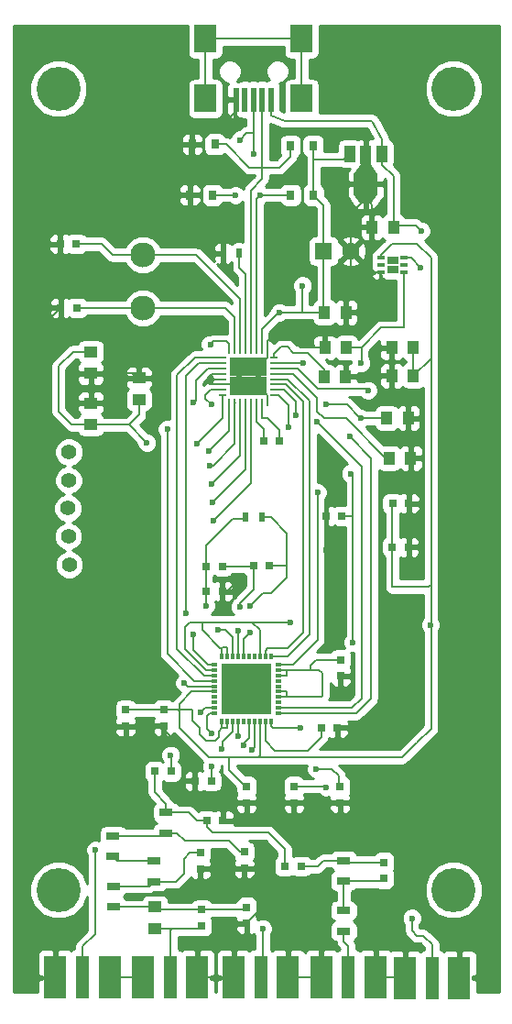
<source format=gbr>
G04 #@! TF.FileFunction,Copper,L1,Top,Signal*
%FSLAX46Y46*%
G04 Gerber Fmt 4.6, Leading zero omitted, Abs format (unit mm)*
G04 Created by KiCad (PCBNEW 4.0.7) date 02/23/19 09:39:53*
%MOMM*%
%LPD*%
G01*
G04 APERTURE LIST*
%ADD10C,0.100000*%
%ADD11C,4.064000*%
%ADD12R,0.800000X0.750000*%
%ADD13R,1.000000X1.250000*%
%ADD14R,1.250000X1.000000*%
%ADD15R,0.750000X0.800000*%
%ADD16R,1.600000X1.600000*%
%ADD17C,1.600000*%
%ADD18R,0.800000X0.900000*%
%ADD19R,1.250000X4.000000*%
%ADD20R,2.000000X4.000000*%
%ADD21C,0.400000*%
%ADD22R,0.500000X2.300000*%
%ADD23R,2.000000X2.500000*%
%ADD24R,1.300000X0.700000*%
%ADD25R,0.500000X0.900000*%
%ADD26R,0.250000X0.700000*%
%ADD27R,0.700000X0.250000*%
%ADD28R,1.725000X1.725000*%
%ADD29R,0.300000X0.500000*%
%ADD30R,0.500000X0.300000*%
%ADD31R,1.150000X1.150000*%
%ADD32R,0.650000X0.350000*%
%ADD33R,1.000000X0.800000*%
%ADD34R,1.000000X1.500000*%
%ADD35R,1.000000X1.800000*%
%ADD36R,2.200000X1.840000*%
%ADD37C,2.300000*%
%ADD38C,1.400000*%
%ADD39C,0.600000*%
%ADD40C,0.200000*%
%ADD41C,0.254000*%
G04 APERTURE END LIST*
D10*
D11*
X154500000Y-124000000D03*
X118000000Y-124000000D03*
X154500000Y-50000000D03*
X118000000Y-50000000D03*
D12*
X138449000Y-82486000D03*
X136949000Y-82486000D03*
D13*
X148329000Y-80416000D03*
X150329000Y-80416000D03*
X142579000Y-70656000D03*
X144579000Y-70656000D03*
X148549000Y-84106000D03*
X150549000Y-84106000D03*
D14*
X120989000Y-81026000D03*
X120989000Y-79026000D03*
D13*
X144619000Y-73926000D03*
X142619000Y-73926000D03*
D14*
X120979000Y-74286000D03*
X120979000Y-76286000D03*
D13*
X142539000Y-76596000D03*
X144539000Y-76596000D03*
D12*
X119699000Y-70226000D03*
X118199000Y-70226000D03*
X119649000Y-64326000D03*
X118149000Y-64326000D03*
D15*
X127706120Y-107352400D03*
X127706120Y-108852400D03*
X135366760Y-114428840D03*
X135366760Y-115928840D03*
D12*
X142269000Y-109026000D03*
X143769000Y-109026000D03*
D15*
X139755880Y-114428840D03*
X139755880Y-115928840D03*
X144023080Y-114439000D03*
X144023080Y-115939000D03*
D12*
X132103560Y-113926620D03*
X130603560Y-113926620D03*
X128385000Y-113042700D03*
X126885000Y-113042700D03*
D13*
X148809000Y-76506000D03*
X150809000Y-76506000D03*
D15*
X144079000Y-102726000D03*
X144079000Y-104226000D03*
D12*
X148859000Y-92326000D03*
X150359000Y-92326000D03*
X144209000Y-89446000D03*
X142709000Y-89446000D03*
X133119000Y-94106000D03*
X131619000Y-94106000D03*
X135999000Y-94056000D03*
X137499000Y-94056000D03*
D15*
X124190760Y-107372720D03*
X124190760Y-108872720D03*
D12*
X148879000Y-88296000D03*
X150379000Y-88296000D03*
X133129720Y-96418400D03*
X131629720Y-96418400D03*
D14*
X126911100Y-127568200D03*
X126911100Y-125568200D03*
D15*
X131221480Y-125825820D03*
X131221480Y-127325820D03*
X135384540Y-125602300D03*
X135384540Y-127102300D03*
X148094700Y-122936700D03*
X148094700Y-121436700D03*
X131109720Y-120545160D03*
X131109720Y-122045160D03*
D12*
X140409360Y-121798080D03*
X138909360Y-121798080D03*
D15*
X135161020Y-120489280D03*
X135161020Y-121989280D03*
D12*
X131700840Y-117579140D03*
X133200840Y-117579140D03*
D16*
X142499000Y-64986000D03*
D17*
X144999000Y-64986000D03*
D13*
X150799000Y-73926000D03*
X148799000Y-73926000D03*
D14*
X125425200Y-78724000D03*
X125425200Y-76724000D03*
D13*
X148959000Y-62786000D03*
X146959000Y-62786000D03*
D18*
X141559000Y-59816000D03*
X139459000Y-59816000D03*
X132239000Y-59806000D03*
X130139000Y-59806000D03*
X141529000Y-55276000D03*
X139429000Y-55276000D03*
X132449000Y-55126000D03*
X130349000Y-55126000D03*
D19*
X128329000Y-132076000D03*
D20*
X130829000Y-132076000D03*
D21*
X131204000Y-132826000D03*
X130454000Y-132826000D03*
X131204000Y-132076000D03*
X130454000Y-132076000D03*
X131204000Y-131326000D03*
X130454000Y-131326000D03*
D20*
X125829000Y-132076000D03*
D21*
X125454000Y-132826000D03*
X126204000Y-132826000D03*
X125454000Y-132076000D03*
X126204000Y-132076000D03*
X125454000Y-131326000D03*
X126204000Y-131326000D03*
D19*
X144800320Y-132094600D03*
D20*
X147300320Y-132094600D03*
D21*
X147675320Y-132844600D03*
X146925320Y-132844600D03*
X147675320Y-132094600D03*
X146925320Y-132094600D03*
X147675320Y-131344600D03*
X146925320Y-131344600D03*
D20*
X142300320Y-132094600D03*
D21*
X141925320Y-132844600D03*
X142675320Y-132844600D03*
X141925320Y-132094600D03*
X142675320Y-132094600D03*
X141925320Y-131344600D03*
X142675320Y-131344600D03*
D19*
X120205500Y-132069200D03*
D20*
X122705500Y-132069200D03*
D21*
X123080500Y-132819200D03*
X122330500Y-132819200D03*
X123080500Y-132069200D03*
X122330500Y-132069200D03*
X123080500Y-131319200D03*
X122330500Y-131319200D03*
D20*
X117705500Y-132069200D03*
D21*
X117330500Y-132819200D03*
X118080500Y-132819200D03*
X117330500Y-132069200D03*
X118080500Y-132069200D03*
X117330500Y-131319200D03*
X118080500Y-131319200D03*
D19*
X136702800Y-132069200D03*
D20*
X139202800Y-132069200D03*
D21*
X139577800Y-132819200D03*
X138827800Y-132819200D03*
X139577800Y-132069200D03*
X138827800Y-132069200D03*
X139577800Y-131319200D03*
X138827800Y-131319200D03*
D20*
X134202800Y-132069200D03*
D21*
X133827800Y-132819200D03*
X134577800Y-132819200D03*
X133827800Y-132069200D03*
X134577800Y-132069200D03*
X133827800Y-131319200D03*
X134577800Y-131319200D03*
D19*
X152539700Y-132122540D03*
D20*
X155039700Y-132122540D03*
D21*
X155414700Y-132872540D03*
X154664700Y-132872540D03*
X155414700Y-132122540D03*
X154664700Y-132122540D03*
X155414700Y-131372540D03*
X154664700Y-131372540D03*
D20*
X150039700Y-132122540D03*
D21*
X149664700Y-132872540D03*
X150414700Y-132872540D03*
X149664700Y-132122540D03*
X150414700Y-132122540D03*
X149664700Y-131372540D03*
X150414700Y-131372540D03*
D22*
X137619000Y-50996000D03*
X136819000Y-50996000D03*
X136019000Y-50996000D03*
X135219000Y-50996000D03*
X134419000Y-50996000D03*
D23*
X140469000Y-50896000D03*
X140469000Y-45396000D03*
X131569000Y-50896000D03*
X131569000Y-45396000D03*
D24*
X144360900Y-125884900D03*
X144360900Y-127784900D03*
X144322800Y-121274800D03*
X144322800Y-123174800D03*
X123090940Y-123642080D03*
X123090940Y-125542080D03*
X126796800Y-121312900D03*
X126796800Y-123212900D03*
X123035060Y-119004040D03*
X123035060Y-120904040D03*
X127939800Y-116855200D03*
X127939800Y-118755200D03*
D25*
X133219000Y-65206000D03*
X134719000Y-65206000D03*
X135267000Y-89590880D03*
X136767000Y-89590880D03*
D26*
X133779000Y-78966000D03*
X134279000Y-78966000D03*
X134779000Y-78966000D03*
X135279000Y-78966000D03*
X135779000Y-78966000D03*
X136279000Y-78966000D03*
X136779000Y-78966000D03*
X137279000Y-78966000D03*
D27*
X137929000Y-78316000D03*
X137929000Y-77816000D03*
X137929000Y-77316000D03*
X137929000Y-76816000D03*
X137929000Y-76316000D03*
X137929000Y-75816000D03*
X137929000Y-75316000D03*
X137929000Y-74816000D03*
D26*
X137279000Y-74166000D03*
X136779000Y-74166000D03*
X136279000Y-74166000D03*
X135779000Y-74166000D03*
X135279000Y-74166000D03*
X134779000Y-74166000D03*
X134279000Y-74166000D03*
X133779000Y-74166000D03*
D27*
X133129000Y-74816000D03*
X133129000Y-75316000D03*
X133129000Y-75816000D03*
X133129000Y-76316000D03*
X133129000Y-76816000D03*
X133129000Y-77316000D03*
X133129000Y-77816000D03*
X133129000Y-78316000D03*
D28*
X136391500Y-75703500D03*
X134666500Y-75703500D03*
X136391500Y-77428500D03*
X134666500Y-77428500D03*
D29*
X133109000Y-108426000D03*
X133609000Y-108426000D03*
X134109000Y-108426000D03*
X134609000Y-108426000D03*
X135109000Y-108426000D03*
X135609000Y-108426000D03*
X136109000Y-108426000D03*
X136609000Y-108426000D03*
X137109000Y-108426000D03*
X137609000Y-108426000D03*
D30*
X138359000Y-107676000D03*
X138359000Y-107176000D03*
X138359000Y-106676000D03*
X138359000Y-106176000D03*
X138359000Y-105676000D03*
X138359000Y-105176000D03*
X138359000Y-104676000D03*
X138359000Y-104176000D03*
X138359000Y-103676000D03*
X138359000Y-103176000D03*
D29*
X137609000Y-102426000D03*
X137109000Y-102426000D03*
X136609000Y-102426000D03*
X136109000Y-102426000D03*
X135609000Y-102426000D03*
X135109000Y-102426000D03*
X134609000Y-102426000D03*
X134109000Y-102426000D03*
X133609000Y-102426000D03*
X133109000Y-102426000D03*
D30*
X132359000Y-103176000D03*
X132359000Y-103676000D03*
X132359000Y-104176000D03*
X132359000Y-104676000D03*
X132359000Y-105176000D03*
X132359000Y-105676000D03*
X132359000Y-106176000D03*
X132359000Y-106676000D03*
X132359000Y-107176000D03*
X132359000Y-107676000D03*
D31*
X137084000Y-103701000D03*
X135934000Y-103701000D03*
X134784000Y-103701000D03*
X133634000Y-103701000D03*
X137084000Y-104851000D03*
X135934000Y-104851000D03*
X134784000Y-104851000D03*
X133634000Y-104851000D03*
X137084000Y-106001000D03*
X135934000Y-106001000D03*
X134784000Y-106001000D03*
X133634000Y-106001000D03*
X137084000Y-107151000D03*
X135934000Y-107151000D03*
X134784000Y-107151000D03*
X133634000Y-107151000D03*
D32*
X147819000Y-65626000D03*
X147819000Y-66276000D03*
X147819000Y-66926000D03*
X149919000Y-66926000D03*
X149919000Y-66276000D03*
X149919000Y-65626000D03*
D33*
X148869000Y-66676000D03*
X148869000Y-65876000D03*
D10*
G36*
X147489000Y-59718000D02*
X146889000Y-60568000D01*
X145889000Y-60568000D01*
X145289000Y-59718000D01*
X147489000Y-59718000D01*
X147489000Y-59718000D01*
G37*
D34*
X147889000Y-55996000D03*
D35*
X146389000Y-56142500D03*
D34*
X144889000Y-55996000D03*
D36*
X146389000Y-58809500D03*
D10*
G36*
X145289000Y-57899800D02*
X145989000Y-56899800D01*
X146789000Y-56899800D01*
X147489000Y-57899800D01*
X145289000Y-57899800D01*
X145289000Y-57899800D01*
G37*
D37*
X125809000Y-70236000D03*
X125809000Y-65336000D03*
D38*
X118949000Y-83556000D03*
X118929000Y-86156000D03*
X118869000Y-88746000D03*
X118899000Y-91336000D03*
X118979000Y-93966000D03*
D39*
X130484880Y-100398580D03*
X145919000Y-80416000D03*
X145219000Y-101116000D03*
X144979000Y-85546000D03*
X132119000Y-79176000D03*
X142759000Y-79166000D03*
X138409000Y-70656000D03*
X146599000Y-77846000D03*
X140549000Y-68176000D03*
X130779000Y-82766000D03*
X126169000Y-82706000D03*
X145979000Y-75336000D03*
X140569000Y-75336000D03*
X139399000Y-99276000D03*
X152389000Y-99506000D03*
X142722600Y-114523520D03*
X134599680Y-109819440D03*
X141828520Y-112816640D03*
X135856980Y-111061500D03*
X132176520Y-109550200D03*
X132110480Y-112557560D03*
X131627880Y-97756980D03*
X132694680Y-99974400D03*
X134799000Y-54716000D03*
X134339000Y-59846000D03*
X136629000Y-59806000D03*
X136059000Y-56066000D03*
X144899000Y-82116000D03*
X139229000Y-81286000D03*
X141869000Y-80786000D03*
X139909000Y-80196000D03*
X132019000Y-73606000D03*
X141949000Y-87276000D03*
X129609000Y-104866000D03*
X129769000Y-98446000D03*
X130469000Y-78976000D03*
X128039000Y-81426000D03*
X133045200Y-110992920D03*
X121383120Y-120282680D03*
X136870440Y-127548640D03*
X135087360Y-110611920D03*
X140314680Y-109042200D03*
X150664120Y-126598440D03*
X134200000Y-53670000D03*
X145790000Y-53920000D03*
X146620000Y-76596000D03*
X146150000Y-72070000D03*
X137312400Y-121904760D03*
X137411460Y-117187980D03*
X148209000Y-110175040D03*
X148153120Y-114952780D03*
X148717000Y-97414080D03*
X148777960Y-105481120D03*
X150444200Y-94947740D03*
X142737840Y-92613480D03*
X134630160Y-95341440D03*
X136429000Y-105496000D03*
X144059000Y-105486000D03*
X116689000Y-77656000D03*
X119089000Y-77646000D03*
X144999000Y-61596000D03*
X134309000Y-62056000D03*
X132119000Y-86516000D03*
X131124960Y-107579160D03*
X128358900Y-111541560D03*
X134757160Y-97820480D03*
X134612380Y-100032820D03*
X135666480Y-97749360D03*
X135674100Y-100261420D03*
X131869000Y-83466000D03*
X131979000Y-84806000D03*
X132269000Y-88176000D03*
X132339000Y-89876000D03*
X151500840Y-63124080D03*
X151470360Y-66497200D03*
D40*
X136779000Y-78966000D02*
X136779000Y-80336000D01*
X136779000Y-80336000D02*
X136829000Y-80386000D01*
X138449000Y-82486000D02*
X138449000Y-81536000D01*
X136829000Y-80386000D02*
X136809000Y-80366000D01*
X137299000Y-80386000D02*
X136829000Y-80386000D01*
X138449000Y-81536000D02*
X137299000Y-80386000D01*
X136279000Y-78966000D02*
X136279000Y-80746000D01*
X136949000Y-81416000D02*
X136949000Y-82486000D01*
X136279000Y-80746000D02*
X136949000Y-81416000D01*
X144209000Y-89446000D02*
X145097400Y-89446000D01*
X145097400Y-89446000D02*
X145219000Y-89567600D01*
X132359000Y-103176000D02*
X131834820Y-103176000D01*
X130484880Y-101826060D02*
X130484880Y-100398580D01*
X131834820Y-103176000D02*
X130484880Y-101826060D01*
X145219000Y-85786000D02*
X145219000Y-89567600D01*
X145219000Y-89567600D02*
X145219000Y-101116000D01*
X144979000Y-85546000D02*
X145219000Y-85786000D01*
X148329000Y-80416000D02*
X145919000Y-80416000D01*
X145919000Y-80416000D02*
X145899000Y-80416000D01*
X132019000Y-77816000D02*
X133129000Y-77816000D01*
X131579000Y-78256000D02*
X132019000Y-77816000D01*
X131579000Y-78636000D02*
X131579000Y-78256000D01*
X132119000Y-79176000D02*
X131579000Y-78636000D01*
X144649000Y-79166000D02*
X142759000Y-79166000D01*
X145899000Y-80416000D02*
X144649000Y-79166000D01*
X125425200Y-78724000D02*
X125425200Y-80109060D01*
X124508260Y-81026000D02*
X124489000Y-81026000D01*
X125425200Y-80109060D02*
X124508260Y-81026000D01*
X140069000Y-75816000D02*
X141989000Y-77736000D01*
X141989000Y-77736000D02*
X146489000Y-77736000D01*
X146489000Y-77736000D02*
X146599000Y-77846000D01*
X137929000Y-75816000D02*
X140069000Y-75816000D01*
X140489000Y-68236000D02*
X140489000Y-70656000D01*
X140549000Y-68176000D02*
X140489000Y-68236000D01*
X120989000Y-81026000D02*
X124489000Y-81026000D01*
X133129000Y-80416000D02*
X133129000Y-78316000D01*
X130779000Y-82766000D02*
X133129000Y-80416000D01*
X124489000Y-81026000D02*
X126169000Y-82706000D01*
X120979000Y-74286000D02*
X119319000Y-74286000D01*
X119209000Y-81026000D02*
X120989000Y-81026000D01*
X117989000Y-79806000D02*
X119209000Y-81026000D01*
X117989000Y-75616000D02*
X117989000Y-79806000D01*
X119319000Y-74286000D02*
X117989000Y-75616000D01*
X142579000Y-70656000D02*
X140489000Y-70656000D01*
X140489000Y-70656000D02*
X138409000Y-70656000D01*
X138409000Y-70656000D02*
X138319000Y-70656000D01*
X137824000Y-71151000D02*
X136779000Y-72196000D01*
X138319000Y-70656000D02*
X137824000Y-71151000D01*
X136779000Y-72196000D02*
X136779000Y-74166000D01*
X142499000Y-64986000D02*
X142499000Y-70576000D01*
X142499000Y-70576000D02*
X142579000Y-70656000D01*
X142499000Y-64986000D02*
X142499000Y-60756000D01*
X142499000Y-60756000D02*
X141559000Y-59816000D01*
X141559000Y-56546000D02*
X144339000Y-56546000D01*
X144339000Y-56546000D02*
X144889000Y-55996000D01*
X141559000Y-59816000D02*
X141559000Y-56546000D01*
X141559000Y-56546000D02*
X141559000Y-55306000D01*
X141559000Y-55306000D02*
X141529000Y-55276000D01*
X148549000Y-84106000D02*
X148259000Y-84106000D01*
X148259000Y-84106000D02*
X144579000Y-80426000D01*
X144579000Y-80426000D02*
X142519000Y-80426000D01*
X142519000Y-80426000D02*
X141869000Y-79776000D01*
X141869000Y-79776000D02*
X141869000Y-78546000D01*
X141869000Y-78546000D02*
X139639000Y-76316000D01*
X139639000Y-76316000D02*
X137929000Y-76316000D01*
X145989000Y-73926000D02*
X145989000Y-73906000D01*
X149919000Y-72066000D02*
X149919000Y-66926000D01*
X147829000Y-72066000D02*
X149919000Y-72066000D01*
X145989000Y-73906000D02*
X147829000Y-72066000D01*
X137929000Y-75316000D02*
X140549000Y-75316000D01*
X145989000Y-75326000D02*
X145989000Y-73926000D01*
X145979000Y-75336000D02*
X145989000Y-75326000D01*
X140549000Y-75316000D02*
X140569000Y-75336000D01*
X145989000Y-73926000D02*
X144619000Y-73926000D01*
X134279000Y-74166000D02*
X134279000Y-71126000D01*
X133389000Y-70236000D02*
X125809000Y-70236000D01*
X134279000Y-71126000D02*
X133389000Y-70236000D01*
X119699000Y-70226000D02*
X125799000Y-70226000D01*
X125799000Y-70226000D02*
X125809000Y-70236000D01*
X131627880Y-110195360D02*
X132494020Y-110195360D01*
X131082080Y-109649560D02*
X131627880Y-110195360D01*
X129169000Y-107482480D02*
X129169000Y-107373420D01*
X130324860Y-107373420D02*
X129169000Y-107373420D01*
X130355340Y-107403900D02*
X130324860Y-107373420D01*
X130355340Y-108333540D02*
X130355340Y-107403900D01*
X131082080Y-109060280D02*
X130355340Y-108333540D01*
X131082080Y-109060280D02*
X131082080Y-109649560D01*
X132783580Y-109385700D02*
X133109000Y-109060280D01*
X132783580Y-109905800D02*
X132783580Y-109385700D01*
X132494020Y-110195360D02*
X132783580Y-109905800D01*
X135366760Y-114428840D02*
X135307640Y-114428840D01*
X135307640Y-114428840D02*
X133791960Y-112913160D01*
X133791960Y-112913160D02*
X133791960Y-111747300D01*
X136609000Y-108426000D02*
X136609000Y-111589640D01*
X136609000Y-111589640D02*
X136451340Y-111747300D01*
X130599000Y-110426000D02*
X130599000Y-110446640D01*
X129169000Y-107482480D02*
X129169000Y-108996000D01*
X129169000Y-108996000D02*
X130599000Y-110426000D01*
X152439000Y-109076000D02*
X151094000Y-110421000D01*
X152439000Y-109076000D02*
X152439000Y-99536000D01*
X149767700Y-111747300D02*
X151094000Y-110421000D01*
X131899660Y-111747300D02*
X133791960Y-111747300D01*
X133791960Y-111747300D02*
X136451340Y-111747300D01*
X136451340Y-111747300D02*
X149767700Y-111747300D01*
X130599000Y-110446640D02*
X131899660Y-111747300D01*
X133109000Y-109060280D02*
X133604300Y-109060280D01*
X133609000Y-109055580D02*
X133609000Y-108426000D01*
X133604300Y-109060280D02*
X133609000Y-109055580D01*
X133109000Y-108426000D02*
X133109000Y-109060280D01*
X127706120Y-107352400D02*
X129038920Y-107352400D01*
X129038920Y-107352400D02*
X129169000Y-107482480D01*
X129169000Y-107482480D02*
X129169000Y-107482480D01*
X124190760Y-107372720D02*
X127685800Y-107372720D01*
X127685800Y-107372720D02*
X127706120Y-107352400D01*
X148859000Y-95996760D02*
X152245060Y-95996760D01*
X152245060Y-95996760D02*
X152439000Y-95802820D01*
X148859000Y-92326000D02*
X148859000Y-88316000D01*
X148859000Y-88316000D02*
X148879000Y-88296000D01*
X133109000Y-101637800D02*
X132912820Y-101637800D01*
X131262120Y-99402900D02*
X131389020Y-99276000D01*
X131262120Y-99987100D02*
X131262120Y-99402900D01*
X132912820Y-101637800D02*
X131262120Y-99987100D01*
X133109000Y-102426000D02*
X133109000Y-101637800D01*
X133609000Y-101612620D02*
X133609000Y-102426000D01*
X133560820Y-101564440D02*
X133609000Y-101612620D01*
X133182360Y-101564440D02*
X133560820Y-101564440D01*
X133109000Y-101637800D02*
X133182360Y-101564440D01*
X150809000Y-76506000D02*
X150809000Y-73936000D01*
X150809000Y-73936000D02*
X150799000Y-73926000D01*
X135909000Y-99276000D02*
X139399000Y-99276000D01*
X152389000Y-99506000D02*
X152419000Y-99536000D01*
X152419000Y-99536000D02*
X152439000Y-99536000D01*
X152439000Y-74876000D02*
X152439000Y-95802820D01*
X152439000Y-95802820D02*
X152439000Y-99536000D01*
X147819000Y-65626000D02*
X147819000Y-65306000D01*
X152439000Y-74876000D02*
X150809000Y-76506000D01*
X152439000Y-65616000D02*
X152439000Y-74876000D01*
X151119000Y-64296000D02*
X152439000Y-65616000D01*
X148829000Y-64296000D02*
X151119000Y-64296000D01*
X147819000Y-65306000D02*
X148829000Y-64296000D01*
X132359000Y-103676000D02*
X131659000Y-103676000D01*
X131659000Y-103676000D02*
X129719000Y-101736000D01*
X129719000Y-101736000D02*
X129719000Y-99686000D01*
X129719000Y-99686000D02*
X130129000Y-99276000D01*
X130129000Y-99276000D02*
X131389020Y-99276000D01*
X136609000Y-99976000D02*
X136609000Y-102426000D01*
X135909000Y-99276000D02*
X136609000Y-99976000D01*
X131389020Y-99276000D02*
X133109000Y-99276000D01*
X133439000Y-99276000D02*
X135909000Y-99276000D01*
X133109000Y-99276000D02*
X133439000Y-99276000D01*
X132359000Y-105676000D02*
X130309000Y-105676000D01*
X129169000Y-106816000D02*
X129169000Y-107482480D01*
X130309000Y-105676000D02*
X129169000Y-106816000D01*
X148859000Y-95996760D02*
X148859000Y-92326000D01*
X137109000Y-108426000D02*
X137109000Y-110225640D01*
X142269000Y-109846320D02*
X142269000Y-109026000D01*
X141000480Y-111114840D02*
X142269000Y-109846320D01*
X137998200Y-111114840D02*
X141000480Y-111114840D01*
X137109000Y-110225640D02*
X137998200Y-111114840D01*
X134609000Y-109624700D02*
X134609000Y-109810120D01*
X134609000Y-108426000D02*
X134609000Y-109624700D01*
X142627920Y-114428840D02*
X139755880Y-114428840D01*
X142722600Y-114523520D02*
X142627920Y-114428840D01*
X134609000Y-109810120D02*
X134599680Y-109819440D01*
X134645400Y-108462400D02*
X134609000Y-108426000D01*
X136109000Y-108426000D02*
X136109000Y-110809480D01*
X143880840Y-113466880D02*
X143880840Y-114296760D01*
X143230600Y-112816640D02*
X143880840Y-113466880D01*
X141828520Y-112816640D02*
X143230600Y-112816640D01*
X136109000Y-110809480D02*
X135856980Y-111061500D01*
X143880840Y-114296760D02*
X144023080Y-114439000D01*
X132103560Y-113926620D02*
X132103560Y-112564480D01*
X131950140Y-107676000D02*
X132359000Y-107676000D01*
X131719320Y-107906820D02*
X131950140Y-107676000D01*
X131719320Y-109093000D02*
X131719320Y-107906820D01*
X132176520Y-109550200D02*
X131719320Y-109093000D01*
X132103560Y-112564480D02*
X132110480Y-112557560D01*
X131700840Y-117579140D02*
X131700840Y-118152480D01*
X138909360Y-120225120D02*
X138909360Y-121798080D01*
X137403840Y-118719600D02*
X138909360Y-120225120D01*
X132267960Y-118719600D02*
X137403840Y-118719600D01*
X131700840Y-118152480D02*
X132267960Y-118719600D01*
X131700840Y-117579140D02*
X130761740Y-117579140D01*
X130037800Y-116855200D02*
X127939800Y-116855200D01*
X130761740Y-117579140D02*
X130037800Y-116855200D01*
X127939800Y-116855200D02*
X127939800Y-116037360D01*
X126885000Y-114982560D02*
X126885000Y-113042700D01*
X127939800Y-116037360D02*
X126885000Y-114982560D01*
X134109000Y-102426000D02*
X134109000Y-100664820D01*
X131629720Y-97755140D02*
X131629720Y-96418400D01*
X131627880Y-97756980D02*
X131629720Y-97755140D01*
X133418580Y-99974400D02*
X132694680Y-99974400D01*
X134109000Y-100664820D02*
X133418580Y-99974400D01*
X131619000Y-94106000D02*
X131619000Y-96407680D01*
X131619000Y-96407680D02*
X131629720Y-96418400D01*
X131619000Y-94106000D02*
X131619000Y-92180400D01*
X134066280Y-89733120D02*
X135124760Y-89733120D01*
X131619000Y-92180400D02*
X134066280Y-89733120D01*
X135124760Y-89733120D02*
X135267000Y-89590880D01*
X132239000Y-59806000D02*
X134299000Y-59806000D01*
X135399000Y-54116000D02*
X136019000Y-54116000D01*
X134799000Y-54716000D02*
X135399000Y-54116000D01*
X134299000Y-59806000D02*
X134339000Y-59846000D01*
X139459000Y-59816000D02*
X136639000Y-59816000D01*
X136639000Y-59816000D02*
X136629000Y-59806000D01*
X136019000Y-50996000D02*
X136019000Y-54116000D01*
X136019000Y-54116000D02*
X136019000Y-56026000D01*
X136279000Y-60156000D02*
X136279000Y-74166000D01*
X136629000Y-59806000D02*
X136279000Y-60156000D01*
X136019000Y-56026000D02*
X136059000Y-56066000D01*
X139429000Y-55276000D02*
X139429000Y-56266000D01*
X138439000Y-57256000D02*
X136819000Y-57256000D01*
X139429000Y-56266000D02*
X138439000Y-57256000D01*
X132449000Y-55126000D02*
X133469000Y-55126000D01*
X135599000Y-57256000D02*
X136819000Y-57256000D01*
X133469000Y-55126000D02*
X135599000Y-57256000D01*
X136819000Y-50996000D02*
X136819000Y-57256000D01*
X136819000Y-57256000D02*
X136819000Y-58336000D01*
X135779000Y-59376000D02*
X135779000Y-74166000D01*
X136819000Y-58336000D02*
X135779000Y-59376000D01*
X137929000Y-78316000D02*
X138299000Y-78316000D01*
X145509000Y-107676000D02*
X138359000Y-107676000D01*
X146909000Y-106276000D02*
X145509000Y-107676000D01*
X146909000Y-84126000D02*
X146909000Y-106276000D01*
X144899000Y-82116000D02*
X146909000Y-84126000D01*
X139229000Y-79246000D02*
X139229000Y-81286000D01*
X138299000Y-78316000D02*
X139229000Y-79246000D01*
X137929000Y-77816000D02*
X138799000Y-77816000D01*
X145139000Y-107176000D02*
X138359000Y-107176000D01*
X146009000Y-106306000D02*
X145139000Y-107176000D01*
X146009000Y-84926000D02*
X146009000Y-106306000D01*
X141869000Y-80786000D02*
X146009000Y-84926000D01*
X139909000Y-78926000D02*
X139909000Y-80196000D01*
X138799000Y-77816000D02*
X139909000Y-78926000D01*
X137929000Y-77316000D02*
X138989000Y-77316000D01*
X137109000Y-101896000D02*
X137109000Y-102426000D01*
X137349000Y-101656000D02*
X137109000Y-101896000D01*
X139159000Y-101656000D02*
X137349000Y-101656000D01*
X140589000Y-100226000D02*
X139159000Y-101656000D01*
X140589000Y-78916000D02*
X140589000Y-100226000D01*
X138989000Y-77316000D02*
X140589000Y-78916000D01*
X137929000Y-76816000D02*
X139209000Y-76816000D01*
X139159000Y-102426000D02*
X137609000Y-102426000D01*
X141219000Y-100366000D02*
X139159000Y-102426000D01*
X141219000Y-78826000D02*
X141219000Y-100366000D01*
X139209000Y-76816000D02*
X141219000Y-78826000D01*
X135279000Y-74166000D02*
X135279000Y-67096000D01*
X134719000Y-66536000D02*
X134719000Y-65206000D01*
X135279000Y-67096000D02*
X134719000Y-66536000D01*
X138359000Y-103176000D02*
X139639000Y-103176000D01*
X133779000Y-73566000D02*
X133779000Y-74166000D01*
X133529000Y-73316000D02*
X133779000Y-73566000D01*
X132309000Y-73316000D02*
X133529000Y-73316000D01*
X132019000Y-73606000D02*
X132309000Y-73316000D01*
X141949000Y-100866000D02*
X141949000Y-87276000D01*
X139639000Y-103176000D02*
X141949000Y-100866000D01*
X132359000Y-104176000D02*
X131429000Y-104176000D01*
X130609000Y-74816000D02*
X133129000Y-74816000D01*
X128959000Y-76466000D02*
X130609000Y-74816000D01*
X128959000Y-101706000D02*
X128959000Y-76466000D01*
X131429000Y-104176000D02*
X128959000Y-101706000D01*
X133129000Y-75316000D02*
X130939000Y-75316000D01*
X129919000Y-105176000D02*
X132359000Y-105176000D01*
X129609000Y-104866000D02*
X129919000Y-105176000D01*
X129769000Y-76486000D02*
X129769000Y-98446000D01*
X130939000Y-75316000D02*
X129769000Y-76486000D01*
X132359000Y-104676000D02*
X130549000Y-104676000D01*
X131779000Y-75816000D02*
X133129000Y-75816000D01*
X130679000Y-76916000D02*
X131779000Y-75816000D01*
X130679000Y-78766000D02*
X130679000Y-76916000D01*
X130469000Y-78976000D02*
X130679000Y-78766000D01*
X128039000Y-102166000D02*
X128039000Y-81426000D01*
X130549000Y-104676000D02*
X128039000Y-102166000D01*
X121375500Y-128039200D02*
X121360800Y-128039200D01*
X134109000Y-109357620D02*
X133144260Y-110322360D01*
X133144260Y-110322360D02*
X133144260Y-110893860D01*
X133144260Y-110893860D02*
X133045200Y-110992920D01*
X121383120Y-120282680D02*
X121375500Y-120290300D01*
X121375500Y-120290300D02*
X121375500Y-128039200D01*
X134109000Y-108426000D02*
X134109000Y-109357620D01*
X120205500Y-129194500D02*
X120205500Y-132069200D01*
X121360800Y-128039200D02*
X120205500Y-129194500D01*
X135087360Y-110611920D02*
X135087360Y-110464600D01*
X136885680Y-131886320D02*
X136885680Y-127563880D01*
X136870440Y-127548640D02*
X136885680Y-127563880D01*
X135609000Y-109333360D02*
X135609000Y-108426000D01*
X135609000Y-109942960D02*
X135609000Y-109333360D01*
X135087360Y-110464600D02*
X135609000Y-109942960D01*
X136885680Y-131886320D02*
X136702800Y-132069200D01*
X152539700Y-132122540D02*
X152539700Y-129029700D01*
X137609000Y-108820640D02*
X137830560Y-109042200D01*
X137830560Y-109042200D02*
X140314680Y-109042200D01*
X137609000Y-108820640D02*
X137609000Y-108426000D01*
X150664120Y-127774120D02*
X150664120Y-126598440D01*
X151110000Y-128220000D02*
X150664120Y-127774120D01*
X151730000Y-128220000D02*
X151110000Y-128220000D01*
X152539700Y-129029700D02*
X151730000Y-128220000D01*
X126796800Y-123212900D02*
X128810980Y-123212900D01*
X130137600Y-120545160D02*
X131109720Y-120545160D01*
X129575560Y-121107200D02*
X130137600Y-120545160D01*
X129575560Y-122448320D02*
X129575560Y-121107200D01*
X128810980Y-123212900D02*
X129575560Y-122448320D01*
X123090940Y-123642080D02*
X126367620Y-123642080D01*
X126367620Y-123642080D02*
X126796800Y-123212900D01*
X146389000Y-56142500D02*
X146389000Y-54519000D01*
X133866000Y-53336000D02*
X133099000Y-53336000D01*
X134200000Y-53670000D02*
X133866000Y-53336000D01*
X146389000Y-54519000D02*
X145790000Y-53920000D01*
X146389000Y-60143000D02*
X146389000Y-56142500D01*
X144579000Y-72026000D02*
X146106000Y-72026000D01*
X146150000Y-72070000D02*
X146106000Y-72026000D01*
X135384540Y-127102300D02*
X135384540Y-127065460D01*
X135384540Y-127065460D02*
X136570000Y-125880000D01*
X136570000Y-125880000D02*
X136570000Y-121989280D01*
X134666500Y-75703500D02*
X136391500Y-75703500D01*
X136391500Y-75703500D02*
X136391500Y-77428500D01*
X136391500Y-77428500D02*
X134666500Y-77428500D01*
X134666500Y-77428500D02*
X134666500Y-75703500D01*
X137084000Y-104851000D02*
X137084000Y-106001000D01*
X135934000Y-106001000D02*
X135934000Y-107151000D01*
X134784000Y-106001000D02*
X134784000Y-107151000D01*
X135934000Y-104851000D02*
X135934000Y-103701000D01*
X134784000Y-104851000D02*
X134784000Y-103701000D01*
X133634000Y-103701000D02*
X133634000Y-104851000D01*
X133634000Y-107151000D02*
X133634000Y-106001000D01*
X133634000Y-103701000D02*
X134784000Y-103701000D01*
X134784000Y-103701000D02*
X137084000Y-103701000D01*
X137084000Y-103701000D02*
X137084000Y-104851000D01*
X137084000Y-104851000D02*
X135934000Y-104851000D01*
X135934000Y-104851000D02*
X133634000Y-104851000D01*
X133634000Y-104851000D02*
X133634000Y-106001000D01*
X133634000Y-106001000D02*
X135934000Y-106001000D01*
X135934000Y-106001000D02*
X137084000Y-106001000D01*
X137084000Y-106001000D02*
X137084000Y-107151000D01*
X137084000Y-107151000D02*
X135934000Y-107151000D01*
X135934000Y-107151000D02*
X134784000Y-107151000D01*
X134784000Y-107151000D02*
X133634000Y-107151000D01*
X125425200Y-76724000D02*
X125248160Y-76724000D01*
X125248160Y-76724000D02*
X124810160Y-76286000D01*
X124810160Y-76286000D02*
X120979000Y-76286000D01*
X137398760Y-115928840D02*
X137398760Y-117175280D01*
X137227880Y-121989280D02*
X136570000Y-121989280D01*
X136570000Y-121989280D02*
X135161020Y-121989280D01*
X137312400Y-121904760D02*
X137227880Y-121989280D01*
X137398760Y-117175280D02*
X137411460Y-117187980D01*
X130656900Y-113979960D02*
X130656900Y-114873340D01*
X130656900Y-114873340D02*
X131465320Y-115681760D01*
X131465320Y-115681760D02*
X132481320Y-115681760D01*
X132481320Y-115681760D02*
X133200840Y-116401280D01*
X133200840Y-116401280D02*
X133200840Y-117579140D01*
X130656900Y-113979960D02*
X130603560Y-113926620D01*
X130656900Y-113873280D02*
X130656900Y-112170780D01*
X130656900Y-112170780D02*
X127706120Y-109220000D01*
X130656900Y-113873280D02*
X130603560Y-113926620D01*
X144023080Y-115939000D02*
X147166900Y-115939000D01*
X147325080Y-109291120D02*
X147325080Y-109026000D01*
X148209000Y-110175040D02*
X147325080Y-109291120D01*
X147166900Y-115939000D02*
X148153120Y-114952780D01*
X139755880Y-115928840D02*
X144012920Y-115928840D01*
X144012920Y-115928840D02*
X144023080Y-115939000D01*
X135366760Y-115928840D02*
X137398760Y-115928840D01*
X137398760Y-115928840D02*
X139755880Y-115928840D01*
X147300320Y-132094600D02*
X150011760Y-132094600D01*
X150011760Y-132094600D02*
X150039700Y-132122540D01*
X139202800Y-132069200D02*
X142274920Y-132069200D01*
X142274920Y-132069200D02*
X142300320Y-132094600D01*
X130829000Y-132076000D02*
X134196000Y-132076000D01*
X134196000Y-132076000D02*
X134202800Y-132069200D01*
X122705500Y-132069200D02*
X125822200Y-132069200D01*
X125822200Y-132069200D02*
X125829000Y-132076000D01*
X134202800Y-132069200D02*
X134202800Y-129797180D01*
X135384540Y-128615440D02*
X135384540Y-127102300D01*
X134202800Y-129797180D02*
X135384540Y-128615440D01*
X131109720Y-122045160D02*
X135105140Y-122045160D01*
X135105140Y-122045160D02*
X135161020Y-121989280D01*
X133200840Y-117579140D02*
X135049260Y-117579140D01*
X135049260Y-117579140D02*
X135366760Y-117261640D01*
X135366760Y-117261640D02*
X135366760Y-115928840D01*
X127706120Y-108852400D02*
X127706120Y-109220000D01*
X124190760Y-108872720D02*
X127685800Y-108872720D01*
X127685800Y-108872720D02*
X127706120Y-108852400D01*
X143769000Y-109026000D02*
X147325080Y-109026000D01*
X147325080Y-109026000D02*
X147371760Y-109026000D01*
X147371760Y-109026000D02*
X148777960Y-107619800D01*
X148777960Y-107619800D02*
X148777960Y-105481120D01*
X148717000Y-105420160D02*
X148717000Y-97414080D01*
X148777960Y-105481120D02*
X148717000Y-105420160D01*
X150359000Y-94862540D02*
X150444200Y-94947740D01*
X150359000Y-92326000D02*
X150359000Y-94862540D01*
X150379000Y-88296000D02*
X150379000Y-92306000D01*
X150379000Y-92306000D02*
X150359000Y-92326000D01*
X150549000Y-84106000D02*
X150549000Y-88126000D01*
X150549000Y-88126000D02*
X150379000Y-88296000D01*
X142709000Y-89446000D02*
X142709000Y-92584640D01*
X142709000Y-92584640D02*
X142737840Y-92613480D01*
X133129720Y-96418400D02*
X133553200Y-96418400D01*
X133553200Y-96418400D02*
X134630160Y-95341440D01*
X133219000Y-65206000D02*
X133219000Y-62126000D01*
X133219000Y-62126000D02*
X133359000Y-61986000D01*
X144079000Y-104226000D02*
X144079000Y-105466000D01*
X144079000Y-105466000D02*
X144059000Y-105486000D01*
X120989000Y-77686000D02*
X119129000Y-77686000D01*
X116379000Y-72046000D02*
X118199000Y-70226000D01*
X116379000Y-77346000D02*
X116379000Y-72046000D01*
X116689000Y-77656000D02*
X116379000Y-77346000D01*
X119129000Y-77686000D02*
X119089000Y-77646000D01*
X148809000Y-76506000D02*
X148809000Y-73936000D01*
X148809000Y-73936000D02*
X148799000Y-73926000D01*
X150549000Y-84106000D02*
X150549000Y-80636000D01*
X150549000Y-80636000D02*
X150329000Y-80416000D01*
X137279000Y-74166000D02*
X137279000Y-74816000D01*
X137279000Y-74816000D02*
X136391500Y-75703500D01*
X133129000Y-77316000D02*
X134554000Y-77316000D01*
X134554000Y-77316000D02*
X134666500Y-77428500D01*
X137279000Y-78966000D02*
X137279000Y-78316000D01*
X137279000Y-78316000D02*
X136391500Y-77428500D01*
X131834000Y-76921000D02*
X131769000Y-76986000D01*
X133129000Y-76816000D02*
X131939000Y-76816000D01*
X131939000Y-76816000D02*
X131834000Y-76921000D01*
X133129000Y-76316000D02*
X132139000Y-76316000D01*
X131949000Y-77316000D02*
X133129000Y-77316000D01*
X131769000Y-77136000D02*
X131949000Y-77316000D01*
X131769000Y-76686000D02*
X131769000Y-76986000D01*
X131769000Y-76986000D02*
X131769000Y-77136000D01*
X132139000Y-76316000D02*
X131769000Y-76686000D01*
X120989000Y-79026000D02*
X120989000Y-77686000D01*
X120989000Y-77686000D02*
X120989000Y-76296000D01*
X120989000Y-76296000D02*
X120979000Y-76286000D01*
X150329000Y-80416000D02*
X150329000Y-78856000D01*
X148809000Y-77946000D02*
X148809000Y-76506000D01*
X149179000Y-78316000D02*
X148809000Y-77946000D01*
X149789000Y-78316000D02*
X149179000Y-78316000D01*
X150329000Y-78856000D02*
X149789000Y-78316000D01*
X144539000Y-76596000D02*
X146620000Y-76596000D01*
X146620000Y-76596000D02*
X148719000Y-76596000D01*
X148719000Y-76596000D02*
X148809000Y-76506000D01*
X142619000Y-73926000D02*
X142619000Y-72936000D01*
X144579000Y-72026000D02*
X144579000Y-70656000D01*
X144299000Y-72306000D02*
X144579000Y-72026000D01*
X143249000Y-72306000D02*
X144299000Y-72306000D01*
X142619000Y-72936000D02*
X143249000Y-72306000D01*
X142619000Y-73926000D02*
X140369000Y-73926000D01*
X137279000Y-73266000D02*
X137279000Y-74166000D01*
X137899000Y-72646000D02*
X137279000Y-73266000D01*
X139089000Y-72646000D02*
X137899000Y-72646000D01*
X140369000Y-73926000D02*
X139089000Y-72646000D01*
X147819000Y-66926000D02*
X145009000Y-66926000D01*
X145009000Y-66926000D02*
X144999000Y-66916000D01*
X144579000Y-70656000D02*
X144579000Y-67596000D01*
X144579000Y-67596000D02*
X144999000Y-67176000D01*
X144999000Y-67176000D02*
X144999000Y-66916000D01*
X144999000Y-66916000D02*
X144999000Y-64986000D01*
X118149000Y-64326000D02*
X118149000Y-70176000D01*
X118149000Y-70176000D02*
X118199000Y-70226000D01*
X130139000Y-59806000D02*
X119049000Y-59806000D01*
X118149000Y-60706000D02*
X118149000Y-64326000D01*
X119049000Y-59806000D02*
X118149000Y-60706000D01*
X146959000Y-62786000D02*
X146959000Y-60713000D01*
X146959000Y-60713000D02*
X146389000Y-60143000D01*
X130139000Y-59806000D02*
X130139000Y-61976000D01*
X130129000Y-61986000D02*
X130139000Y-61976000D01*
X134239000Y-61986000D02*
X133359000Y-61986000D01*
X133359000Y-61986000D02*
X130129000Y-61986000D01*
X134309000Y-62056000D02*
X134239000Y-61986000D01*
X144999000Y-64986000D02*
X145039000Y-64986000D01*
X144999000Y-64986000D02*
X144999000Y-61596000D01*
X144999000Y-61596000D02*
X144999000Y-61533000D01*
X144999000Y-61533000D02*
X146389000Y-60143000D01*
X130139000Y-59806000D02*
X130139000Y-55336000D01*
X130139000Y-55336000D02*
X130349000Y-55126000D01*
X134419000Y-50996000D02*
X134419000Y-52016000D01*
X134419000Y-52016000D02*
X133099000Y-53336000D01*
X133099000Y-53336000D02*
X130599000Y-53336000D01*
X130349000Y-53586000D02*
X130349000Y-55126000D01*
X130599000Y-53336000D02*
X130349000Y-53586000D01*
X134779000Y-78966000D02*
X134779000Y-83856000D01*
X134779000Y-83856000D02*
X132119000Y-86516000D01*
X144800320Y-132094600D02*
X144800320Y-129194560D01*
X144360900Y-128755140D02*
X144360900Y-127784900D01*
X144800320Y-129194560D02*
X144360900Y-128755140D01*
X142539000Y-76596000D02*
X142539000Y-75906000D01*
X137929000Y-74496000D02*
X137929000Y-74816000D01*
X138599000Y-73826000D02*
X137929000Y-74496000D01*
X139169000Y-73826000D02*
X138599000Y-73826000D01*
X139719000Y-74376000D02*
X139169000Y-73826000D01*
X141009000Y-74376000D02*
X139719000Y-74376000D01*
X142539000Y-75906000D02*
X141009000Y-74376000D01*
X125809000Y-65336000D02*
X130739000Y-65336000D01*
X134779000Y-69376000D02*
X134779000Y-74166000D01*
X130739000Y-65336000D02*
X134779000Y-69376000D01*
X119649000Y-64326000D02*
X121949000Y-64326000D01*
X122959000Y-65336000D02*
X125809000Y-65336000D01*
X121949000Y-64326000D02*
X122959000Y-65336000D01*
X128385000Y-113042700D02*
X128385000Y-111567660D01*
X131528120Y-107176000D02*
X132359000Y-107176000D01*
X131124960Y-107579160D02*
X131528120Y-107176000D01*
X128385000Y-111567660D02*
X128358900Y-111541560D01*
X144079000Y-102726000D02*
X141789000Y-102726000D01*
X141279000Y-103236000D02*
X141279000Y-103676000D01*
X141789000Y-102726000D02*
X141279000Y-103236000D01*
X138359000Y-104176000D02*
X139119000Y-104176000D01*
X139109000Y-104166000D02*
X139109000Y-103676000D01*
X139119000Y-104176000D02*
X139109000Y-104166000D01*
X138359000Y-105676000D02*
X139079000Y-105676000D01*
X139129000Y-105726000D02*
X139129000Y-106176000D01*
X139079000Y-105676000D02*
X139129000Y-105726000D01*
X138359000Y-103676000D02*
X139109000Y-103676000D01*
X139109000Y-103676000D02*
X141279000Y-103676000D01*
X141279000Y-103676000D02*
X142079000Y-103676000D01*
X142299000Y-106176000D02*
X139129000Y-106176000D01*
X139129000Y-106176000D02*
X138359000Y-106176000D01*
X142389000Y-106086000D02*
X142299000Y-106176000D01*
X142389000Y-103986000D02*
X142389000Y-106086000D01*
X142079000Y-103676000D02*
X142389000Y-103986000D01*
X134757160Y-97820480D02*
X134757160Y-97485200D01*
X135999000Y-96243360D02*
X135999000Y-94056000D01*
X134757160Y-97485200D02*
X135999000Y-96243360D01*
X134609000Y-102426000D02*
X134609000Y-100036200D01*
X134757160Y-97820480D02*
X134736840Y-97800160D01*
X134609000Y-100036200D02*
X134612380Y-100032820D01*
X133119000Y-94106000D02*
X134736840Y-94106000D01*
X134736840Y-94106000D02*
X135949000Y-94106000D01*
X135949000Y-94106000D02*
X135999000Y-94056000D01*
X135109000Y-102426000D02*
X135109000Y-100826520D01*
X139085520Y-95153280D02*
X139085520Y-94056000D01*
X137678160Y-96560640D02*
X139085520Y-95153280D01*
X136855200Y-96560640D02*
X137678160Y-96560640D01*
X135666480Y-97749360D02*
X136855200Y-96560640D01*
X135109000Y-100826520D02*
X135674100Y-100261420D01*
X136767000Y-89590880D02*
X137657840Y-89590880D01*
X139085520Y-94056000D02*
X137499000Y-94056000D01*
X139110720Y-94030800D02*
X139085520Y-94056000D01*
X139110720Y-91043760D02*
X139110720Y-94030800D01*
X137657840Y-89590880D02*
X139110720Y-91043760D01*
X131221480Y-125825820D02*
X135161020Y-125825820D01*
X135161020Y-125825820D02*
X135384540Y-125602300D01*
X126911100Y-125568200D02*
X123117060Y-125568200D01*
X123117060Y-125568200D02*
X123090940Y-125542080D01*
X131221480Y-125825820D02*
X127168720Y-125825820D01*
X127168720Y-125825820D02*
X126911100Y-125568200D01*
X128329000Y-132076000D02*
X128329000Y-127718240D01*
X128329000Y-127718240D02*
X128479040Y-127568200D01*
X126911100Y-127568200D02*
X128479040Y-127568200D01*
X128479040Y-127568200D02*
X130979100Y-127568200D01*
X130979100Y-127568200D02*
X131221480Y-127325820D01*
X144322800Y-123174800D02*
X147856600Y-123174800D01*
X147856600Y-123174800D02*
X148094700Y-122936700D01*
X144360900Y-125884900D02*
X144360900Y-123212900D01*
X144360900Y-123212900D02*
X144322800Y-123174800D01*
X144322800Y-121274800D02*
X142483880Y-121274800D01*
X141960600Y-121798080D02*
X140409360Y-121798080D01*
X142483880Y-121274800D02*
X141960600Y-121798080D01*
X148094700Y-121436700D02*
X144484700Y-121436700D01*
X144484700Y-121436700D02*
X144322800Y-121274800D01*
X135161020Y-120489280D02*
X134789480Y-120489280D01*
X134789480Y-120489280D02*
X133751320Y-119451120D01*
X133751320Y-119451120D02*
X129646680Y-119451120D01*
X129646680Y-119451120D02*
X128950760Y-118755200D01*
X128950760Y-118755200D02*
X127939800Y-118755200D01*
X123035060Y-119004040D02*
X127690960Y-119004040D01*
X127690960Y-119004040D02*
X127939800Y-118755200D01*
X133779000Y-81556000D02*
X133779000Y-78966000D01*
X131869000Y-83466000D02*
X133779000Y-81556000D01*
X134279000Y-78966000D02*
X134279000Y-82806000D01*
X132279000Y-84806000D02*
X131979000Y-84806000D01*
X134279000Y-82806000D02*
X132279000Y-84806000D01*
X134309000Y-78996000D02*
X134279000Y-78966000D01*
X135279000Y-78966000D02*
X135279000Y-85166000D01*
X135279000Y-85166000D02*
X132269000Y-88176000D01*
X135779000Y-78966000D02*
X135779000Y-86436000D01*
X135779000Y-86436000D02*
X132339000Y-89876000D01*
X126796800Y-121312900D02*
X123443920Y-121312900D01*
X123443920Y-121312900D02*
X123035060Y-120904040D01*
X131569000Y-45396000D02*
X140469000Y-45396000D01*
X140469000Y-45396000D02*
X140469000Y-50896000D01*
X131569000Y-45396000D02*
X131569000Y-50896000D01*
X149919000Y-65626000D02*
X150599160Y-65626000D01*
X151013160Y-62636400D02*
X149108600Y-62636400D01*
X151500840Y-63124080D02*
X151013160Y-62636400D01*
X150599160Y-65626000D02*
X151470360Y-66497200D01*
X149108600Y-62636400D02*
X148959000Y-62786000D01*
X147889000Y-55996000D02*
X147889000Y-57016000D01*
X148959000Y-58086000D02*
X148959000Y-62786000D01*
X147889000Y-57016000D02*
X148959000Y-58086000D01*
X137619000Y-50996000D02*
X137619000Y-52436000D01*
X147889000Y-54656000D02*
X147889000Y-55996000D01*
X146959000Y-52950000D02*
X147889000Y-54656000D01*
X138909000Y-52950000D02*
X146959000Y-52950000D01*
X137619000Y-52436000D02*
X138909000Y-52950000D01*
D41*
G36*
X129921560Y-46646000D02*
X129965838Y-46881317D01*
X130104910Y-47097441D01*
X130317110Y-47242431D01*
X130569000Y-47293440D01*
X130834000Y-47293440D01*
X130834000Y-48998560D01*
X130569000Y-48998560D01*
X130333683Y-49042838D01*
X130117559Y-49181910D01*
X129972569Y-49394110D01*
X129921560Y-49646000D01*
X129921560Y-52146000D01*
X129965838Y-52381317D01*
X130104910Y-52597441D01*
X130317110Y-52742431D01*
X130569000Y-52793440D01*
X132569000Y-52793440D01*
X132804317Y-52749162D01*
X133020441Y-52610090D01*
X133165431Y-52397890D01*
X133216440Y-52146000D01*
X133216440Y-51281750D01*
X133534000Y-51281750D01*
X133534000Y-52272309D01*
X133630673Y-52505698D01*
X133809301Y-52684327D01*
X134042690Y-52781000D01*
X134135250Y-52781000D01*
X134294000Y-52622250D01*
X134294000Y-51123000D01*
X133692750Y-51123000D01*
X133534000Y-51281750D01*
X133216440Y-51281750D01*
X133216440Y-49646000D01*
X133172162Y-49410683D01*
X133033090Y-49194559D01*
X132820890Y-49049569D01*
X132569000Y-48998560D01*
X132304000Y-48998560D01*
X132304000Y-47293440D01*
X132569000Y-47293440D01*
X132804317Y-47249162D01*
X133020441Y-47110090D01*
X133165431Y-46897890D01*
X133216440Y-46646000D01*
X133216440Y-46131000D01*
X138821560Y-46131000D01*
X138821560Y-46646000D01*
X138865838Y-46881317D01*
X139004910Y-47097441D01*
X139217110Y-47242431D01*
X139469000Y-47293440D01*
X139734000Y-47293440D01*
X139734000Y-48998560D01*
X139469000Y-48998560D01*
X139233683Y-49042838D01*
X139017559Y-49181910D01*
X138872569Y-49394110D01*
X138821560Y-49646000D01*
X138821560Y-52123963D01*
X138516440Y-52002388D01*
X138516440Y-49846000D01*
X138472162Y-49610683D01*
X138388809Y-49481149D01*
X138433873Y-49481188D01*
X138832800Y-49316354D01*
X139138282Y-49011405D01*
X139303811Y-48612767D01*
X139304188Y-48181127D01*
X139139354Y-47782200D01*
X138834405Y-47476718D01*
X138435767Y-47311189D01*
X138004127Y-47310812D01*
X137605200Y-47475646D01*
X137299718Y-47780595D01*
X137134189Y-48179233D01*
X137133812Y-48610873D01*
X137298646Y-49009800D01*
X137487077Y-49198560D01*
X137369000Y-49198560D01*
X137213493Y-49227821D01*
X137069000Y-49198560D01*
X136569000Y-49198560D01*
X136413493Y-49227821D01*
X136269000Y-49198560D01*
X135769000Y-49198560D01*
X135613493Y-49227821D01*
X135469000Y-49198560D01*
X134969000Y-49198560D01*
X134828914Y-49224919D01*
X134795310Y-49211000D01*
X134702750Y-49211000D01*
X134557616Y-49356134D01*
X134546002Y-49363607D01*
X134546002Y-49211000D01*
X134538338Y-49211000D01*
X134738282Y-49011405D01*
X134903811Y-48612767D01*
X134904188Y-48181127D01*
X134739354Y-47782200D01*
X134434405Y-47476718D01*
X134035767Y-47311189D01*
X133604127Y-47310812D01*
X133205200Y-47475646D01*
X132899718Y-47780595D01*
X132734189Y-48179233D01*
X132733812Y-48610873D01*
X132898646Y-49009800D01*
X133203595Y-49315282D01*
X133602233Y-49480811D01*
X133636134Y-49480841D01*
X133630673Y-49486302D01*
X133534000Y-49719691D01*
X133534000Y-50710250D01*
X133692750Y-50869000D01*
X134294000Y-50869000D01*
X134294000Y-50849000D01*
X134321560Y-50849000D01*
X134321560Y-52146000D01*
X134365838Y-52381317D01*
X134504910Y-52597441D01*
X134549999Y-52628249D01*
X134702750Y-52781000D01*
X134795310Y-52781000D01*
X134832171Y-52765732D01*
X134969000Y-52793440D01*
X135284000Y-52793440D01*
X135284000Y-53403875D01*
X135117728Y-53436949D01*
X134879276Y-53596277D01*
X134694645Y-53780908D01*
X134613833Y-53780838D01*
X134270057Y-53922883D01*
X134006808Y-54185673D01*
X133866162Y-54524384D01*
X133750272Y-54446949D01*
X133469000Y-54391000D01*
X133420192Y-54391000D01*
X133313090Y-54224559D01*
X133100890Y-54079569D01*
X132849000Y-54028560D01*
X132049000Y-54028560D01*
X131813683Y-54072838D01*
X131597559Y-54211910D01*
X131452569Y-54424110D01*
X131401560Y-54676000D01*
X131401560Y-55576000D01*
X131445838Y-55811317D01*
X131584910Y-56027441D01*
X131797110Y-56172431D01*
X132049000Y-56223440D01*
X132849000Y-56223440D01*
X133084317Y-56179162D01*
X133300441Y-56040090D01*
X133317978Y-56014424D01*
X135079277Y-57775724D01*
X135238201Y-57881913D01*
X135317728Y-57935051D01*
X135599000Y-57991000D01*
X136084000Y-57991000D01*
X136084000Y-58031553D01*
X135259277Y-58856277D01*
X135099949Y-59094728D01*
X135068417Y-59253246D01*
X134869327Y-59053808D01*
X134525799Y-58911162D01*
X134153833Y-58910838D01*
X133810057Y-59052883D01*
X133791908Y-59071000D01*
X133210192Y-59071000D01*
X133103090Y-58904559D01*
X132890890Y-58759569D01*
X132639000Y-58708560D01*
X131839000Y-58708560D01*
X131603683Y-58752838D01*
X131387559Y-58891910D01*
X131242569Y-59104110D01*
X131191560Y-59356000D01*
X131191560Y-60256000D01*
X131235838Y-60491317D01*
X131374910Y-60707441D01*
X131587110Y-60852431D01*
X131839000Y-60903440D01*
X132639000Y-60903440D01*
X132874317Y-60859162D01*
X133090441Y-60720090D01*
X133212808Y-60541000D01*
X133711650Y-60541000D01*
X133808673Y-60638192D01*
X134152201Y-60780838D01*
X134524167Y-60781162D01*
X134867943Y-60639117D01*
X135044000Y-60463367D01*
X135044000Y-64123748D01*
X134969000Y-64108560D01*
X134469000Y-64108560D01*
X134233683Y-64152838D01*
X134017559Y-64291910D01*
X133971031Y-64360006D01*
X133828698Y-64217673D01*
X133595309Y-64121000D01*
X133502750Y-64121000D01*
X133344000Y-64279750D01*
X133344000Y-65079000D01*
X133366000Y-65079000D01*
X133366000Y-65333000D01*
X133344000Y-65333000D01*
X133344000Y-66132250D01*
X133502750Y-66291000D01*
X133595309Y-66291000D01*
X133828698Y-66194327D01*
X133969936Y-66053090D01*
X133984000Y-66074946D01*
X133984000Y-66536000D01*
X134026767Y-66751000D01*
X134039949Y-66817272D01*
X134199277Y-67055723D01*
X134544000Y-67400447D01*
X134544000Y-68101553D01*
X132656199Y-66213752D01*
X132842691Y-66291000D01*
X132935250Y-66291000D01*
X133094000Y-66132250D01*
X133094000Y-65333000D01*
X132492750Y-65333000D01*
X132334000Y-65491750D01*
X132334000Y-65782310D01*
X132411247Y-65968801D01*
X131258723Y-64816277D01*
X131020272Y-64656949D01*
X130883234Y-64629690D01*
X132334000Y-64629690D01*
X132334000Y-64920250D01*
X132492750Y-65079000D01*
X133094000Y-65079000D01*
X133094000Y-64279750D01*
X132935250Y-64121000D01*
X132842691Y-64121000D01*
X132609302Y-64217673D01*
X132430673Y-64396301D01*
X132334000Y-64629690D01*
X130883234Y-64629690D01*
X130739000Y-64601000D01*
X127436677Y-64601000D01*
X127323132Y-64326200D01*
X126821441Y-63823633D01*
X126165616Y-63551311D01*
X125455499Y-63550691D01*
X124799200Y-63821868D01*
X124296633Y-64323559D01*
X124181430Y-64601000D01*
X123263447Y-64601000D01*
X122468723Y-63806277D01*
X122230272Y-63646949D01*
X122214461Y-63643804D01*
X121949000Y-63591000D01*
X120571931Y-63591000D01*
X120513090Y-63499559D01*
X120300890Y-63354569D01*
X120049000Y-63303560D01*
X119249000Y-63303560D01*
X119013683Y-63347838D01*
X118910354Y-63414329D01*
X118908698Y-63412673D01*
X118675309Y-63316000D01*
X118434750Y-63316000D01*
X118276000Y-63474750D01*
X118276000Y-64199000D01*
X118296000Y-64199000D01*
X118296000Y-64453000D01*
X118276000Y-64453000D01*
X118276000Y-65177250D01*
X118434750Y-65336000D01*
X118675309Y-65336000D01*
X118908698Y-65239327D01*
X118910068Y-65237957D01*
X118997110Y-65297431D01*
X119249000Y-65348440D01*
X120049000Y-65348440D01*
X120284317Y-65304162D01*
X120500441Y-65165090D01*
X120571563Y-65061000D01*
X121644554Y-65061000D01*
X122439277Y-65855724D01*
X122632830Y-65985051D01*
X122677728Y-66015051D01*
X122959000Y-66071000D01*
X124181323Y-66071000D01*
X124294868Y-66345800D01*
X124796559Y-66848367D01*
X125452384Y-67120689D01*
X126162501Y-67121309D01*
X126818800Y-66850132D01*
X127321367Y-66348441D01*
X127436570Y-66071000D01*
X130434554Y-66071000D01*
X134044000Y-69680447D01*
X134044000Y-69851554D01*
X133908723Y-69716277D01*
X133670272Y-69556949D01*
X133659217Y-69554750D01*
X133389000Y-69501000D01*
X127436677Y-69501000D01*
X127323132Y-69226200D01*
X126821441Y-68723633D01*
X126165616Y-68451311D01*
X125455499Y-68450691D01*
X124799200Y-68721868D01*
X124296633Y-69223559D01*
X124185582Y-69491000D01*
X120621931Y-69491000D01*
X120563090Y-69399559D01*
X120350890Y-69254569D01*
X120099000Y-69203560D01*
X119299000Y-69203560D01*
X119063683Y-69247838D01*
X118960354Y-69314329D01*
X118958698Y-69312673D01*
X118725309Y-69216000D01*
X118484750Y-69216000D01*
X118326000Y-69374750D01*
X118326000Y-70099000D01*
X118346000Y-70099000D01*
X118346000Y-70353000D01*
X118326000Y-70353000D01*
X118326000Y-71077250D01*
X118484750Y-71236000D01*
X118725309Y-71236000D01*
X118958698Y-71139327D01*
X118960068Y-71137957D01*
X119047110Y-71197431D01*
X119299000Y-71248440D01*
X120099000Y-71248440D01*
X120334317Y-71204162D01*
X120550441Y-71065090D01*
X120621563Y-70961000D01*
X124177191Y-70961000D01*
X124294868Y-71245800D01*
X124796559Y-71748367D01*
X125452384Y-72020689D01*
X126162501Y-72021309D01*
X126818800Y-71750132D01*
X127321367Y-71248441D01*
X127436570Y-70971000D01*
X133084554Y-70971000D01*
X133544000Y-71430447D01*
X133544000Y-72583984D01*
X133529000Y-72581000D01*
X132309000Y-72581000D01*
X132027728Y-72636949D01*
X131976823Y-72670963D01*
X131833833Y-72670838D01*
X131490057Y-72812883D01*
X131226808Y-73075673D01*
X131084162Y-73419201D01*
X131083838Y-73791167D01*
X131203594Y-74081000D01*
X130609000Y-74081000D01*
X130337813Y-74134943D01*
X130327728Y-74136949D01*
X130089276Y-74296277D01*
X128439277Y-75946277D01*
X128279949Y-76184728D01*
X128224000Y-76466000D01*
X128224000Y-80491160D01*
X127853833Y-80490838D01*
X127510057Y-80632883D01*
X127246808Y-80895673D01*
X127104162Y-81239201D01*
X127103838Y-81611167D01*
X127245883Y-81954943D01*
X127304000Y-82013162D01*
X127304000Y-102166000D01*
X127355089Y-102422838D01*
X127359949Y-102447272D01*
X127519277Y-102685723D01*
X128993171Y-104159618D01*
X128816808Y-104335673D01*
X128674162Y-104679201D01*
X128673838Y-105051167D01*
X128815883Y-105394943D01*
X129078673Y-105658192D01*
X129226131Y-105719422D01*
X128649277Y-106296277D01*
X128522762Y-106485621D01*
X128333010Y-106355969D01*
X128081120Y-106304960D01*
X127331120Y-106304960D01*
X127095803Y-106349238D01*
X126879679Y-106488310D01*
X126777592Y-106637720D01*
X125104778Y-106637720D01*
X125029850Y-106521279D01*
X124817650Y-106376289D01*
X124565760Y-106325280D01*
X123815760Y-106325280D01*
X123580443Y-106369558D01*
X123364319Y-106508630D01*
X123219329Y-106720830D01*
X123168320Y-106972720D01*
X123168320Y-107772720D01*
X123212598Y-108008037D01*
X123279089Y-108111366D01*
X123277433Y-108113022D01*
X123180760Y-108346411D01*
X123180760Y-108586970D01*
X123339510Y-108745720D01*
X124063760Y-108745720D01*
X124063760Y-108725720D01*
X124317760Y-108725720D01*
X124317760Y-108745720D01*
X125042010Y-108745720D01*
X125200760Y-108586970D01*
X125200760Y-108346411D01*
X125104087Y-108113022D01*
X125102717Y-108111652D01*
X125105404Y-108107720D01*
X126786572Y-108107720D01*
X126696120Y-108326091D01*
X126696120Y-108566650D01*
X126854870Y-108725400D01*
X127579120Y-108725400D01*
X127579120Y-108705400D01*
X127833120Y-108705400D01*
X127833120Y-108725400D01*
X127853120Y-108725400D01*
X127853120Y-108979400D01*
X127833120Y-108979400D01*
X127833120Y-109728650D01*
X127991870Y-109887400D01*
X128207430Y-109887400D01*
X128440819Y-109790727D01*
X128619447Y-109612098D01*
X128656412Y-109522858D01*
X130037717Y-110904164D01*
X130079277Y-110966363D01*
X131266020Y-112153106D01*
X131175642Y-112370761D01*
X131175318Y-112742727D01*
X131271390Y-112975240D01*
X131129869Y-112916620D01*
X130889310Y-112916620D01*
X130730560Y-113075370D01*
X130730560Y-113799620D01*
X130750560Y-113799620D01*
X130750560Y-114053620D01*
X130730560Y-114053620D01*
X130730560Y-114777870D01*
X130889310Y-114936620D01*
X131129869Y-114936620D01*
X131363258Y-114839947D01*
X131364628Y-114838577D01*
X131451670Y-114898051D01*
X131703560Y-114949060D01*
X132503560Y-114949060D01*
X132738877Y-114904782D01*
X132955001Y-114765710D01*
X133099991Y-114553510D01*
X133151000Y-114301620D01*
X133151000Y-113551620D01*
X133106722Y-113316303D01*
X132967650Y-113100179D01*
X132913057Y-113062877D01*
X133045318Y-112744359D01*
X133045546Y-112482300D01*
X133056960Y-112482300D01*
X133056960Y-112913160D01*
X133091645Y-113087530D01*
X133112909Y-113194432D01*
X133272237Y-113432883D01*
X134344320Y-114504967D01*
X134344320Y-114828840D01*
X134388598Y-115064157D01*
X134455089Y-115167486D01*
X134453433Y-115169142D01*
X134356760Y-115402531D01*
X134356760Y-115643090D01*
X134515510Y-115801840D01*
X135239760Y-115801840D01*
X135239760Y-115781840D01*
X135493760Y-115781840D01*
X135493760Y-115801840D01*
X136218010Y-115801840D01*
X136376760Y-115643090D01*
X136376760Y-115402531D01*
X136280087Y-115169142D01*
X136278717Y-115167772D01*
X136338191Y-115080730D01*
X136389200Y-114828840D01*
X136389200Y-114028840D01*
X136344922Y-113793523D01*
X136205850Y-113577399D01*
X135993650Y-113432409D01*
X135741760Y-113381400D01*
X135299647Y-113381400D01*
X134526960Y-112608714D01*
X134526960Y-112482300D01*
X140954947Y-112482300D01*
X140893682Y-112629841D01*
X140893358Y-113001807D01*
X141035403Y-113345583D01*
X141298193Y-113608832D01*
X141502914Y-113693840D01*
X140669898Y-113693840D01*
X140594970Y-113577399D01*
X140382770Y-113432409D01*
X140130880Y-113381400D01*
X139380880Y-113381400D01*
X139145563Y-113425678D01*
X138929439Y-113564750D01*
X138784449Y-113776950D01*
X138733440Y-114028840D01*
X138733440Y-114828840D01*
X138777718Y-115064157D01*
X138844209Y-115167486D01*
X138842553Y-115169142D01*
X138745880Y-115402531D01*
X138745880Y-115643090D01*
X138904630Y-115801840D01*
X139628880Y-115801840D01*
X139628880Y-115781840D01*
X139882880Y-115781840D01*
X139882880Y-115801840D01*
X140607130Y-115801840D01*
X140765880Y-115643090D01*
X140765880Y-115402531D01*
X140669207Y-115169142D01*
X140667837Y-115167772D01*
X140670524Y-115163840D01*
X142040666Y-115163840D01*
X142192273Y-115315712D01*
X142535801Y-115458358D01*
X142907767Y-115458682D01*
X143013080Y-115415168D01*
X143013080Y-115653250D01*
X143171830Y-115812000D01*
X143896080Y-115812000D01*
X143896080Y-115792000D01*
X144150080Y-115792000D01*
X144150080Y-115812000D01*
X144874330Y-115812000D01*
X145033080Y-115653250D01*
X145033080Y-115412691D01*
X144936407Y-115179302D01*
X144935037Y-115177932D01*
X144994511Y-115090890D01*
X145045520Y-114839000D01*
X145045520Y-114039000D01*
X145001242Y-113803683D01*
X144862170Y-113587559D01*
X144649970Y-113442569D01*
X144609369Y-113434347D01*
X144559891Y-113185608D01*
X144502809Y-113100179D01*
X144400563Y-112947156D01*
X143935706Y-112482300D01*
X149767700Y-112482300D01*
X150048972Y-112426351D01*
X150287423Y-112267023D01*
X151613723Y-110940724D01*
X151613725Y-110940721D01*
X152958723Y-109595724D01*
X153118051Y-109357272D01*
X153127106Y-109311750D01*
X153174000Y-109076000D01*
X153174000Y-100043506D01*
X153181192Y-100036327D01*
X153323838Y-99692799D01*
X153324162Y-99320833D01*
X153182117Y-98977057D01*
X153174000Y-98968926D01*
X153174000Y-65616000D01*
X153118051Y-65334728D01*
X153098856Y-65306000D01*
X152958724Y-65096277D01*
X151852779Y-63990333D01*
X152029783Y-63917197D01*
X152293032Y-63654407D01*
X152435678Y-63310879D01*
X152436002Y-62938913D01*
X152293957Y-62595137D01*
X152031167Y-62331888D01*
X151687639Y-62189242D01*
X151605376Y-62189170D01*
X151532883Y-62116677D01*
X151294432Y-61957349D01*
X151013160Y-61901400D01*
X150046536Y-61901400D01*
X149923090Y-61709559D01*
X149710890Y-61564569D01*
X149694000Y-61561149D01*
X149694000Y-58086000D01*
X149638051Y-57804728D01*
X149618671Y-57775724D01*
X149478724Y-57566277D01*
X148954949Y-57042502D01*
X148985431Y-56997890D01*
X149036440Y-56746000D01*
X149036440Y-55246000D01*
X148992162Y-55010683D01*
X148853090Y-54794559D01*
X148640890Y-54649569D01*
X148621958Y-54645735D01*
X148616296Y-54617270D01*
X148619843Y-54577942D01*
X148588536Y-54477711D01*
X148568051Y-54374728D01*
X148546114Y-54341897D01*
X148534340Y-54304202D01*
X147604340Y-52598203D01*
X147537058Y-52517582D01*
X147478723Y-52430277D01*
X147445891Y-52408339D01*
X147420589Y-52378021D01*
X147327578Y-52329285D01*
X147240272Y-52270949D01*
X147201543Y-52263245D01*
X147166566Y-52244918D01*
X147061989Y-52235486D01*
X146959000Y-52215000D01*
X142102467Y-52215000D01*
X142116440Y-52146000D01*
X142116440Y-50528172D01*
X151832538Y-50528172D01*
X152237709Y-51508761D01*
X152987293Y-52259655D01*
X153967173Y-52666536D01*
X155028172Y-52667462D01*
X156008761Y-52262291D01*
X156759655Y-51512707D01*
X157166536Y-50532827D01*
X157167462Y-49471828D01*
X156762291Y-48491239D01*
X156012707Y-47740345D01*
X155032827Y-47333464D01*
X153971828Y-47332538D01*
X152991239Y-47737709D01*
X152240345Y-48487293D01*
X151833464Y-49467173D01*
X151832538Y-50528172D01*
X142116440Y-50528172D01*
X142116440Y-49646000D01*
X142072162Y-49410683D01*
X141933090Y-49194559D01*
X141720890Y-49049569D01*
X141469000Y-48998560D01*
X141204000Y-48998560D01*
X141204000Y-47293440D01*
X141469000Y-47293440D01*
X141704317Y-47249162D01*
X141920441Y-47110090D01*
X142065431Y-46897890D01*
X142116440Y-46646000D01*
X142116440Y-44184640D01*
X158700400Y-44184640D01*
X158700400Y-133422320D01*
X156674700Y-133422320D01*
X156674700Y-132408290D01*
X156515950Y-132249540D01*
X156251418Y-132249540D01*
X156260150Y-132222673D01*
X156242292Y-131995540D01*
X156515950Y-131995540D01*
X156674700Y-131836790D01*
X156674700Y-129996231D01*
X156578027Y-129762842D01*
X156399399Y-129584213D01*
X156166010Y-129487540D01*
X155325450Y-129487540D01*
X155166700Y-129646290D01*
X155166700Y-130560157D01*
X155034746Y-130614813D01*
X154912700Y-130575148D01*
X154912700Y-129646290D01*
X154753950Y-129487540D01*
X153913390Y-129487540D01*
X153680001Y-129584213D01*
X153607596Y-129656618D01*
X153416590Y-129526109D01*
X153274700Y-129497376D01*
X153274700Y-129029700D01*
X153218751Y-128748428D01*
X153118900Y-128598990D01*
X153059424Y-128509977D01*
X152249723Y-127700277D01*
X152011272Y-127540949D01*
X151974336Y-127533602D01*
X151730000Y-127485000D01*
X151414447Y-127485000D01*
X151399120Y-127469674D01*
X151399120Y-127185859D01*
X151456312Y-127128767D01*
X151598958Y-126785239D01*
X151599282Y-126413273D01*
X151457237Y-126069497D01*
X151194447Y-125806248D01*
X150850919Y-125663602D01*
X150478953Y-125663278D01*
X150135177Y-125805323D01*
X149871928Y-126068113D01*
X149729282Y-126411641D01*
X149728958Y-126783607D01*
X149871003Y-127127383D01*
X149929120Y-127185602D01*
X149929120Y-127774120D01*
X149969617Y-127977710D01*
X149985069Y-128055392D01*
X150144397Y-128293843D01*
X150590277Y-128739724D01*
X150828728Y-128899051D01*
X151110000Y-128955000D01*
X151425554Y-128955000D01*
X151804700Y-129334147D01*
X151804700Y-129495798D01*
X151679383Y-129519378D01*
X151469573Y-129654387D01*
X151399399Y-129584213D01*
X151166010Y-129487540D01*
X150325450Y-129487540D01*
X150166700Y-129646290D01*
X150166700Y-130560157D01*
X150034746Y-130614813D01*
X149912700Y-130575148D01*
X149912700Y-129646290D01*
X149753950Y-129487540D01*
X148913390Y-129487540D01*
X148685628Y-129581882D01*
X148660019Y-129556273D01*
X148426630Y-129459600D01*
X147586070Y-129459600D01*
X147427320Y-129618350D01*
X147427320Y-130532217D01*
X147295366Y-130586873D01*
X147173320Y-130547208D01*
X147173320Y-129618350D01*
X147014570Y-129459600D01*
X146174010Y-129459600D01*
X145940621Y-129556273D01*
X145868216Y-129628678D01*
X145677210Y-129498169D01*
X145535320Y-129469436D01*
X145535320Y-129194560D01*
X145479371Y-128913288D01*
X145469858Y-128899051D01*
X145327389Y-128685829D01*
X145462341Y-128598990D01*
X145607331Y-128386790D01*
X145658340Y-128134900D01*
X145658340Y-127434900D01*
X145614062Y-127199583D01*
X145474990Y-126983459D01*
X145262790Y-126838469D01*
X145249703Y-126835819D01*
X145462341Y-126698990D01*
X145607331Y-126486790D01*
X145658340Y-126234900D01*
X145658340Y-125534900D01*
X145614062Y-125299583D01*
X145474990Y-125083459D01*
X145262790Y-124938469D01*
X145095900Y-124904673D01*
X145095900Y-124528172D01*
X151832538Y-124528172D01*
X152237709Y-125508761D01*
X152987293Y-126259655D01*
X153967173Y-126666536D01*
X155028172Y-126667462D01*
X156008761Y-126262291D01*
X156759655Y-125512707D01*
X157166536Y-124532827D01*
X157167462Y-123471828D01*
X156762291Y-122491239D01*
X156012707Y-121740345D01*
X155032827Y-121333464D01*
X153971828Y-121332538D01*
X152991239Y-121737709D01*
X152240345Y-122487293D01*
X151833464Y-123467173D01*
X151832538Y-124528172D01*
X145095900Y-124528172D01*
X145095900Y-124149077D01*
X145208117Y-124127962D01*
X145424241Y-123988890D01*
X145478281Y-123909800D01*
X147433664Y-123909800D01*
X147467810Y-123933131D01*
X147719700Y-123984140D01*
X148469700Y-123984140D01*
X148705017Y-123939862D01*
X148921141Y-123800790D01*
X149066131Y-123588590D01*
X149117140Y-123336700D01*
X149117140Y-122536700D01*
X149072862Y-122301383D01*
X148999080Y-122186722D01*
X149066131Y-122088590D01*
X149117140Y-121836700D01*
X149117140Y-121036700D01*
X149072862Y-120801383D01*
X148933790Y-120585259D01*
X148721590Y-120440269D01*
X148469700Y-120389260D01*
X147719700Y-120389260D01*
X147484383Y-120433538D01*
X147268259Y-120572610D01*
X147180056Y-120701700D01*
X145578261Y-120701700D01*
X145575962Y-120689483D01*
X145436890Y-120473359D01*
X145224690Y-120328369D01*
X144972800Y-120277360D01*
X143672800Y-120277360D01*
X143437483Y-120321638D01*
X143221359Y-120460710D01*
X143167319Y-120539800D01*
X142483880Y-120539800D01*
X142202608Y-120595749D01*
X141964157Y-120755076D01*
X141656154Y-121063080D01*
X141332291Y-121063080D01*
X141273450Y-120971639D01*
X141061250Y-120826649D01*
X140809360Y-120775640D01*
X140009360Y-120775640D01*
X139774043Y-120819918D01*
X139659382Y-120893700D01*
X139644360Y-120883436D01*
X139644360Y-120225120D01*
X139588411Y-119943848D01*
X139554616Y-119893270D01*
X139429084Y-119705397D01*
X137923563Y-118199877D01*
X137685112Y-118040549D01*
X137403840Y-117984600D01*
X134235840Y-117984600D01*
X134235840Y-117864890D01*
X134077090Y-117706140D01*
X133327840Y-117706140D01*
X133327840Y-117726140D01*
X133073840Y-117726140D01*
X133073840Y-117706140D01*
X133053840Y-117706140D01*
X133053840Y-117452140D01*
X133073840Y-117452140D01*
X133073840Y-116727890D01*
X133327840Y-116727890D01*
X133327840Y-117452140D01*
X134077090Y-117452140D01*
X134235840Y-117293390D01*
X134235840Y-117077830D01*
X134139167Y-116844441D01*
X133960538Y-116665813D01*
X133727149Y-116569140D01*
X133486590Y-116569140D01*
X133327840Y-116727890D01*
X133073840Y-116727890D01*
X132915090Y-116569140D01*
X132674531Y-116569140D01*
X132441142Y-116665813D01*
X132439772Y-116667183D01*
X132352730Y-116607709D01*
X132100840Y-116556700D01*
X131300840Y-116556700D01*
X131065523Y-116600978D01*
X130917971Y-116695925D01*
X130557523Y-116335477D01*
X130376603Y-116214590D01*
X134356760Y-116214590D01*
X134356760Y-116455149D01*
X134453433Y-116688538D01*
X134632061Y-116867167D01*
X134865450Y-116963840D01*
X135081010Y-116963840D01*
X135239760Y-116805090D01*
X135239760Y-116055840D01*
X135493760Y-116055840D01*
X135493760Y-116805090D01*
X135652510Y-116963840D01*
X135868070Y-116963840D01*
X136101459Y-116867167D01*
X136280087Y-116688538D01*
X136376760Y-116455149D01*
X136376760Y-116214590D01*
X138745880Y-116214590D01*
X138745880Y-116455149D01*
X138842553Y-116688538D01*
X139021181Y-116867167D01*
X139254570Y-116963840D01*
X139470130Y-116963840D01*
X139628880Y-116805090D01*
X139628880Y-116055840D01*
X139882880Y-116055840D01*
X139882880Y-116805090D01*
X140041630Y-116963840D01*
X140257190Y-116963840D01*
X140490579Y-116867167D01*
X140669207Y-116688538D01*
X140765880Y-116455149D01*
X140765880Y-116224750D01*
X143013080Y-116224750D01*
X143013080Y-116465309D01*
X143109753Y-116698698D01*
X143288381Y-116877327D01*
X143521770Y-116974000D01*
X143737330Y-116974000D01*
X143896080Y-116815250D01*
X143896080Y-116066000D01*
X144150080Y-116066000D01*
X144150080Y-116815250D01*
X144308830Y-116974000D01*
X144524390Y-116974000D01*
X144757779Y-116877327D01*
X144936407Y-116698698D01*
X145033080Y-116465309D01*
X145033080Y-116224750D01*
X144874330Y-116066000D01*
X144150080Y-116066000D01*
X143896080Y-116066000D01*
X143171830Y-116066000D01*
X143013080Y-116224750D01*
X140765880Y-116224750D01*
X140765880Y-116214590D01*
X140607130Y-116055840D01*
X139882880Y-116055840D01*
X139628880Y-116055840D01*
X138904630Y-116055840D01*
X138745880Y-116214590D01*
X136376760Y-116214590D01*
X136218010Y-116055840D01*
X135493760Y-116055840D01*
X135239760Y-116055840D01*
X134515510Y-116055840D01*
X134356760Y-116214590D01*
X130376603Y-116214590D01*
X130319072Y-116176149D01*
X130037800Y-116120200D01*
X129096644Y-116120200D01*
X129053890Y-116053759D01*
X128841690Y-115908769D01*
X128641143Y-115868157D01*
X128618851Y-115756088D01*
X128618851Y-115756087D01*
X128459523Y-115517636D01*
X127620000Y-114678114D01*
X127620000Y-114212370D01*
X129568560Y-114212370D01*
X129568560Y-114427930D01*
X129665233Y-114661319D01*
X129843862Y-114839947D01*
X130077251Y-114936620D01*
X130317810Y-114936620D01*
X130476560Y-114777870D01*
X130476560Y-114053620D01*
X129727310Y-114053620D01*
X129568560Y-114212370D01*
X127620000Y-114212370D01*
X127620000Y-113956718D01*
X127634978Y-113947080D01*
X127733110Y-114014131D01*
X127985000Y-114065140D01*
X128785000Y-114065140D01*
X129020317Y-114020862D01*
X129236441Y-113881790D01*
X129381431Y-113669590D01*
X129430898Y-113425310D01*
X129568560Y-113425310D01*
X129568560Y-113640870D01*
X129727310Y-113799620D01*
X130476560Y-113799620D01*
X130476560Y-113075370D01*
X130317810Y-112916620D01*
X130077251Y-112916620D01*
X129843862Y-113013293D01*
X129665233Y-113191921D01*
X129568560Y-113425310D01*
X129430898Y-113425310D01*
X129432440Y-113417700D01*
X129432440Y-112667700D01*
X129388162Y-112432383D01*
X129249090Y-112216259D01*
X129120000Y-112128056D01*
X129120000Y-112102925D01*
X129151092Y-112071887D01*
X129293738Y-111728359D01*
X129294062Y-111356393D01*
X129152017Y-111012617D01*
X128889227Y-110749368D01*
X128545699Y-110606722D01*
X128173733Y-110606398D01*
X127829957Y-110748443D01*
X127566708Y-111011233D01*
X127424062Y-111354761D01*
X127423738Y-111726727D01*
X127565783Y-112070503D01*
X127630176Y-112135009D01*
X127536890Y-112071269D01*
X127285000Y-112020260D01*
X126485000Y-112020260D01*
X126249683Y-112064538D01*
X126033559Y-112203610D01*
X125888569Y-112415810D01*
X125837560Y-112667700D01*
X125837560Y-113417700D01*
X125881838Y-113653017D01*
X126020910Y-113869141D01*
X126150000Y-113957344D01*
X126150000Y-114982560D01*
X126204892Y-115258519D01*
X126205949Y-115263832D01*
X126365277Y-115502283D01*
X126878362Y-116015369D01*
X126838359Y-116041110D01*
X126693369Y-116253310D01*
X126642360Y-116505200D01*
X126642360Y-117205200D01*
X126686638Y-117440517D01*
X126825710Y-117656641D01*
X127037910Y-117801631D01*
X127050997Y-117804281D01*
X126838359Y-117941110D01*
X126693369Y-118153310D01*
X126669933Y-118269040D01*
X124191904Y-118269040D01*
X124149150Y-118202599D01*
X123936950Y-118057609D01*
X123685060Y-118006600D01*
X122385060Y-118006600D01*
X122149743Y-118050878D01*
X121933619Y-118189950D01*
X121788629Y-118402150D01*
X121737620Y-118654040D01*
X121737620Y-119354040D01*
X121750568Y-119422855D01*
X121569919Y-119347842D01*
X121197953Y-119347518D01*
X120854177Y-119489563D01*
X120590928Y-119752353D01*
X120448282Y-120095881D01*
X120447958Y-120467847D01*
X120590003Y-120811623D01*
X120640500Y-120862208D01*
X120640500Y-123406575D01*
X120262291Y-122491239D01*
X119512707Y-121740345D01*
X118532827Y-121333464D01*
X117471828Y-121332538D01*
X116491239Y-121737709D01*
X115740345Y-122487293D01*
X115333464Y-123467173D01*
X115332538Y-124528172D01*
X115737709Y-125508761D01*
X116487293Y-126259655D01*
X117467173Y-126666536D01*
X118528172Y-126667462D01*
X119508761Y-126262291D01*
X120259655Y-125512707D01*
X120640500Y-124595529D01*
X120640500Y-127720053D01*
X119685777Y-128674777D01*
X119526449Y-128913228D01*
X119470500Y-129194500D01*
X119470500Y-129442458D01*
X119345183Y-129466038D01*
X119135373Y-129601047D01*
X119065199Y-129530873D01*
X118831810Y-129434200D01*
X117991250Y-129434200D01*
X117832500Y-129592950D01*
X117832500Y-130506817D01*
X117700546Y-130561473D01*
X117578500Y-130521808D01*
X117578500Y-129592950D01*
X117419750Y-129434200D01*
X116579190Y-129434200D01*
X116345801Y-129530873D01*
X116167173Y-129709502D01*
X116070500Y-129942891D01*
X116070500Y-131783450D01*
X116229250Y-131942200D01*
X116493782Y-131942200D01*
X116485050Y-131969067D01*
X116502908Y-132196200D01*
X116229250Y-132196200D01*
X116070500Y-132354950D01*
X116070500Y-133422320D01*
X113841600Y-133422320D01*
X113841600Y-109158470D01*
X123180760Y-109158470D01*
X123180760Y-109399029D01*
X123277433Y-109632418D01*
X123456061Y-109811047D01*
X123689450Y-109907720D01*
X123905010Y-109907720D01*
X124063760Y-109748970D01*
X124063760Y-108999720D01*
X124317760Y-108999720D01*
X124317760Y-109748970D01*
X124476510Y-109907720D01*
X124692070Y-109907720D01*
X124925459Y-109811047D01*
X125104087Y-109632418D01*
X125200760Y-109399029D01*
X125200760Y-109158470D01*
X125180440Y-109138150D01*
X126696120Y-109138150D01*
X126696120Y-109378709D01*
X126792793Y-109612098D01*
X126971421Y-109790727D01*
X127204810Y-109887400D01*
X127420370Y-109887400D01*
X127579120Y-109728650D01*
X127579120Y-108979400D01*
X126854870Y-108979400D01*
X126696120Y-109138150D01*
X125180440Y-109138150D01*
X125042010Y-108999720D01*
X124317760Y-108999720D01*
X124063760Y-108999720D01*
X123339510Y-108999720D01*
X123180760Y-109158470D01*
X113841600Y-109158470D01*
X113841600Y-89010383D01*
X117533769Y-89010383D01*
X117736582Y-89501229D01*
X118111796Y-89877098D01*
X118521845Y-90047365D01*
X118143771Y-90203582D01*
X117767902Y-90578796D01*
X117564232Y-91069287D01*
X117563769Y-91600383D01*
X117766582Y-92091229D01*
X118141796Y-92467098D01*
X118625067Y-92667770D01*
X118223771Y-92833582D01*
X117847902Y-93208796D01*
X117644232Y-93699287D01*
X117643769Y-94230383D01*
X117846582Y-94721229D01*
X118221796Y-95097098D01*
X118712287Y-95300768D01*
X119243383Y-95301231D01*
X119734229Y-95098418D01*
X120110098Y-94723204D01*
X120313768Y-94232713D01*
X120314231Y-93701617D01*
X120111418Y-93210771D01*
X119736204Y-92834902D01*
X119252933Y-92634230D01*
X119654229Y-92468418D01*
X120030098Y-92093204D01*
X120233768Y-91602713D01*
X120234231Y-91071617D01*
X120031418Y-90580771D01*
X119656204Y-90204902D01*
X119246155Y-90034635D01*
X119624229Y-89878418D01*
X120000098Y-89503204D01*
X120203768Y-89012713D01*
X120204231Y-88481617D01*
X120001418Y-87990771D01*
X119626204Y-87614902D01*
X119261044Y-87463274D01*
X119684229Y-87288418D01*
X120060098Y-86913204D01*
X120263768Y-86422713D01*
X120264231Y-85891617D01*
X120061418Y-85400771D01*
X119686204Y-85024902D01*
X119289022Y-84859978D01*
X119704229Y-84688418D01*
X120080098Y-84313204D01*
X120283768Y-83822713D01*
X120284231Y-83291617D01*
X120081418Y-82800771D01*
X119706204Y-82424902D01*
X119215713Y-82221232D01*
X118684617Y-82220769D01*
X118193771Y-82423582D01*
X117817902Y-82798796D01*
X117614232Y-83289287D01*
X117613769Y-83820383D01*
X117816582Y-84311229D01*
X118191796Y-84687098D01*
X118588978Y-84852022D01*
X118173771Y-85023582D01*
X117797902Y-85398796D01*
X117594232Y-85889287D01*
X117593769Y-86420383D01*
X117796582Y-86911229D01*
X118171796Y-87287098D01*
X118536956Y-87438726D01*
X118113771Y-87613582D01*
X117737902Y-87988796D01*
X117534232Y-88479287D01*
X117533769Y-89010383D01*
X113841600Y-89010383D01*
X113841600Y-75616000D01*
X117254000Y-75616000D01*
X117254000Y-79806000D01*
X117307420Y-80074559D01*
X117309949Y-80087272D01*
X117469277Y-80325723D01*
X118689277Y-81545724D01*
X118927728Y-81705051D01*
X119209000Y-81761000D01*
X119760778Y-81761000D01*
X119760838Y-81761317D01*
X119899910Y-81977441D01*
X120112110Y-82122431D01*
X120364000Y-82173440D01*
X121614000Y-82173440D01*
X121849317Y-82129162D01*
X122065441Y-81990090D01*
X122210431Y-81777890D01*
X122213851Y-81761000D01*
X124184554Y-81761000D01*
X125233908Y-82810355D01*
X125233838Y-82891167D01*
X125375883Y-83234943D01*
X125638673Y-83498192D01*
X125982201Y-83640838D01*
X126354167Y-83641162D01*
X126697943Y-83499117D01*
X126961192Y-83236327D01*
X127103838Y-82892799D01*
X127104162Y-82520833D01*
X126962117Y-82177057D01*
X126699327Y-81913808D01*
X126355799Y-81771162D01*
X126273537Y-81771090D01*
X125538076Y-81035630D01*
X125944923Y-80628783D01*
X126104251Y-80390332D01*
X126115058Y-80336000D01*
X126160200Y-80109060D01*
X126160200Y-79850742D01*
X126285517Y-79827162D01*
X126501641Y-79688090D01*
X126646631Y-79475890D01*
X126697640Y-79224000D01*
X126697640Y-78224000D01*
X126653362Y-77988683D01*
X126514290Y-77772559D01*
X126446194Y-77726031D01*
X126588527Y-77583698D01*
X126685200Y-77350309D01*
X126685200Y-77009750D01*
X126526450Y-76851000D01*
X125552200Y-76851000D01*
X125552200Y-76871000D01*
X125298200Y-76871000D01*
X125298200Y-76851000D01*
X124323950Y-76851000D01*
X124165200Y-77009750D01*
X124165200Y-77350309D01*
X124261873Y-77583698D01*
X124403110Y-77724936D01*
X124348759Y-77759910D01*
X124203769Y-77972110D01*
X124152760Y-78224000D01*
X124152760Y-79224000D01*
X124197038Y-79459317D01*
X124336110Y-79675441D01*
X124548310Y-79820431D01*
X124653152Y-79841662D01*
X124203814Y-80291000D01*
X122217222Y-80291000D01*
X122217162Y-80290683D01*
X122078090Y-80074559D01*
X122009994Y-80028031D01*
X122152327Y-79885698D01*
X122249000Y-79652309D01*
X122249000Y-79311750D01*
X122090250Y-79153000D01*
X121116000Y-79153000D01*
X121116000Y-79173000D01*
X120862000Y-79173000D01*
X120862000Y-79153000D01*
X119887750Y-79153000D01*
X119729000Y-79311750D01*
X119729000Y-79652309D01*
X119825673Y-79885698D01*
X119966910Y-80026936D01*
X119912559Y-80061910D01*
X119767569Y-80274110D01*
X119764149Y-80291000D01*
X119513447Y-80291000D01*
X118724000Y-79501554D01*
X118724000Y-78399691D01*
X119729000Y-78399691D01*
X119729000Y-78740250D01*
X119887750Y-78899000D01*
X120862000Y-78899000D01*
X120862000Y-78049750D01*
X121116000Y-78049750D01*
X121116000Y-78899000D01*
X122090250Y-78899000D01*
X122249000Y-78740250D01*
X122249000Y-78399691D01*
X122152327Y-78166302D01*
X121973699Y-77987673D01*
X121740310Y-77891000D01*
X121274750Y-77891000D01*
X121116000Y-78049750D01*
X120862000Y-78049750D01*
X120703250Y-77891000D01*
X120237690Y-77891000D01*
X120004301Y-77987673D01*
X119825673Y-78166302D01*
X119729000Y-78399691D01*
X118724000Y-78399691D01*
X118724000Y-76571750D01*
X119719000Y-76571750D01*
X119719000Y-76912309D01*
X119815673Y-77145698D01*
X119994301Y-77324327D01*
X120227690Y-77421000D01*
X120693250Y-77421000D01*
X120852000Y-77262250D01*
X120852000Y-76413000D01*
X121106000Y-76413000D01*
X121106000Y-77262250D01*
X121264750Y-77421000D01*
X121730310Y-77421000D01*
X121963699Y-77324327D01*
X122142327Y-77145698D01*
X122239000Y-76912309D01*
X122239000Y-76571750D01*
X122080250Y-76413000D01*
X121106000Y-76413000D01*
X120852000Y-76413000D01*
X119877750Y-76413000D01*
X119719000Y-76571750D01*
X118724000Y-76571750D01*
X118724000Y-75920446D01*
X119623447Y-75021000D01*
X119750778Y-75021000D01*
X119750838Y-75021317D01*
X119889910Y-75237441D01*
X119958006Y-75283969D01*
X119815673Y-75426302D01*
X119719000Y-75659691D01*
X119719000Y-76000250D01*
X119877750Y-76159000D01*
X120852000Y-76159000D01*
X120852000Y-76139000D01*
X121106000Y-76139000D01*
X121106000Y-76159000D01*
X122080250Y-76159000D01*
X122141559Y-76097691D01*
X124165200Y-76097691D01*
X124165200Y-76438250D01*
X124323950Y-76597000D01*
X125298200Y-76597000D01*
X125298200Y-75747750D01*
X125552200Y-75747750D01*
X125552200Y-76597000D01*
X126526450Y-76597000D01*
X126685200Y-76438250D01*
X126685200Y-76097691D01*
X126588527Y-75864302D01*
X126409899Y-75685673D01*
X126176510Y-75589000D01*
X125710950Y-75589000D01*
X125552200Y-75747750D01*
X125298200Y-75747750D01*
X125139450Y-75589000D01*
X124673890Y-75589000D01*
X124440501Y-75685673D01*
X124261873Y-75864302D01*
X124165200Y-76097691D01*
X122141559Y-76097691D01*
X122239000Y-76000250D01*
X122239000Y-75659691D01*
X122142327Y-75426302D01*
X122001090Y-75285064D01*
X122055441Y-75250090D01*
X122200431Y-75037890D01*
X122251440Y-74786000D01*
X122251440Y-73786000D01*
X122207162Y-73550683D01*
X122068090Y-73334559D01*
X121855890Y-73189569D01*
X121604000Y-73138560D01*
X120354000Y-73138560D01*
X120118683Y-73182838D01*
X119902559Y-73321910D01*
X119757569Y-73534110D01*
X119754149Y-73551000D01*
X119319000Y-73551000D01*
X119042499Y-73606000D01*
X119037728Y-73606949D01*
X118799276Y-73766277D01*
X117469277Y-75096277D01*
X117309949Y-75334728D01*
X117254000Y-75616000D01*
X113841600Y-75616000D01*
X113841600Y-70511750D01*
X117164000Y-70511750D01*
X117164000Y-70727310D01*
X117260673Y-70960699D01*
X117439302Y-71139327D01*
X117672691Y-71236000D01*
X117913250Y-71236000D01*
X118072000Y-71077250D01*
X118072000Y-70353000D01*
X117322750Y-70353000D01*
X117164000Y-70511750D01*
X113841600Y-70511750D01*
X113841600Y-69724690D01*
X117164000Y-69724690D01*
X117164000Y-69940250D01*
X117322750Y-70099000D01*
X118072000Y-70099000D01*
X118072000Y-69374750D01*
X117913250Y-69216000D01*
X117672691Y-69216000D01*
X117439302Y-69312673D01*
X117260673Y-69491301D01*
X117164000Y-69724690D01*
X113841600Y-69724690D01*
X113841600Y-64611750D01*
X117114000Y-64611750D01*
X117114000Y-64827310D01*
X117210673Y-65060699D01*
X117389302Y-65239327D01*
X117622691Y-65336000D01*
X117863250Y-65336000D01*
X118022000Y-65177250D01*
X118022000Y-64453000D01*
X117272750Y-64453000D01*
X117114000Y-64611750D01*
X113841600Y-64611750D01*
X113841600Y-63824690D01*
X117114000Y-63824690D01*
X117114000Y-64040250D01*
X117272750Y-64199000D01*
X118022000Y-64199000D01*
X118022000Y-63474750D01*
X117863250Y-63316000D01*
X117622691Y-63316000D01*
X117389302Y-63412673D01*
X117210673Y-63591301D01*
X117114000Y-63824690D01*
X113841600Y-63824690D01*
X113841600Y-60091750D01*
X129104000Y-60091750D01*
X129104000Y-60382310D01*
X129200673Y-60615699D01*
X129379302Y-60794327D01*
X129612691Y-60891000D01*
X129853250Y-60891000D01*
X130012000Y-60732250D01*
X130012000Y-59933000D01*
X130266000Y-59933000D01*
X130266000Y-60732250D01*
X130424750Y-60891000D01*
X130665309Y-60891000D01*
X130898698Y-60794327D01*
X131077327Y-60615699D01*
X131174000Y-60382310D01*
X131174000Y-60091750D01*
X131015250Y-59933000D01*
X130266000Y-59933000D01*
X130012000Y-59933000D01*
X129262750Y-59933000D01*
X129104000Y-60091750D01*
X113841600Y-60091750D01*
X113841600Y-59229690D01*
X129104000Y-59229690D01*
X129104000Y-59520250D01*
X129262750Y-59679000D01*
X130012000Y-59679000D01*
X130012000Y-58879750D01*
X130266000Y-58879750D01*
X130266000Y-59679000D01*
X131015250Y-59679000D01*
X131174000Y-59520250D01*
X131174000Y-59229690D01*
X131077327Y-58996301D01*
X130898698Y-58817673D01*
X130665309Y-58721000D01*
X130424750Y-58721000D01*
X130266000Y-58879750D01*
X130012000Y-58879750D01*
X129853250Y-58721000D01*
X129612691Y-58721000D01*
X129379302Y-58817673D01*
X129200673Y-58996301D01*
X129104000Y-59229690D01*
X113841600Y-59229690D01*
X113841600Y-55411750D01*
X129314000Y-55411750D01*
X129314000Y-55702310D01*
X129410673Y-55935699D01*
X129589302Y-56114327D01*
X129822691Y-56211000D01*
X130063250Y-56211000D01*
X130222000Y-56052250D01*
X130222000Y-55253000D01*
X130476000Y-55253000D01*
X130476000Y-56052250D01*
X130634750Y-56211000D01*
X130875309Y-56211000D01*
X131108698Y-56114327D01*
X131287327Y-55935699D01*
X131384000Y-55702310D01*
X131384000Y-55411750D01*
X131225250Y-55253000D01*
X130476000Y-55253000D01*
X130222000Y-55253000D01*
X129472750Y-55253000D01*
X129314000Y-55411750D01*
X113841600Y-55411750D01*
X113841600Y-54549690D01*
X129314000Y-54549690D01*
X129314000Y-54840250D01*
X129472750Y-54999000D01*
X130222000Y-54999000D01*
X130222000Y-54199750D01*
X130476000Y-54199750D01*
X130476000Y-54999000D01*
X131225250Y-54999000D01*
X131384000Y-54840250D01*
X131384000Y-54549690D01*
X131287327Y-54316301D01*
X131108698Y-54137673D01*
X130875309Y-54041000D01*
X130634750Y-54041000D01*
X130476000Y-54199750D01*
X130222000Y-54199750D01*
X130063250Y-54041000D01*
X129822691Y-54041000D01*
X129589302Y-54137673D01*
X129410673Y-54316301D01*
X129314000Y-54549690D01*
X113841600Y-54549690D01*
X113841600Y-50528172D01*
X115332538Y-50528172D01*
X115737709Y-51508761D01*
X116487293Y-52259655D01*
X117467173Y-52666536D01*
X118528172Y-52667462D01*
X119508761Y-52262291D01*
X120259655Y-51512707D01*
X120666536Y-50532827D01*
X120667462Y-49471828D01*
X120262291Y-48491239D01*
X119512707Y-47740345D01*
X118532827Y-47333464D01*
X117471828Y-47332538D01*
X116491239Y-47737709D01*
X115740345Y-48487293D01*
X115333464Y-49467173D01*
X115332538Y-50528172D01*
X113841600Y-50528172D01*
X113841600Y-44184640D01*
X129921560Y-44184640D01*
X129921560Y-46646000D01*
X129921560Y-46646000D01*
G37*
X129921560Y-46646000D02*
X129965838Y-46881317D01*
X130104910Y-47097441D01*
X130317110Y-47242431D01*
X130569000Y-47293440D01*
X130834000Y-47293440D01*
X130834000Y-48998560D01*
X130569000Y-48998560D01*
X130333683Y-49042838D01*
X130117559Y-49181910D01*
X129972569Y-49394110D01*
X129921560Y-49646000D01*
X129921560Y-52146000D01*
X129965838Y-52381317D01*
X130104910Y-52597441D01*
X130317110Y-52742431D01*
X130569000Y-52793440D01*
X132569000Y-52793440D01*
X132804317Y-52749162D01*
X133020441Y-52610090D01*
X133165431Y-52397890D01*
X133216440Y-52146000D01*
X133216440Y-51281750D01*
X133534000Y-51281750D01*
X133534000Y-52272309D01*
X133630673Y-52505698D01*
X133809301Y-52684327D01*
X134042690Y-52781000D01*
X134135250Y-52781000D01*
X134294000Y-52622250D01*
X134294000Y-51123000D01*
X133692750Y-51123000D01*
X133534000Y-51281750D01*
X133216440Y-51281750D01*
X133216440Y-49646000D01*
X133172162Y-49410683D01*
X133033090Y-49194559D01*
X132820890Y-49049569D01*
X132569000Y-48998560D01*
X132304000Y-48998560D01*
X132304000Y-47293440D01*
X132569000Y-47293440D01*
X132804317Y-47249162D01*
X133020441Y-47110090D01*
X133165431Y-46897890D01*
X133216440Y-46646000D01*
X133216440Y-46131000D01*
X138821560Y-46131000D01*
X138821560Y-46646000D01*
X138865838Y-46881317D01*
X139004910Y-47097441D01*
X139217110Y-47242431D01*
X139469000Y-47293440D01*
X139734000Y-47293440D01*
X139734000Y-48998560D01*
X139469000Y-48998560D01*
X139233683Y-49042838D01*
X139017559Y-49181910D01*
X138872569Y-49394110D01*
X138821560Y-49646000D01*
X138821560Y-52123963D01*
X138516440Y-52002388D01*
X138516440Y-49846000D01*
X138472162Y-49610683D01*
X138388809Y-49481149D01*
X138433873Y-49481188D01*
X138832800Y-49316354D01*
X139138282Y-49011405D01*
X139303811Y-48612767D01*
X139304188Y-48181127D01*
X139139354Y-47782200D01*
X138834405Y-47476718D01*
X138435767Y-47311189D01*
X138004127Y-47310812D01*
X137605200Y-47475646D01*
X137299718Y-47780595D01*
X137134189Y-48179233D01*
X137133812Y-48610873D01*
X137298646Y-49009800D01*
X137487077Y-49198560D01*
X137369000Y-49198560D01*
X137213493Y-49227821D01*
X137069000Y-49198560D01*
X136569000Y-49198560D01*
X136413493Y-49227821D01*
X136269000Y-49198560D01*
X135769000Y-49198560D01*
X135613493Y-49227821D01*
X135469000Y-49198560D01*
X134969000Y-49198560D01*
X134828914Y-49224919D01*
X134795310Y-49211000D01*
X134702750Y-49211000D01*
X134557616Y-49356134D01*
X134546002Y-49363607D01*
X134546002Y-49211000D01*
X134538338Y-49211000D01*
X134738282Y-49011405D01*
X134903811Y-48612767D01*
X134904188Y-48181127D01*
X134739354Y-47782200D01*
X134434405Y-47476718D01*
X134035767Y-47311189D01*
X133604127Y-47310812D01*
X133205200Y-47475646D01*
X132899718Y-47780595D01*
X132734189Y-48179233D01*
X132733812Y-48610873D01*
X132898646Y-49009800D01*
X133203595Y-49315282D01*
X133602233Y-49480811D01*
X133636134Y-49480841D01*
X133630673Y-49486302D01*
X133534000Y-49719691D01*
X133534000Y-50710250D01*
X133692750Y-50869000D01*
X134294000Y-50869000D01*
X134294000Y-50849000D01*
X134321560Y-50849000D01*
X134321560Y-52146000D01*
X134365838Y-52381317D01*
X134504910Y-52597441D01*
X134549999Y-52628249D01*
X134702750Y-52781000D01*
X134795310Y-52781000D01*
X134832171Y-52765732D01*
X134969000Y-52793440D01*
X135284000Y-52793440D01*
X135284000Y-53403875D01*
X135117728Y-53436949D01*
X134879276Y-53596277D01*
X134694645Y-53780908D01*
X134613833Y-53780838D01*
X134270057Y-53922883D01*
X134006808Y-54185673D01*
X133866162Y-54524384D01*
X133750272Y-54446949D01*
X133469000Y-54391000D01*
X133420192Y-54391000D01*
X133313090Y-54224559D01*
X133100890Y-54079569D01*
X132849000Y-54028560D01*
X132049000Y-54028560D01*
X131813683Y-54072838D01*
X131597559Y-54211910D01*
X131452569Y-54424110D01*
X131401560Y-54676000D01*
X131401560Y-55576000D01*
X131445838Y-55811317D01*
X131584910Y-56027441D01*
X131797110Y-56172431D01*
X132049000Y-56223440D01*
X132849000Y-56223440D01*
X133084317Y-56179162D01*
X133300441Y-56040090D01*
X133317978Y-56014424D01*
X135079277Y-57775724D01*
X135238201Y-57881913D01*
X135317728Y-57935051D01*
X135599000Y-57991000D01*
X136084000Y-57991000D01*
X136084000Y-58031553D01*
X135259277Y-58856277D01*
X135099949Y-59094728D01*
X135068417Y-59253246D01*
X134869327Y-59053808D01*
X134525799Y-58911162D01*
X134153833Y-58910838D01*
X133810057Y-59052883D01*
X133791908Y-59071000D01*
X133210192Y-59071000D01*
X133103090Y-58904559D01*
X132890890Y-58759569D01*
X132639000Y-58708560D01*
X131839000Y-58708560D01*
X131603683Y-58752838D01*
X131387559Y-58891910D01*
X131242569Y-59104110D01*
X131191560Y-59356000D01*
X131191560Y-60256000D01*
X131235838Y-60491317D01*
X131374910Y-60707441D01*
X131587110Y-60852431D01*
X131839000Y-60903440D01*
X132639000Y-60903440D01*
X132874317Y-60859162D01*
X133090441Y-60720090D01*
X133212808Y-60541000D01*
X133711650Y-60541000D01*
X133808673Y-60638192D01*
X134152201Y-60780838D01*
X134524167Y-60781162D01*
X134867943Y-60639117D01*
X135044000Y-60463367D01*
X135044000Y-64123748D01*
X134969000Y-64108560D01*
X134469000Y-64108560D01*
X134233683Y-64152838D01*
X134017559Y-64291910D01*
X133971031Y-64360006D01*
X133828698Y-64217673D01*
X133595309Y-64121000D01*
X133502750Y-64121000D01*
X133344000Y-64279750D01*
X133344000Y-65079000D01*
X133366000Y-65079000D01*
X133366000Y-65333000D01*
X133344000Y-65333000D01*
X133344000Y-66132250D01*
X133502750Y-66291000D01*
X133595309Y-66291000D01*
X133828698Y-66194327D01*
X133969936Y-66053090D01*
X133984000Y-66074946D01*
X133984000Y-66536000D01*
X134026767Y-66751000D01*
X134039949Y-66817272D01*
X134199277Y-67055723D01*
X134544000Y-67400447D01*
X134544000Y-68101553D01*
X132656199Y-66213752D01*
X132842691Y-66291000D01*
X132935250Y-66291000D01*
X133094000Y-66132250D01*
X133094000Y-65333000D01*
X132492750Y-65333000D01*
X132334000Y-65491750D01*
X132334000Y-65782310D01*
X132411247Y-65968801D01*
X131258723Y-64816277D01*
X131020272Y-64656949D01*
X130883234Y-64629690D01*
X132334000Y-64629690D01*
X132334000Y-64920250D01*
X132492750Y-65079000D01*
X133094000Y-65079000D01*
X133094000Y-64279750D01*
X132935250Y-64121000D01*
X132842691Y-64121000D01*
X132609302Y-64217673D01*
X132430673Y-64396301D01*
X132334000Y-64629690D01*
X130883234Y-64629690D01*
X130739000Y-64601000D01*
X127436677Y-64601000D01*
X127323132Y-64326200D01*
X126821441Y-63823633D01*
X126165616Y-63551311D01*
X125455499Y-63550691D01*
X124799200Y-63821868D01*
X124296633Y-64323559D01*
X124181430Y-64601000D01*
X123263447Y-64601000D01*
X122468723Y-63806277D01*
X122230272Y-63646949D01*
X122214461Y-63643804D01*
X121949000Y-63591000D01*
X120571931Y-63591000D01*
X120513090Y-63499559D01*
X120300890Y-63354569D01*
X120049000Y-63303560D01*
X119249000Y-63303560D01*
X119013683Y-63347838D01*
X118910354Y-63414329D01*
X118908698Y-63412673D01*
X118675309Y-63316000D01*
X118434750Y-63316000D01*
X118276000Y-63474750D01*
X118276000Y-64199000D01*
X118296000Y-64199000D01*
X118296000Y-64453000D01*
X118276000Y-64453000D01*
X118276000Y-65177250D01*
X118434750Y-65336000D01*
X118675309Y-65336000D01*
X118908698Y-65239327D01*
X118910068Y-65237957D01*
X118997110Y-65297431D01*
X119249000Y-65348440D01*
X120049000Y-65348440D01*
X120284317Y-65304162D01*
X120500441Y-65165090D01*
X120571563Y-65061000D01*
X121644554Y-65061000D01*
X122439277Y-65855724D01*
X122632830Y-65985051D01*
X122677728Y-66015051D01*
X122959000Y-66071000D01*
X124181323Y-66071000D01*
X124294868Y-66345800D01*
X124796559Y-66848367D01*
X125452384Y-67120689D01*
X126162501Y-67121309D01*
X126818800Y-66850132D01*
X127321367Y-66348441D01*
X127436570Y-66071000D01*
X130434554Y-66071000D01*
X134044000Y-69680447D01*
X134044000Y-69851554D01*
X133908723Y-69716277D01*
X133670272Y-69556949D01*
X133659217Y-69554750D01*
X133389000Y-69501000D01*
X127436677Y-69501000D01*
X127323132Y-69226200D01*
X126821441Y-68723633D01*
X126165616Y-68451311D01*
X125455499Y-68450691D01*
X124799200Y-68721868D01*
X124296633Y-69223559D01*
X124185582Y-69491000D01*
X120621931Y-69491000D01*
X120563090Y-69399559D01*
X120350890Y-69254569D01*
X120099000Y-69203560D01*
X119299000Y-69203560D01*
X119063683Y-69247838D01*
X118960354Y-69314329D01*
X118958698Y-69312673D01*
X118725309Y-69216000D01*
X118484750Y-69216000D01*
X118326000Y-69374750D01*
X118326000Y-70099000D01*
X118346000Y-70099000D01*
X118346000Y-70353000D01*
X118326000Y-70353000D01*
X118326000Y-71077250D01*
X118484750Y-71236000D01*
X118725309Y-71236000D01*
X118958698Y-71139327D01*
X118960068Y-71137957D01*
X119047110Y-71197431D01*
X119299000Y-71248440D01*
X120099000Y-71248440D01*
X120334317Y-71204162D01*
X120550441Y-71065090D01*
X120621563Y-70961000D01*
X124177191Y-70961000D01*
X124294868Y-71245800D01*
X124796559Y-71748367D01*
X125452384Y-72020689D01*
X126162501Y-72021309D01*
X126818800Y-71750132D01*
X127321367Y-71248441D01*
X127436570Y-70971000D01*
X133084554Y-70971000D01*
X133544000Y-71430447D01*
X133544000Y-72583984D01*
X133529000Y-72581000D01*
X132309000Y-72581000D01*
X132027728Y-72636949D01*
X131976823Y-72670963D01*
X131833833Y-72670838D01*
X131490057Y-72812883D01*
X131226808Y-73075673D01*
X131084162Y-73419201D01*
X131083838Y-73791167D01*
X131203594Y-74081000D01*
X130609000Y-74081000D01*
X130337813Y-74134943D01*
X130327728Y-74136949D01*
X130089276Y-74296277D01*
X128439277Y-75946277D01*
X128279949Y-76184728D01*
X128224000Y-76466000D01*
X128224000Y-80491160D01*
X127853833Y-80490838D01*
X127510057Y-80632883D01*
X127246808Y-80895673D01*
X127104162Y-81239201D01*
X127103838Y-81611167D01*
X127245883Y-81954943D01*
X127304000Y-82013162D01*
X127304000Y-102166000D01*
X127355089Y-102422838D01*
X127359949Y-102447272D01*
X127519277Y-102685723D01*
X128993171Y-104159618D01*
X128816808Y-104335673D01*
X128674162Y-104679201D01*
X128673838Y-105051167D01*
X128815883Y-105394943D01*
X129078673Y-105658192D01*
X129226131Y-105719422D01*
X128649277Y-106296277D01*
X128522762Y-106485621D01*
X128333010Y-106355969D01*
X128081120Y-106304960D01*
X127331120Y-106304960D01*
X127095803Y-106349238D01*
X126879679Y-106488310D01*
X126777592Y-106637720D01*
X125104778Y-106637720D01*
X125029850Y-106521279D01*
X124817650Y-106376289D01*
X124565760Y-106325280D01*
X123815760Y-106325280D01*
X123580443Y-106369558D01*
X123364319Y-106508630D01*
X123219329Y-106720830D01*
X123168320Y-106972720D01*
X123168320Y-107772720D01*
X123212598Y-108008037D01*
X123279089Y-108111366D01*
X123277433Y-108113022D01*
X123180760Y-108346411D01*
X123180760Y-108586970D01*
X123339510Y-108745720D01*
X124063760Y-108745720D01*
X124063760Y-108725720D01*
X124317760Y-108725720D01*
X124317760Y-108745720D01*
X125042010Y-108745720D01*
X125200760Y-108586970D01*
X125200760Y-108346411D01*
X125104087Y-108113022D01*
X125102717Y-108111652D01*
X125105404Y-108107720D01*
X126786572Y-108107720D01*
X126696120Y-108326091D01*
X126696120Y-108566650D01*
X126854870Y-108725400D01*
X127579120Y-108725400D01*
X127579120Y-108705400D01*
X127833120Y-108705400D01*
X127833120Y-108725400D01*
X127853120Y-108725400D01*
X127853120Y-108979400D01*
X127833120Y-108979400D01*
X127833120Y-109728650D01*
X127991870Y-109887400D01*
X128207430Y-109887400D01*
X128440819Y-109790727D01*
X128619447Y-109612098D01*
X128656412Y-109522858D01*
X130037717Y-110904164D01*
X130079277Y-110966363D01*
X131266020Y-112153106D01*
X131175642Y-112370761D01*
X131175318Y-112742727D01*
X131271390Y-112975240D01*
X131129869Y-112916620D01*
X130889310Y-112916620D01*
X130730560Y-113075370D01*
X130730560Y-113799620D01*
X130750560Y-113799620D01*
X130750560Y-114053620D01*
X130730560Y-114053620D01*
X130730560Y-114777870D01*
X130889310Y-114936620D01*
X131129869Y-114936620D01*
X131363258Y-114839947D01*
X131364628Y-114838577D01*
X131451670Y-114898051D01*
X131703560Y-114949060D01*
X132503560Y-114949060D01*
X132738877Y-114904782D01*
X132955001Y-114765710D01*
X133099991Y-114553510D01*
X133151000Y-114301620D01*
X133151000Y-113551620D01*
X133106722Y-113316303D01*
X132967650Y-113100179D01*
X132913057Y-113062877D01*
X133045318Y-112744359D01*
X133045546Y-112482300D01*
X133056960Y-112482300D01*
X133056960Y-112913160D01*
X133091645Y-113087530D01*
X133112909Y-113194432D01*
X133272237Y-113432883D01*
X134344320Y-114504967D01*
X134344320Y-114828840D01*
X134388598Y-115064157D01*
X134455089Y-115167486D01*
X134453433Y-115169142D01*
X134356760Y-115402531D01*
X134356760Y-115643090D01*
X134515510Y-115801840D01*
X135239760Y-115801840D01*
X135239760Y-115781840D01*
X135493760Y-115781840D01*
X135493760Y-115801840D01*
X136218010Y-115801840D01*
X136376760Y-115643090D01*
X136376760Y-115402531D01*
X136280087Y-115169142D01*
X136278717Y-115167772D01*
X136338191Y-115080730D01*
X136389200Y-114828840D01*
X136389200Y-114028840D01*
X136344922Y-113793523D01*
X136205850Y-113577399D01*
X135993650Y-113432409D01*
X135741760Y-113381400D01*
X135299647Y-113381400D01*
X134526960Y-112608714D01*
X134526960Y-112482300D01*
X140954947Y-112482300D01*
X140893682Y-112629841D01*
X140893358Y-113001807D01*
X141035403Y-113345583D01*
X141298193Y-113608832D01*
X141502914Y-113693840D01*
X140669898Y-113693840D01*
X140594970Y-113577399D01*
X140382770Y-113432409D01*
X140130880Y-113381400D01*
X139380880Y-113381400D01*
X139145563Y-113425678D01*
X138929439Y-113564750D01*
X138784449Y-113776950D01*
X138733440Y-114028840D01*
X138733440Y-114828840D01*
X138777718Y-115064157D01*
X138844209Y-115167486D01*
X138842553Y-115169142D01*
X138745880Y-115402531D01*
X138745880Y-115643090D01*
X138904630Y-115801840D01*
X139628880Y-115801840D01*
X139628880Y-115781840D01*
X139882880Y-115781840D01*
X139882880Y-115801840D01*
X140607130Y-115801840D01*
X140765880Y-115643090D01*
X140765880Y-115402531D01*
X140669207Y-115169142D01*
X140667837Y-115167772D01*
X140670524Y-115163840D01*
X142040666Y-115163840D01*
X142192273Y-115315712D01*
X142535801Y-115458358D01*
X142907767Y-115458682D01*
X143013080Y-115415168D01*
X143013080Y-115653250D01*
X143171830Y-115812000D01*
X143896080Y-115812000D01*
X143896080Y-115792000D01*
X144150080Y-115792000D01*
X144150080Y-115812000D01*
X144874330Y-115812000D01*
X145033080Y-115653250D01*
X145033080Y-115412691D01*
X144936407Y-115179302D01*
X144935037Y-115177932D01*
X144994511Y-115090890D01*
X145045520Y-114839000D01*
X145045520Y-114039000D01*
X145001242Y-113803683D01*
X144862170Y-113587559D01*
X144649970Y-113442569D01*
X144609369Y-113434347D01*
X144559891Y-113185608D01*
X144502809Y-113100179D01*
X144400563Y-112947156D01*
X143935706Y-112482300D01*
X149767700Y-112482300D01*
X150048972Y-112426351D01*
X150287423Y-112267023D01*
X151613723Y-110940724D01*
X151613725Y-110940721D01*
X152958723Y-109595724D01*
X153118051Y-109357272D01*
X153127106Y-109311750D01*
X153174000Y-109076000D01*
X153174000Y-100043506D01*
X153181192Y-100036327D01*
X153323838Y-99692799D01*
X153324162Y-99320833D01*
X153182117Y-98977057D01*
X153174000Y-98968926D01*
X153174000Y-65616000D01*
X153118051Y-65334728D01*
X153098856Y-65306000D01*
X152958724Y-65096277D01*
X151852779Y-63990333D01*
X152029783Y-63917197D01*
X152293032Y-63654407D01*
X152435678Y-63310879D01*
X152436002Y-62938913D01*
X152293957Y-62595137D01*
X152031167Y-62331888D01*
X151687639Y-62189242D01*
X151605376Y-62189170D01*
X151532883Y-62116677D01*
X151294432Y-61957349D01*
X151013160Y-61901400D01*
X150046536Y-61901400D01*
X149923090Y-61709559D01*
X149710890Y-61564569D01*
X149694000Y-61561149D01*
X149694000Y-58086000D01*
X149638051Y-57804728D01*
X149618671Y-57775724D01*
X149478724Y-57566277D01*
X148954949Y-57042502D01*
X148985431Y-56997890D01*
X149036440Y-56746000D01*
X149036440Y-55246000D01*
X148992162Y-55010683D01*
X148853090Y-54794559D01*
X148640890Y-54649569D01*
X148621958Y-54645735D01*
X148616296Y-54617270D01*
X148619843Y-54577942D01*
X148588536Y-54477711D01*
X148568051Y-54374728D01*
X148546114Y-54341897D01*
X148534340Y-54304202D01*
X147604340Y-52598203D01*
X147537058Y-52517582D01*
X147478723Y-52430277D01*
X147445891Y-52408339D01*
X147420589Y-52378021D01*
X147327578Y-52329285D01*
X147240272Y-52270949D01*
X147201543Y-52263245D01*
X147166566Y-52244918D01*
X147061989Y-52235486D01*
X146959000Y-52215000D01*
X142102467Y-52215000D01*
X142116440Y-52146000D01*
X142116440Y-50528172D01*
X151832538Y-50528172D01*
X152237709Y-51508761D01*
X152987293Y-52259655D01*
X153967173Y-52666536D01*
X155028172Y-52667462D01*
X156008761Y-52262291D01*
X156759655Y-51512707D01*
X157166536Y-50532827D01*
X157167462Y-49471828D01*
X156762291Y-48491239D01*
X156012707Y-47740345D01*
X155032827Y-47333464D01*
X153971828Y-47332538D01*
X152991239Y-47737709D01*
X152240345Y-48487293D01*
X151833464Y-49467173D01*
X151832538Y-50528172D01*
X142116440Y-50528172D01*
X142116440Y-49646000D01*
X142072162Y-49410683D01*
X141933090Y-49194559D01*
X141720890Y-49049569D01*
X141469000Y-48998560D01*
X141204000Y-48998560D01*
X141204000Y-47293440D01*
X141469000Y-47293440D01*
X141704317Y-47249162D01*
X141920441Y-47110090D01*
X142065431Y-46897890D01*
X142116440Y-46646000D01*
X142116440Y-44184640D01*
X158700400Y-44184640D01*
X158700400Y-133422320D01*
X156674700Y-133422320D01*
X156674700Y-132408290D01*
X156515950Y-132249540D01*
X156251418Y-132249540D01*
X156260150Y-132222673D01*
X156242292Y-131995540D01*
X156515950Y-131995540D01*
X156674700Y-131836790D01*
X156674700Y-129996231D01*
X156578027Y-129762842D01*
X156399399Y-129584213D01*
X156166010Y-129487540D01*
X155325450Y-129487540D01*
X155166700Y-129646290D01*
X155166700Y-130560157D01*
X155034746Y-130614813D01*
X154912700Y-130575148D01*
X154912700Y-129646290D01*
X154753950Y-129487540D01*
X153913390Y-129487540D01*
X153680001Y-129584213D01*
X153607596Y-129656618D01*
X153416590Y-129526109D01*
X153274700Y-129497376D01*
X153274700Y-129029700D01*
X153218751Y-128748428D01*
X153118900Y-128598990D01*
X153059424Y-128509977D01*
X152249723Y-127700277D01*
X152011272Y-127540949D01*
X151974336Y-127533602D01*
X151730000Y-127485000D01*
X151414447Y-127485000D01*
X151399120Y-127469674D01*
X151399120Y-127185859D01*
X151456312Y-127128767D01*
X151598958Y-126785239D01*
X151599282Y-126413273D01*
X151457237Y-126069497D01*
X151194447Y-125806248D01*
X150850919Y-125663602D01*
X150478953Y-125663278D01*
X150135177Y-125805323D01*
X149871928Y-126068113D01*
X149729282Y-126411641D01*
X149728958Y-126783607D01*
X149871003Y-127127383D01*
X149929120Y-127185602D01*
X149929120Y-127774120D01*
X149969617Y-127977710D01*
X149985069Y-128055392D01*
X150144397Y-128293843D01*
X150590277Y-128739724D01*
X150828728Y-128899051D01*
X151110000Y-128955000D01*
X151425554Y-128955000D01*
X151804700Y-129334147D01*
X151804700Y-129495798D01*
X151679383Y-129519378D01*
X151469573Y-129654387D01*
X151399399Y-129584213D01*
X151166010Y-129487540D01*
X150325450Y-129487540D01*
X150166700Y-129646290D01*
X150166700Y-130560157D01*
X150034746Y-130614813D01*
X149912700Y-130575148D01*
X149912700Y-129646290D01*
X149753950Y-129487540D01*
X148913390Y-129487540D01*
X148685628Y-129581882D01*
X148660019Y-129556273D01*
X148426630Y-129459600D01*
X147586070Y-129459600D01*
X147427320Y-129618350D01*
X147427320Y-130532217D01*
X147295366Y-130586873D01*
X147173320Y-130547208D01*
X147173320Y-129618350D01*
X147014570Y-129459600D01*
X146174010Y-129459600D01*
X145940621Y-129556273D01*
X145868216Y-129628678D01*
X145677210Y-129498169D01*
X145535320Y-129469436D01*
X145535320Y-129194560D01*
X145479371Y-128913288D01*
X145469858Y-128899051D01*
X145327389Y-128685829D01*
X145462341Y-128598990D01*
X145607331Y-128386790D01*
X145658340Y-128134900D01*
X145658340Y-127434900D01*
X145614062Y-127199583D01*
X145474990Y-126983459D01*
X145262790Y-126838469D01*
X145249703Y-126835819D01*
X145462341Y-126698990D01*
X145607331Y-126486790D01*
X145658340Y-126234900D01*
X145658340Y-125534900D01*
X145614062Y-125299583D01*
X145474990Y-125083459D01*
X145262790Y-124938469D01*
X145095900Y-124904673D01*
X145095900Y-124528172D01*
X151832538Y-124528172D01*
X152237709Y-125508761D01*
X152987293Y-126259655D01*
X153967173Y-126666536D01*
X155028172Y-126667462D01*
X156008761Y-126262291D01*
X156759655Y-125512707D01*
X157166536Y-124532827D01*
X157167462Y-123471828D01*
X156762291Y-122491239D01*
X156012707Y-121740345D01*
X155032827Y-121333464D01*
X153971828Y-121332538D01*
X152991239Y-121737709D01*
X152240345Y-122487293D01*
X151833464Y-123467173D01*
X151832538Y-124528172D01*
X145095900Y-124528172D01*
X145095900Y-124149077D01*
X145208117Y-124127962D01*
X145424241Y-123988890D01*
X145478281Y-123909800D01*
X147433664Y-123909800D01*
X147467810Y-123933131D01*
X147719700Y-123984140D01*
X148469700Y-123984140D01*
X148705017Y-123939862D01*
X148921141Y-123800790D01*
X149066131Y-123588590D01*
X149117140Y-123336700D01*
X149117140Y-122536700D01*
X149072862Y-122301383D01*
X148999080Y-122186722D01*
X149066131Y-122088590D01*
X149117140Y-121836700D01*
X149117140Y-121036700D01*
X149072862Y-120801383D01*
X148933790Y-120585259D01*
X148721590Y-120440269D01*
X148469700Y-120389260D01*
X147719700Y-120389260D01*
X147484383Y-120433538D01*
X147268259Y-120572610D01*
X147180056Y-120701700D01*
X145578261Y-120701700D01*
X145575962Y-120689483D01*
X145436890Y-120473359D01*
X145224690Y-120328369D01*
X144972800Y-120277360D01*
X143672800Y-120277360D01*
X143437483Y-120321638D01*
X143221359Y-120460710D01*
X143167319Y-120539800D01*
X142483880Y-120539800D01*
X142202608Y-120595749D01*
X141964157Y-120755076D01*
X141656154Y-121063080D01*
X141332291Y-121063080D01*
X141273450Y-120971639D01*
X141061250Y-120826649D01*
X140809360Y-120775640D01*
X140009360Y-120775640D01*
X139774043Y-120819918D01*
X139659382Y-120893700D01*
X139644360Y-120883436D01*
X139644360Y-120225120D01*
X139588411Y-119943848D01*
X139554616Y-119893270D01*
X139429084Y-119705397D01*
X137923563Y-118199877D01*
X137685112Y-118040549D01*
X137403840Y-117984600D01*
X134235840Y-117984600D01*
X134235840Y-117864890D01*
X134077090Y-117706140D01*
X133327840Y-117706140D01*
X133327840Y-117726140D01*
X133073840Y-117726140D01*
X133073840Y-117706140D01*
X133053840Y-117706140D01*
X133053840Y-117452140D01*
X133073840Y-117452140D01*
X133073840Y-116727890D01*
X133327840Y-116727890D01*
X133327840Y-117452140D01*
X134077090Y-117452140D01*
X134235840Y-117293390D01*
X134235840Y-117077830D01*
X134139167Y-116844441D01*
X133960538Y-116665813D01*
X133727149Y-116569140D01*
X133486590Y-116569140D01*
X133327840Y-116727890D01*
X133073840Y-116727890D01*
X132915090Y-116569140D01*
X132674531Y-116569140D01*
X132441142Y-116665813D01*
X132439772Y-116667183D01*
X132352730Y-116607709D01*
X132100840Y-116556700D01*
X131300840Y-116556700D01*
X131065523Y-116600978D01*
X130917971Y-116695925D01*
X130557523Y-116335477D01*
X130376603Y-116214590D01*
X134356760Y-116214590D01*
X134356760Y-116455149D01*
X134453433Y-116688538D01*
X134632061Y-116867167D01*
X134865450Y-116963840D01*
X135081010Y-116963840D01*
X135239760Y-116805090D01*
X135239760Y-116055840D01*
X135493760Y-116055840D01*
X135493760Y-116805090D01*
X135652510Y-116963840D01*
X135868070Y-116963840D01*
X136101459Y-116867167D01*
X136280087Y-116688538D01*
X136376760Y-116455149D01*
X136376760Y-116214590D01*
X138745880Y-116214590D01*
X138745880Y-116455149D01*
X138842553Y-116688538D01*
X139021181Y-116867167D01*
X139254570Y-116963840D01*
X139470130Y-116963840D01*
X139628880Y-116805090D01*
X139628880Y-116055840D01*
X139882880Y-116055840D01*
X139882880Y-116805090D01*
X140041630Y-116963840D01*
X140257190Y-116963840D01*
X140490579Y-116867167D01*
X140669207Y-116688538D01*
X140765880Y-116455149D01*
X140765880Y-116224750D01*
X143013080Y-116224750D01*
X143013080Y-116465309D01*
X143109753Y-116698698D01*
X143288381Y-116877327D01*
X143521770Y-116974000D01*
X143737330Y-116974000D01*
X143896080Y-116815250D01*
X143896080Y-116066000D01*
X144150080Y-116066000D01*
X144150080Y-116815250D01*
X144308830Y-116974000D01*
X144524390Y-116974000D01*
X144757779Y-116877327D01*
X144936407Y-116698698D01*
X145033080Y-116465309D01*
X145033080Y-116224750D01*
X144874330Y-116066000D01*
X144150080Y-116066000D01*
X143896080Y-116066000D01*
X143171830Y-116066000D01*
X143013080Y-116224750D01*
X140765880Y-116224750D01*
X140765880Y-116214590D01*
X140607130Y-116055840D01*
X139882880Y-116055840D01*
X139628880Y-116055840D01*
X138904630Y-116055840D01*
X138745880Y-116214590D01*
X136376760Y-116214590D01*
X136218010Y-116055840D01*
X135493760Y-116055840D01*
X135239760Y-116055840D01*
X134515510Y-116055840D01*
X134356760Y-116214590D01*
X130376603Y-116214590D01*
X130319072Y-116176149D01*
X130037800Y-116120200D01*
X129096644Y-116120200D01*
X129053890Y-116053759D01*
X128841690Y-115908769D01*
X128641143Y-115868157D01*
X128618851Y-115756088D01*
X128618851Y-115756087D01*
X128459523Y-115517636D01*
X127620000Y-114678114D01*
X127620000Y-114212370D01*
X129568560Y-114212370D01*
X129568560Y-114427930D01*
X129665233Y-114661319D01*
X129843862Y-114839947D01*
X130077251Y-114936620D01*
X130317810Y-114936620D01*
X130476560Y-114777870D01*
X130476560Y-114053620D01*
X129727310Y-114053620D01*
X129568560Y-114212370D01*
X127620000Y-114212370D01*
X127620000Y-113956718D01*
X127634978Y-113947080D01*
X127733110Y-114014131D01*
X127985000Y-114065140D01*
X128785000Y-114065140D01*
X129020317Y-114020862D01*
X129236441Y-113881790D01*
X129381431Y-113669590D01*
X129430898Y-113425310D01*
X129568560Y-113425310D01*
X129568560Y-113640870D01*
X129727310Y-113799620D01*
X130476560Y-113799620D01*
X130476560Y-113075370D01*
X130317810Y-112916620D01*
X130077251Y-112916620D01*
X129843862Y-113013293D01*
X129665233Y-113191921D01*
X129568560Y-113425310D01*
X129430898Y-113425310D01*
X129432440Y-113417700D01*
X129432440Y-112667700D01*
X129388162Y-112432383D01*
X129249090Y-112216259D01*
X129120000Y-112128056D01*
X129120000Y-112102925D01*
X129151092Y-112071887D01*
X129293738Y-111728359D01*
X129294062Y-111356393D01*
X129152017Y-111012617D01*
X128889227Y-110749368D01*
X128545699Y-110606722D01*
X128173733Y-110606398D01*
X127829957Y-110748443D01*
X127566708Y-111011233D01*
X127424062Y-111354761D01*
X127423738Y-111726727D01*
X127565783Y-112070503D01*
X127630176Y-112135009D01*
X127536890Y-112071269D01*
X127285000Y-112020260D01*
X126485000Y-112020260D01*
X126249683Y-112064538D01*
X126033559Y-112203610D01*
X125888569Y-112415810D01*
X125837560Y-112667700D01*
X125837560Y-113417700D01*
X125881838Y-113653017D01*
X126020910Y-113869141D01*
X126150000Y-113957344D01*
X126150000Y-114982560D01*
X126204892Y-115258519D01*
X126205949Y-115263832D01*
X126365277Y-115502283D01*
X126878362Y-116015369D01*
X126838359Y-116041110D01*
X126693369Y-116253310D01*
X126642360Y-116505200D01*
X126642360Y-117205200D01*
X126686638Y-117440517D01*
X126825710Y-117656641D01*
X127037910Y-117801631D01*
X127050997Y-117804281D01*
X126838359Y-117941110D01*
X126693369Y-118153310D01*
X126669933Y-118269040D01*
X124191904Y-118269040D01*
X124149150Y-118202599D01*
X123936950Y-118057609D01*
X123685060Y-118006600D01*
X122385060Y-118006600D01*
X122149743Y-118050878D01*
X121933619Y-118189950D01*
X121788629Y-118402150D01*
X121737620Y-118654040D01*
X121737620Y-119354040D01*
X121750568Y-119422855D01*
X121569919Y-119347842D01*
X121197953Y-119347518D01*
X120854177Y-119489563D01*
X120590928Y-119752353D01*
X120448282Y-120095881D01*
X120447958Y-120467847D01*
X120590003Y-120811623D01*
X120640500Y-120862208D01*
X120640500Y-123406575D01*
X120262291Y-122491239D01*
X119512707Y-121740345D01*
X118532827Y-121333464D01*
X117471828Y-121332538D01*
X116491239Y-121737709D01*
X115740345Y-122487293D01*
X115333464Y-123467173D01*
X115332538Y-124528172D01*
X115737709Y-125508761D01*
X116487293Y-126259655D01*
X117467173Y-126666536D01*
X118528172Y-126667462D01*
X119508761Y-126262291D01*
X120259655Y-125512707D01*
X120640500Y-124595529D01*
X120640500Y-127720053D01*
X119685777Y-128674777D01*
X119526449Y-128913228D01*
X119470500Y-129194500D01*
X119470500Y-129442458D01*
X119345183Y-129466038D01*
X119135373Y-129601047D01*
X119065199Y-129530873D01*
X118831810Y-129434200D01*
X117991250Y-129434200D01*
X117832500Y-129592950D01*
X117832500Y-130506817D01*
X117700546Y-130561473D01*
X117578500Y-130521808D01*
X117578500Y-129592950D01*
X117419750Y-129434200D01*
X116579190Y-129434200D01*
X116345801Y-129530873D01*
X116167173Y-129709502D01*
X116070500Y-129942891D01*
X116070500Y-131783450D01*
X116229250Y-131942200D01*
X116493782Y-131942200D01*
X116485050Y-131969067D01*
X116502908Y-132196200D01*
X116229250Y-132196200D01*
X116070500Y-132354950D01*
X116070500Y-133422320D01*
X113841600Y-133422320D01*
X113841600Y-109158470D01*
X123180760Y-109158470D01*
X123180760Y-109399029D01*
X123277433Y-109632418D01*
X123456061Y-109811047D01*
X123689450Y-109907720D01*
X123905010Y-109907720D01*
X124063760Y-109748970D01*
X124063760Y-108999720D01*
X124317760Y-108999720D01*
X124317760Y-109748970D01*
X124476510Y-109907720D01*
X124692070Y-109907720D01*
X124925459Y-109811047D01*
X125104087Y-109632418D01*
X125200760Y-109399029D01*
X125200760Y-109158470D01*
X125180440Y-109138150D01*
X126696120Y-109138150D01*
X126696120Y-109378709D01*
X126792793Y-109612098D01*
X126971421Y-109790727D01*
X127204810Y-109887400D01*
X127420370Y-109887400D01*
X127579120Y-109728650D01*
X127579120Y-108979400D01*
X126854870Y-108979400D01*
X126696120Y-109138150D01*
X125180440Y-109138150D01*
X125042010Y-108999720D01*
X124317760Y-108999720D01*
X124063760Y-108999720D01*
X123339510Y-108999720D01*
X123180760Y-109158470D01*
X113841600Y-109158470D01*
X113841600Y-89010383D01*
X117533769Y-89010383D01*
X117736582Y-89501229D01*
X118111796Y-89877098D01*
X118521845Y-90047365D01*
X118143771Y-90203582D01*
X117767902Y-90578796D01*
X117564232Y-91069287D01*
X117563769Y-91600383D01*
X117766582Y-92091229D01*
X118141796Y-92467098D01*
X118625067Y-92667770D01*
X118223771Y-92833582D01*
X117847902Y-93208796D01*
X117644232Y-93699287D01*
X117643769Y-94230383D01*
X117846582Y-94721229D01*
X118221796Y-95097098D01*
X118712287Y-95300768D01*
X119243383Y-95301231D01*
X119734229Y-95098418D01*
X120110098Y-94723204D01*
X120313768Y-94232713D01*
X120314231Y-93701617D01*
X120111418Y-93210771D01*
X119736204Y-92834902D01*
X119252933Y-92634230D01*
X119654229Y-92468418D01*
X120030098Y-92093204D01*
X120233768Y-91602713D01*
X120234231Y-91071617D01*
X120031418Y-90580771D01*
X119656204Y-90204902D01*
X119246155Y-90034635D01*
X119624229Y-89878418D01*
X120000098Y-89503204D01*
X120203768Y-89012713D01*
X120204231Y-88481617D01*
X120001418Y-87990771D01*
X119626204Y-87614902D01*
X119261044Y-87463274D01*
X119684229Y-87288418D01*
X120060098Y-86913204D01*
X120263768Y-86422713D01*
X120264231Y-85891617D01*
X120061418Y-85400771D01*
X119686204Y-85024902D01*
X119289022Y-84859978D01*
X119704229Y-84688418D01*
X120080098Y-84313204D01*
X120283768Y-83822713D01*
X120284231Y-83291617D01*
X120081418Y-82800771D01*
X119706204Y-82424902D01*
X119215713Y-82221232D01*
X118684617Y-82220769D01*
X118193771Y-82423582D01*
X117817902Y-82798796D01*
X117614232Y-83289287D01*
X117613769Y-83820383D01*
X117816582Y-84311229D01*
X118191796Y-84687098D01*
X118588978Y-84852022D01*
X118173771Y-85023582D01*
X117797902Y-85398796D01*
X117594232Y-85889287D01*
X117593769Y-86420383D01*
X117796582Y-86911229D01*
X118171796Y-87287098D01*
X118536956Y-87438726D01*
X118113771Y-87613582D01*
X117737902Y-87988796D01*
X117534232Y-88479287D01*
X117533769Y-89010383D01*
X113841600Y-89010383D01*
X113841600Y-75616000D01*
X117254000Y-75616000D01*
X117254000Y-79806000D01*
X117307420Y-80074559D01*
X117309949Y-80087272D01*
X117469277Y-80325723D01*
X118689277Y-81545724D01*
X118927728Y-81705051D01*
X119209000Y-81761000D01*
X119760778Y-81761000D01*
X119760838Y-81761317D01*
X119899910Y-81977441D01*
X120112110Y-82122431D01*
X120364000Y-82173440D01*
X121614000Y-82173440D01*
X121849317Y-82129162D01*
X122065441Y-81990090D01*
X122210431Y-81777890D01*
X122213851Y-81761000D01*
X124184554Y-81761000D01*
X125233908Y-82810355D01*
X125233838Y-82891167D01*
X125375883Y-83234943D01*
X125638673Y-83498192D01*
X125982201Y-83640838D01*
X126354167Y-83641162D01*
X126697943Y-83499117D01*
X126961192Y-83236327D01*
X127103838Y-82892799D01*
X127104162Y-82520833D01*
X126962117Y-82177057D01*
X126699327Y-81913808D01*
X126355799Y-81771162D01*
X126273537Y-81771090D01*
X125538076Y-81035630D01*
X125944923Y-80628783D01*
X126104251Y-80390332D01*
X126115058Y-80336000D01*
X126160200Y-80109060D01*
X126160200Y-79850742D01*
X126285517Y-79827162D01*
X126501641Y-79688090D01*
X126646631Y-79475890D01*
X126697640Y-79224000D01*
X126697640Y-78224000D01*
X126653362Y-77988683D01*
X126514290Y-77772559D01*
X126446194Y-77726031D01*
X126588527Y-77583698D01*
X126685200Y-77350309D01*
X126685200Y-77009750D01*
X126526450Y-76851000D01*
X125552200Y-76851000D01*
X125552200Y-76871000D01*
X125298200Y-76871000D01*
X125298200Y-76851000D01*
X124323950Y-76851000D01*
X124165200Y-77009750D01*
X124165200Y-77350309D01*
X124261873Y-77583698D01*
X124403110Y-77724936D01*
X124348759Y-77759910D01*
X124203769Y-77972110D01*
X124152760Y-78224000D01*
X124152760Y-79224000D01*
X124197038Y-79459317D01*
X124336110Y-79675441D01*
X124548310Y-79820431D01*
X124653152Y-79841662D01*
X124203814Y-80291000D01*
X122217222Y-80291000D01*
X122217162Y-80290683D01*
X122078090Y-80074559D01*
X122009994Y-80028031D01*
X122152327Y-79885698D01*
X122249000Y-79652309D01*
X122249000Y-79311750D01*
X122090250Y-79153000D01*
X121116000Y-79153000D01*
X121116000Y-79173000D01*
X120862000Y-79173000D01*
X120862000Y-79153000D01*
X119887750Y-79153000D01*
X119729000Y-79311750D01*
X119729000Y-79652309D01*
X119825673Y-79885698D01*
X119966910Y-80026936D01*
X119912559Y-80061910D01*
X119767569Y-80274110D01*
X119764149Y-80291000D01*
X119513447Y-80291000D01*
X118724000Y-79501554D01*
X118724000Y-78399691D01*
X119729000Y-78399691D01*
X119729000Y-78740250D01*
X119887750Y-78899000D01*
X120862000Y-78899000D01*
X120862000Y-78049750D01*
X121116000Y-78049750D01*
X121116000Y-78899000D01*
X122090250Y-78899000D01*
X122249000Y-78740250D01*
X122249000Y-78399691D01*
X122152327Y-78166302D01*
X121973699Y-77987673D01*
X121740310Y-77891000D01*
X121274750Y-77891000D01*
X121116000Y-78049750D01*
X120862000Y-78049750D01*
X120703250Y-77891000D01*
X120237690Y-77891000D01*
X120004301Y-77987673D01*
X119825673Y-78166302D01*
X119729000Y-78399691D01*
X118724000Y-78399691D01*
X118724000Y-76571750D01*
X119719000Y-76571750D01*
X119719000Y-76912309D01*
X119815673Y-77145698D01*
X119994301Y-77324327D01*
X120227690Y-77421000D01*
X120693250Y-77421000D01*
X120852000Y-77262250D01*
X120852000Y-76413000D01*
X121106000Y-76413000D01*
X121106000Y-77262250D01*
X121264750Y-77421000D01*
X121730310Y-77421000D01*
X121963699Y-77324327D01*
X122142327Y-77145698D01*
X122239000Y-76912309D01*
X122239000Y-76571750D01*
X122080250Y-76413000D01*
X121106000Y-76413000D01*
X120852000Y-76413000D01*
X119877750Y-76413000D01*
X119719000Y-76571750D01*
X118724000Y-76571750D01*
X118724000Y-75920446D01*
X119623447Y-75021000D01*
X119750778Y-75021000D01*
X119750838Y-75021317D01*
X119889910Y-75237441D01*
X119958006Y-75283969D01*
X119815673Y-75426302D01*
X119719000Y-75659691D01*
X119719000Y-76000250D01*
X119877750Y-76159000D01*
X120852000Y-76159000D01*
X120852000Y-76139000D01*
X121106000Y-76139000D01*
X121106000Y-76159000D01*
X122080250Y-76159000D01*
X122141559Y-76097691D01*
X124165200Y-76097691D01*
X124165200Y-76438250D01*
X124323950Y-76597000D01*
X125298200Y-76597000D01*
X125298200Y-75747750D01*
X125552200Y-75747750D01*
X125552200Y-76597000D01*
X126526450Y-76597000D01*
X126685200Y-76438250D01*
X126685200Y-76097691D01*
X126588527Y-75864302D01*
X126409899Y-75685673D01*
X126176510Y-75589000D01*
X125710950Y-75589000D01*
X125552200Y-75747750D01*
X125298200Y-75747750D01*
X125139450Y-75589000D01*
X124673890Y-75589000D01*
X124440501Y-75685673D01*
X124261873Y-75864302D01*
X124165200Y-76097691D01*
X122141559Y-76097691D01*
X122239000Y-76000250D01*
X122239000Y-75659691D01*
X122142327Y-75426302D01*
X122001090Y-75285064D01*
X122055441Y-75250090D01*
X122200431Y-75037890D01*
X122251440Y-74786000D01*
X122251440Y-73786000D01*
X122207162Y-73550683D01*
X122068090Y-73334559D01*
X121855890Y-73189569D01*
X121604000Y-73138560D01*
X120354000Y-73138560D01*
X120118683Y-73182838D01*
X119902559Y-73321910D01*
X119757569Y-73534110D01*
X119754149Y-73551000D01*
X119319000Y-73551000D01*
X119042499Y-73606000D01*
X119037728Y-73606949D01*
X118799276Y-73766277D01*
X117469277Y-75096277D01*
X117309949Y-75334728D01*
X117254000Y-75616000D01*
X113841600Y-75616000D01*
X113841600Y-70511750D01*
X117164000Y-70511750D01*
X117164000Y-70727310D01*
X117260673Y-70960699D01*
X117439302Y-71139327D01*
X117672691Y-71236000D01*
X117913250Y-71236000D01*
X118072000Y-71077250D01*
X118072000Y-70353000D01*
X117322750Y-70353000D01*
X117164000Y-70511750D01*
X113841600Y-70511750D01*
X113841600Y-69724690D01*
X117164000Y-69724690D01*
X117164000Y-69940250D01*
X117322750Y-70099000D01*
X118072000Y-70099000D01*
X118072000Y-69374750D01*
X117913250Y-69216000D01*
X117672691Y-69216000D01*
X117439302Y-69312673D01*
X117260673Y-69491301D01*
X117164000Y-69724690D01*
X113841600Y-69724690D01*
X113841600Y-64611750D01*
X117114000Y-64611750D01*
X117114000Y-64827310D01*
X117210673Y-65060699D01*
X117389302Y-65239327D01*
X117622691Y-65336000D01*
X117863250Y-65336000D01*
X118022000Y-65177250D01*
X118022000Y-64453000D01*
X117272750Y-64453000D01*
X117114000Y-64611750D01*
X113841600Y-64611750D01*
X113841600Y-63824690D01*
X117114000Y-63824690D01*
X117114000Y-64040250D01*
X117272750Y-64199000D01*
X118022000Y-64199000D01*
X118022000Y-63474750D01*
X117863250Y-63316000D01*
X117622691Y-63316000D01*
X117389302Y-63412673D01*
X117210673Y-63591301D01*
X117114000Y-63824690D01*
X113841600Y-63824690D01*
X113841600Y-60091750D01*
X129104000Y-60091750D01*
X129104000Y-60382310D01*
X129200673Y-60615699D01*
X129379302Y-60794327D01*
X129612691Y-60891000D01*
X129853250Y-60891000D01*
X130012000Y-60732250D01*
X130012000Y-59933000D01*
X130266000Y-59933000D01*
X130266000Y-60732250D01*
X130424750Y-60891000D01*
X130665309Y-60891000D01*
X130898698Y-60794327D01*
X131077327Y-60615699D01*
X131174000Y-60382310D01*
X131174000Y-60091750D01*
X131015250Y-59933000D01*
X130266000Y-59933000D01*
X130012000Y-59933000D01*
X129262750Y-59933000D01*
X129104000Y-60091750D01*
X113841600Y-60091750D01*
X113841600Y-59229690D01*
X129104000Y-59229690D01*
X129104000Y-59520250D01*
X129262750Y-59679000D01*
X130012000Y-59679000D01*
X130012000Y-58879750D01*
X130266000Y-58879750D01*
X130266000Y-59679000D01*
X131015250Y-59679000D01*
X131174000Y-59520250D01*
X131174000Y-59229690D01*
X131077327Y-58996301D01*
X130898698Y-58817673D01*
X130665309Y-58721000D01*
X130424750Y-58721000D01*
X130266000Y-58879750D01*
X130012000Y-58879750D01*
X129853250Y-58721000D01*
X129612691Y-58721000D01*
X129379302Y-58817673D01*
X129200673Y-58996301D01*
X129104000Y-59229690D01*
X113841600Y-59229690D01*
X113841600Y-55411750D01*
X129314000Y-55411750D01*
X129314000Y-55702310D01*
X129410673Y-55935699D01*
X129589302Y-56114327D01*
X129822691Y-56211000D01*
X130063250Y-56211000D01*
X130222000Y-56052250D01*
X130222000Y-55253000D01*
X130476000Y-55253000D01*
X130476000Y-56052250D01*
X130634750Y-56211000D01*
X130875309Y-56211000D01*
X131108698Y-56114327D01*
X131287327Y-55935699D01*
X131384000Y-55702310D01*
X131384000Y-55411750D01*
X131225250Y-55253000D01*
X130476000Y-55253000D01*
X130222000Y-55253000D01*
X129472750Y-55253000D01*
X129314000Y-55411750D01*
X113841600Y-55411750D01*
X113841600Y-54549690D01*
X129314000Y-54549690D01*
X129314000Y-54840250D01*
X129472750Y-54999000D01*
X130222000Y-54999000D01*
X130222000Y-54199750D01*
X130476000Y-54199750D01*
X130476000Y-54999000D01*
X131225250Y-54999000D01*
X131384000Y-54840250D01*
X131384000Y-54549690D01*
X131287327Y-54316301D01*
X131108698Y-54137673D01*
X130875309Y-54041000D01*
X130634750Y-54041000D01*
X130476000Y-54199750D01*
X130222000Y-54199750D01*
X130063250Y-54041000D01*
X129822691Y-54041000D01*
X129589302Y-54137673D01*
X129410673Y-54316301D01*
X129314000Y-54549690D01*
X113841600Y-54549690D01*
X113841600Y-50528172D01*
X115332538Y-50528172D01*
X115737709Y-51508761D01*
X116487293Y-52259655D01*
X117467173Y-52666536D01*
X118528172Y-52667462D01*
X119508761Y-52262291D01*
X120259655Y-51512707D01*
X120666536Y-50532827D01*
X120667462Y-49471828D01*
X120262291Y-48491239D01*
X119512707Y-47740345D01*
X118532827Y-47333464D01*
X117471828Y-47332538D01*
X116491239Y-47737709D01*
X115740345Y-48487293D01*
X115333464Y-49467173D01*
X115332538Y-50528172D01*
X113841600Y-50528172D01*
X113841600Y-44184640D01*
X129921560Y-44184640D01*
X129921560Y-46646000D01*
G36*
X134374540Y-126575991D02*
X134374540Y-126816550D01*
X134533290Y-126975300D01*
X135257540Y-126975300D01*
X135257540Y-126955300D01*
X135511540Y-126955300D01*
X135511540Y-126975300D01*
X135531540Y-126975300D01*
X135531540Y-127229300D01*
X135511540Y-127229300D01*
X135511540Y-127978550D01*
X135670290Y-128137300D01*
X135885850Y-128137300D01*
X136070410Y-128060853D01*
X136077323Y-128077583D01*
X136150680Y-128151068D01*
X136150680Y-129421760D01*
X136077800Y-129421760D01*
X135842483Y-129466038D01*
X135632673Y-129601047D01*
X135562499Y-129530873D01*
X135329110Y-129434200D01*
X134488550Y-129434200D01*
X134329800Y-129592950D01*
X134329800Y-130506817D01*
X134197846Y-130561473D01*
X134075800Y-130521808D01*
X134075800Y-129592950D01*
X133917050Y-129434200D01*
X133076490Y-129434200D01*
X132843101Y-129530873D01*
X132664473Y-129709502D01*
X132567800Y-129942891D01*
X132567800Y-131783450D01*
X132726550Y-131942200D01*
X132991082Y-131942200D01*
X132982350Y-131969067D01*
X133000208Y-132196200D01*
X132726550Y-132196200D01*
X132567800Y-132354950D01*
X132567800Y-133422320D01*
X132464000Y-133422320D01*
X132464000Y-132361750D01*
X132305250Y-132203000D01*
X132040718Y-132203000D01*
X132049450Y-132176133D01*
X132031592Y-131949000D01*
X132305250Y-131949000D01*
X132464000Y-131790250D01*
X132464000Y-129949691D01*
X132367327Y-129716302D01*
X132188699Y-129537673D01*
X131955310Y-129441000D01*
X131114750Y-129441000D01*
X130956000Y-129599750D01*
X130956000Y-130513617D01*
X130824046Y-130568273D01*
X130702000Y-130528608D01*
X130702000Y-129599750D01*
X130543250Y-129441000D01*
X129702690Y-129441000D01*
X129469301Y-129537673D01*
X129396896Y-129610078D01*
X129205890Y-129479569D01*
X129064000Y-129450836D01*
X129064000Y-128303200D01*
X130566708Y-128303200D01*
X130594590Y-128322251D01*
X130846480Y-128373260D01*
X131596480Y-128373260D01*
X131831797Y-128328982D01*
X132047921Y-128189910D01*
X132192911Y-127977710D01*
X132243920Y-127725820D01*
X132243920Y-127388050D01*
X134374540Y-127388050D01*
X134374540Y-127628609D01*
X134471213Y-127861998D01*
X134649841Y-128040627D01*
X134883230Y-128137300D01*
X135098790Y-128137300D01*
X135257540Y-127978550D01*
X135257540Y-127229300D01*
X134533290Y-127229300D01*
X134374540Y-127388050D01*
X132243920Y-127388050D01*
X132243920Y-126925820D01*
X132199642Y-126690503D01*
X132125860Y-126575842D01*
X132136124Y-126560820D01*
X134380824Y-126560820D01*
X134374540Y-126575991D01*
X134374540Y-126575991D01*
G37*
X134374540Y-126575991D02*
X134374540Y-126816550D01*
X134533290Y-126975300D01*
X135257540Y-126975300D01*
X135257540Y-126955300D01*
X135511540Y-126955300D01*
X135511540Y-126975300D01*
X135531540Y-126975300D01*
X135531540Y-127229300D01*
X135511540Y-127229300D01*
X135511540Y-127978550D01*
X135670290Y-128137300D01*
X135885850Y-128137300D01*
X136070410Y-128060853D01*
X136077323Y-128077583D01*
X136150680Y-128151068D01*
X136150680Y-129421760D01*
X136077800Y-129421760D01*
X135842483Y-129466038D01*
X135632673Y-129601047D01*
X135562499Y-129530873D01*
X135329110Y-129434200D01*
X134488550Y-129434200D01*
X134329800Y-129592950D01*
X134329800Y-130506817D01*
X134197846Y-130561473D01*
X134075800Y-130521808D01*
X134075800Y-129592950D01*
X133917050Y-129434200D01*
X133076490Y-129434200D01*
X132843101Y-129530873D01*
X132664473Y-129709502D01*
X132567800Y-129942891D01*
X132567800Y-131783450D01*
X132726550Y-131942200D01*
X132991082Y-131942200D01*
X132982350Y-131969067D01*
X133000208Y-132196200D01*
X132726550Y-132196200D01*
X132567800Y-132354950D01*
X132567800Y-133422320D01*
X132464000Y-133422320D01*
X132464000Y-132361750D01*
X132305250Y-132203000D01*
X132040718Y-132203000D01*
X132049450Y-132176133D01*
X132031592Y-131949000D01*
X132305250Y-131949000D01*
X132464000Y-131790250D01*
X132464000Y-129949691D01*
X132367327Y-129716302D01*
X132188699Y-129537673D01*
X131955310Y-129441000D01*
X131114750Y-129441000D01*
X130956000Y-129599750D01*
X130956000Y-130513617D01*
X130824046Y-130568273D01*
X130702000Y-130528608D01*
X130702000Y-129599750D01*
X130543250Y-129441000D01*
X129702690Y-129441000D01*
X129469301Y-129537673D01*
X129396896Y-129610078D01*
X129205890Y-129479569D01*
X129064000Y-129450836D01*
X129064000Y-128303200D01*
X130566708Y-128303200D01*
X130594590Y-128322251D01*
X130846480Y-128373260D01*
X131596480Y-128373260D01*
X131831797Y-128328982D01*
X132047921Y-128189910D01*
X132192911Y-127977710D01*
X132243920Y-127725820D01*
X132243920Y-127388050D01*
X134374540Y-127388050D01*
X134374540Y-127628609D01*
X134471213Y-127861998D01*
X134649841Y-128040627D01*
X134883230Y-128137300D01*
X135098790Y-128137300D01*
X135257540Y-127978550D01*
X135257540Y-127229300D01*
X134533290Y-127229300D01*
X134374540Y-127388050D01*
X132243920Y-127388050D01*
X132243920Y-126925820D01*
X132199642Y-126690503D01*
X132125860Y-126575842D01*
X132136124Y-126560820D01*
X134380824Y-126560820D01*
X134374540Y-126575991D01*
G36*
X138174360Y-120529567D02*
X138174360Y-120884062D01*
X138057919Y-120958990D01*
X137912929Y-121171190D01*
X137861920Y-121423080D01*
X137861920Y-122173080D01*
X137906198Y-122408397D01*
X138045270Y-122624521D01*
X138257470Y-122769511D01*
X138509360Y-122820520D01*
X139309360Y-122820520D01*
X139544677Y-122776242D01*
X139659338Y-122702460D01*
X139757470Y-122769511D01*
X140009360Y-122820520D01*
X140809360Y-122820520D01*
X141044677Y-122776242D01*
X141260801Y-122637170D01*
X141331923Y-122533080D01*
X141960600Y-122533080D01*
X142241872Y-122477131D01*
X142480323Y-122317803D01*
X142788327Y-122009800D01*
X143165956Y-122009800D01*
X143208710Y-122076241D01*
X143420910Y-122221231D01*
X143433997Y-122223881D01*
X143221359Y-122360710D01*
X143076369Y-122572910D01*
X143025360Y-122824800D01*
X143025360Y-123524800D01*
X143069638Y-123760117D01*
X143208710Y-123976241D01*
X143420910Y-124121231D01*
X143625900Y-124162743D01*
X143625900Y-124903454D01*
X143475583Y-124931738D01*
X143259459Y-125070810D01*
X143114469Y-125283010D01*
X143063460Y-125534900D01*
X143063460Y-126234900D01*
X143107738Y-126470217D01*
X143246810Y-126686341D01*
X143459010Y-126831331D01*
X143472097Y-126833981D01*
X143259459Y-126970810D01*
X143114469Y-127183010D01*
X143063460Y-127434900D01*
X143063460Y-128134900D01*
X143107738Y-128370217D01*
X143246810Y-128586341D01*
X143459010Y-128731331D01*
X143627970Y-128765546D01*
X143654526Y-128899051D01*
X143681849Y-129036412D01*
X143841177Y-129274863D01*
X144039104Y-129472791D01*
X143940003Y-129491438D01*
X143730193Y-129626447D01*
X143660019Y-129556273D01*
X143426630Y-129459600D01*
X142586070Y-129459600D01*
X142427320Y-129618350D01*
X142427320Y-130532217D01*
X142295366Y-130586873D01*
X142173320Y-130547208D01*
X142173320Y-129618350D01*
X142014570Y-129459600D01*
X141174010Y-129459600D01*
X140940621Y-129556273D01*
X140761993Y-129734902D01*
X140756821Y-129747389D01*
X140741127Y-129709502D01*
X140562499Y-129530873D01*
X140329110Y-129434200D01*
X139488550Y-129434200D01*
X139329800Y-129592950D01*
X139329800Y-130506817D01*
X139197846Y-130561473D01*
X139075800Y-130521808D01*
X139075800Y-129592950D01*
X138917050Y-129434200D01*
X138076490Y-129434200D01*
X137843101Y-129530873D01*
X137770696Y-129603278D01*
X137620680Y-129500776D01*
X137620680Y-128120846D01*
X137662632Y-128078967D01*
X137805278Y-127735439D01*
X137805602Y-127363473D01*
X137663557Y-127019697D01*
X137400767Y-126756448D01*
X137057239Y-126613802D01*
X136685273Y-126613478D01*
X136394540Y-126733606D01*
X136394540Y-126575991D01*
X136297867Y-126342602D01*
X136296497Y-126341232D01*
X136355971Y-126254190D01*
X136406980Y-126002300D01*
X136406980Y-125202300D01*
X136362702Y-124966983D01*
X136223630Y-124750859D01*
X136011430Y-124605869D01*
X135759540Y-124554860D01*
X135009540Y-124554860D01*
X134774223Y-124599138D01*
X134558099Y-124738210D01*
X134413109Y-124950410D01*
X134384675Y-125090820D01*
X132135498Y-125090820D01*
X132060570Y-124974379D01*
X131848370Y-124829389D01*
X131596480Y-124778380D01*
X130846480Y-124778380D01*
X130611163Y-124822658D01*
X130395039Y-124961730D01*
X130306836Y-125090820D01*
X128183540Y-125090820D01*
X128183540Y-125068200D01*
X128139262Y-124832883D01*
X128000190Y-124616759D01*
X127787990Y-124471769D01*
X127536100Y-124420760D01*
X126286100Y-124420760D01*
X126050783Y-124465038D01*
X125834659Y-124604110D01*
X125689669Y-124816310D01*
X125686249Y-124833200D01*
X124264591Y-124833200D01*
X124205030Y-124740639D01*
X123992830Y-124595649D01*
X123979743Y-124592999D01*
X124192381Y-124456170D01*
X124246421Y-124377080D01*
X126367620Y-124377080D01*
X126648892Y-124321131D01*
X126814702Y-124210340D01*
X127446800Y-124210340D01*
X127682117Y-124166062D01*
X127898241Y-124026990D01*
X127952281Y-123947900D01*
X128810980Y-123947900D01*
X129092252Y-123891951D01*
X129330703Y-123732623D01*
X130095283Y-122968044D01*
X130201145Y-122809610D01*
X130375021Y-122983487D01*
X130608410Y-123080160D01*
X130823970Y-123080160D01*
X130982720Y-122921410D01*
X130982720Y-122172160D01*
X131236720Y-122172160D01*
X131236720Y-122921410D01*
X131395470Y-123080160D01*
X131611030Y-123080160D01*
X131844419Y-122983487D01*
X132023047Y-122804858D01*
X132119720Y-122571469D01*
X132119720Y-122330910D01*
X132063840Y-122275030D01*
X134151020Y-122275030D01*
X134151020Y-122515589D01*
X134247693Y-122748978D01*
X134426321Y-122927607D01*
X134659710Y-123024280D01*
X134875270Y-123024280D01*
X135034020Y-122865530D01*
X135034020Y-122116280D01*
X135288020Y-122116280D01*
X135288020Y-122865530D01*
X135446770Y-123024280D01*
X135662330Y-123024280D01*
X135895719Y-122927607D01*
X136074347Y-122748978D01*
X136171020Y-122515589D01*
X136171020Y-122275030D01*
X136012270Y-122116280D01*
X135288020Y-122116280D01*
X135034020Y-122116280D01*
X134309770Y-122116280D01*
X134151020Y-122275030D01*
X132063840Y-122275030D01*
X131960970Y-122172160D01*
X131236720Y-122172160D01*
X130982720Y-122172160D01*
X130962720Y-122172160D01*
X130962720Y-121918160D01*
X130982720Y-121918160D01*
X130982720Y-121898160D01*
X131236720Y-121898160D01*
X131236720Y-121918160D01*
X131960970Y-121918160D01*
X132119720Y-121759410D01*
X132119720Y-121518851D01*
X132023047Y-121285462D01*
X132021677Y-121284092D01*
X132081151Y-121197050D01*
X132132160Y-120945160D01*
X132132160Y-120186120D01*
X133446874Y-120186120D01*
X134138580Y-120877827D01*
X134138580Y-120889280D01*
X134182858Y-121124597D01*
X134249349Y-121227926D01*
X134247693Y-121229582D01*
X134151020Y-121462971D01*
X134151020Y-121703530D01*
X134309770Y-121862280D01*
X135034020Y-121862280D01*
X135034020Y-121842280D01*
X135288020Y-121842280D01*
X135288020Y-121862280D01*
X136012270Y-121862280D01*
X136171020Y-121703530D01*
X136171020Y-121462971D01*
X136074347Y-121229582D01*
X136072977Y-121228212D01*
X136132451Y-121141170D01*
X136183460Y-120889280D01*
X136183460Y-120089280D01*
X136139182Y-119853963D01*
X136000110Y-119637839D01*
X135787910Y-119492849D01*
X135599031Y-119454600D01*
X137099394Y-119454600D01*
X138174360Y-120529567D01*
X138174360Y-120529567D01*
G37*
X138174360Y-120529567D02*
X138174360Y-120884062D01*
X138057919Y-120958990D01*
X137912929Y-121171190D01*
X137861920Y-121423080D01*
X137861920Y-122173080D01*
X137906198Y-122408397D01*
X138045270Y-122624521D01*
X138257470Y-122769511D01*
X138509360Y-122820520D01*
X139309360Y-122820520D01*
X139544677Y-122776242D01*
X139659338Y-122702460D01*
X139757470Y-122769511D01*
X140009360Y-122820520D01*
X140809360Y-122820520D01*
X141044677Y-122776242D01*
X141260801Y-122637170D01*
X141331923Y-122533080D01*
X141960600Y-122533080D01*
X142241872Y-122477131D01*
X142480323Y-122317803D01*
X142788327Y-122009800D01*
X143165956Y-122009800D01*
X143208710Y-122076241D01*
X143420910Y-122221231D01*
X143433997Y-122223881D01*
X143221359Y-122360710D01*
X143076369Y-122572910D01*
X143025360Y-122824800D01*
X143025360Y-123524800D01*
X143069638Y-123760117D01*
X143208710Y-123976241D01*
X143420910Y-124121231D01*
X143625900Y-124162743D01*
X143625900Y-124903454D01*
X143475583Y-124931738D01*
X143259459Y-125070810D01*
X143114469Y-125283010D01*
X143063460Y-125534900D01*
X143063460Y-126234900D01*
X143107738Y-126470217D01*
X143246810Y-126686341D01*
X143459010Y-126831331D01*
X143472097Y-126833981D01*
X143259459Y-126970810D01*
X143114469Y-127183010D01*
X143063460Y-127434900D01*
X143063460Y-128134900D01*
X143107738Y-128370217D01*
X143246810Y-128586341D01*
X143459010Y-128731331D01*
X143627970Y-128765546D01*
X143654526Y-128899051D01*
X143681849Y-129036412D01*
X143841177Y-129274863D01*
X144039104Y-129472791D01*
X143940003Y-129491438D01*
X143730193Y-129626447D01*
X143660019Y-129556273D01*
X143426630Y-129459600D01*
X142586070Y-129459600D01*
X142427320Y-129618350D01*
X142427320Y-130532217D01*
X142295366Y-130586873D01*
X142173320Y-130547208D01*
X142173320Y-129618350D01*
X142014570Y-129459600D01*
X141174010Y-129459600D01*
X140940621Y-129556273D01*
X140761993Y-129734902D01*
X140756821Y-129747389D01*
X140741127Y-129709502D01*
X140562499Y-129530873D01*
X140329110Y-129434200D01*
X139488550Y-129434200D01*
X139329800Y-129592950D01*
X139329800Y-130506817D01*
X139197846Y-130561473D01*
X139075800Y-130521808D01*
X139075800Y-129592950D01*
X138917050Y-129434200D01*
X138076490Y-129434200D01*
X137843101Y-129530873D01*
X137770696Y-129603278D01*
X137620680Y-129500776D01*
X137620680Y-128120846D01*
X137662632Y-128078967D01*
X137805278Y-127735439D01*
X137805602Y-127363473D01*
X137663557Y-127019697D01*
X137400767Y-126756448D01*
X137057239Y-126613802D01*
X136685273Y-126613478D01*
X136394540Y-126733606D01*
X136394540Y-126575991D01*
X136297867Y-126342602D01*
X136296497Y-126341232D01*
X136355971Y-126254190D01*
X136406980Y-126002300D01*
X136406980Y-125202300D01*
X136362702Y-124966983D01*
X136223630Y-124750859D01*
X136011430Y-124605869D01*
X135759540Y-124554860D01*
X135009540Y-124554860D01*
X134774223Y-124599138D01*
X134558099Y-124738210D01*
X134413109Y-124950410D01*
X134384675Y-125090820D01*
X132135498Y-125090820D01*
X132060570Y-124974379D01*
X131848370Y-124829389D01*
X131596480Y-124778380D01*
X130846480Y-124778380D01*
X130611163Y-124822658D01*
X130395039Y-124961730D01*
X130306836Y-125090820D01*
X128183540Y-125090820D01*
X128183540Y-125068200D01*
X128139262Y-124832883D01*
X128000190Y-124616759D01*
X127787990Y-124471769D01*
X127536100Y-124420760D01*
X126286100Y-124420760D01*
X126050783Y-124465038D01*
X125834659Y-124604110D01*
X125689669Y-124816310D01*
X125686249Y-124833200D01*
X124264591Y-124833200D01*
X124205030Y-124740639D01*
X123992830Y-124595649D01*
X123979743Y-124592999D01*
X124192381Y-124456170D01*
X124246421Y-124377080D01*
X126367620Y-124377080D01*
X126648892Y-124321131D01*
X126814702Y-124210340D01*
X127446800Y-124210340D01*
X127682117Y-124166062D01*
X127898241Y-124026990D01*
X127952281Y-123947900D01*
X128810980Y-123947900D01*
X129092252Y-123891951D01*
X129330703Y-123732623D01*
X130095283Y-122968044D01*
X130201145Y-122809610D01*
X130375021Y-122983487D01*
X130608410Y-123080160D01*
X130823970Y-123080160D01*
X130982720Y-122921410D01*
X130982720Y-122172160D01*
X131236720Y-122172160D01*
X131236720Y-122921410D01*
X131395470Y-123080160D01*
X131611030Y-123080160D01*
X131844419Y-122983487D01*
X132023047Y-122804858D01*
X132119720Y-122571469D01*
X132119720Y-122330910D01*
X132063840Y-122275030D01*
X134151020Y-122275030D01*
X134151020Y-122515589D01*
X134247693Y-122748978D01*
X134426321Y-122927607D01*
X134659710Y-123024280D01*
X134875270Y-123024280D01*
X135034020Y-122865530D01*
X135034020Y-122116280D01*
X135288020Y-122116280D01*
X135288020Y-122865530D01*
X135446770Y-123024280D01*
X135662330Y-123024280D01*
X135895719Y-122927607D01*
X136074347Y-122748978D01*
X136171020Y-122515589D01*
X136171020Y-122275030D01*
X136012270Y-122116280D01*
X135288020Y-122116280D01*
X135034020Y-122116280D01*
X134309770Y-122116280D01*
X134151020Y-122275030D01*
X132063840Y-122275030D01*
X131960970Y-122172160D01*
X131236720Y-122172160D01*
X130982720Y-122172160D01*
X130962720Y-122172160D01*
X130962720Y-121918160D01*
X130982720Y-121918160D01*
X130982720Y-121898160D01*
X131236720Y-121898160D01*
X131236720Y-121918160D01*
X131960970Y-121918160D01*
X132119720Y-121759410D01*
X132119720Y-121518851D01*
X132023047Y-121285462D01*
X132021677Y-121284092D01*
X132081151Y-121197050D01*
X132132160Y-120945160D01*
X132132160Y-120186120D01*
X133446874Y-120186120D01*
X134138580Y-120877827D01*
X134138580Y-120889280D01*
X134182858Y-121124597D01*
X134249349Y-121227926D01*
X134247693Y-121229582D01*
X134151020Y-121462971D01*
X134151020Y-121703530D01*
X134309770Y-121862280D01*
X135034020Y-121862280D01*
X135034020Y-121842280D01*
X135288020Y-121842280D01*
X135288020Y-121862280D01*
X136012270Y-121862280D01*
X136171020Y-121703530D01*
X136171020Y-121462971D01*
X136074347Y-121229582D01*
X136072977Y-121228212D01*
X136132451Y-121141170D01*
X136183460Y-120889280D01*
X136183460Y-120089280D01*
X136139182Y-119853963D01*
X136000110Y-119637839D01*
X135787910Y-119492849D01*
X135599031Y-119454600D01*
X137099394Y-119454600D01*
X138174360Y-120529567D01*
G36*
X147664000Y-73640250D02*
X147822750Y-73799000D01*
X148672000Y-73799000D01*
X148672000Y-73779000D01*
X148926000Y-73779000D01*
X148926000Y-73799000D01*
X148946000Y-73799000D01*
X148946000Y-74053000D01*
X148926000Y-74053000D01*
X148926000Y-75027250D01*
X149084750Y-75186000D01*
X149425309Y-75186000D01*
X149658698Y-75089327D01*
X149799936Y-74948090D01*
X149834910Y-75002441D01*
X150047110Y-75147431D01*
X150074000Y-75152876D01*
X150074000Y-75277778D01*
X150073683Y-75277838D01*
X149857559Y-75416910D01*
X149811031Y-75485006D01*
X149668698Y-75342673D01*
X149435309Y-75246000D01*
X149094750Y-75246000D01*
X148936000Y-75404750D01*
X148936000Y-76379000D01*
X148956000Y-76379000D01*
X148956000Y-76633000D01*
X148936000Y-76633000D01*
X148936000Y-77607250D01*
X149094750Y-77766000D01*
X149435309Y-77766000D01*
X149668698Y-77669327D01*
X149809936Y-77528090D01*
X149844910Y-77582441D01*
X150057110Y-77727431D01*
X150309000Y-77778440D01*
X151309000Y-77778440D01*
X151544317Y-77734162D01*
X151704000Y-77631409D01*
X151704000Y-95261760D01*
X149594000Y-95261760D01*
X149594000Y-93240018D01*
X149597646Y-93237671D01*
X149599302Y-93239327D01*
X149832691Y-93336000D01*
X150073250Y-93336000D01*
X150232000Y-93177250D01*
X150232000Y-92453000D01*
X150486000Y-92453000D01*
X150486000Y-93177250D01*
X150644750Y-93336000D01*
X150885309Y-93336000D01*
X151118698Y-93239327D01*
X151297327Y-93060699D01*
X151394000Y-92827310D01*
X151394000Y-92611750D01*
X151235250Y-92453000D01*
X150486000Y-92453000D01*
X150232000Y-92453000D01*
X150212000Y-92453000D01*
X150212000Y-92199000D01*
X150232000Y-92199000D01*
X150232000Y-91474750D01*
X150486000Y-91474750D01*
X150486000Y-92199000D01*
X151235250Y-92199000D01*
X151394000Y-92040250D01*
X151394000Y-91824690D01*
X151297327Y-91591301D01*
X151118698Y-91412673D01*
X150885309Y-91316000D01*
X150644750Y-91316000D01*
X150486000Y-91474750D01*
X150232000Y-91474750D01*
X150073250Y-91316000D01*
X149832691Y-91316000D01*
X149599302Y-91412673D01*
X149597932Y-91414043D01*
X149594000Y-91411356D01*
X149594000Y-89222887D01*
X149617646Y-89207671D01*
X149619302Y-89209327D01*
X149852691Y-89306000D01*
X150093250Y-89306000D01*
X150252000Y-89147250D01*
X150252000Y-88423000D01*
X150506000Y-88423000D01*
X150506000Y-89147250D01*
X150664750Y-89306000D01*
X150905309Y-89306000D01*
X151138698Y-89209327D01*
X151317327Y-89030699D01*
X151414000Y-88797310D01*
X151414000Y-88581750D01*
X151255250Y-88423000D01*
X150506000Y-88423000D01*
X150252000Y-88423000D01*
X150232000Y-88423000D01*
X150232000Y-88169000D01*
X150252000Y-88169000D01*
X150252000Y-87444750D01*
X150506000Y-87444750D01*
X150506000Y-88169000D01*
X151255250Y-88169000D01*
X151414000Y-88010250D01*
X151414000Y-87794690D01*
X151317327Y-87561301D01*
X151138698Y-87382673D01*
X150905309Y-87286000D01*
X150664750Y-87286000D01*
X150506000Y-87444750D01*
X150252000Y-87444750D01*
X150093250Y-87286000D01*
X149852691Y-87286000D01*
X149619302Y-87382673D01*
X149617932Y-87384043D01*
X149530890Y-87324569D01*
X149279000Y-87273560D01*
X148479000Y-87273560D01*
X148243683Y-87317838D01*
X148027559Y-87456910D01*
X147882569Y-87669110D01*
X147831560Y-87921000D01*
X147831560Y-88671000D01*
X147875838Y-88906317D01*
X148014910Y-89122441D01*
X148124000Y-89196979D01*
X148124000Y-91411982D01*
X148007559Y-91486910D01*
X147862569Y-91699110D01*
X147811560Y-91951000D01*
X147811560Y-92701000D01*
X147855838Y-92936317D01*
X147994910Y-93152441D01*
X148124000Y-93240644D01*
X148124000Y-95996760D01*
X148179949Y-96278032D01*
X148339277Y-96516483D01*
X148577728Y-96675811D01*
X148859000Y-96731760D01*
X151704000Y-96731760D01*
X151704000Y-98868668D01*
X151596808Y-98975673D01*
X151454162Y-99319201D01*
X151453838Y-99691167D01*
X151595883Y-100034943D01*
X151704000Y-100143249D01*
X151704000Y-108771553D01*
X150574279Y-109901275D01*
X150574276Y-109901277D01*
X149463254Y-111012300D01*
X142142466Y-111012300D01*
X142788723Y-110366044D01*
X142948051Y-110127592D01*
X142955252Y-110091392D01*
X142982626Y-109953771D01*
X143007646Y-109937671D01*
X143009302Y-109939327D01*
X143242691Y-110036000D01*
X143483250Y-110036000D01*
X143642000Y-109877250D01*
X143642000Y-109153000D01*
X143896000Y-109153000D01*
X143896000Y-109877250D01*
X144054750Y-110036000D01*
X144295309Y-110036000D01*
X144528698Y-109939327D01*
X144707327Y-109760699D01*
X144804000Y-109527310D01*
X144804000Y-109311750D01*
X144645250Y-109153000D01*
X143896000Y-109153000D01*
X143642000Y-109153000D01*
X143622000Y-109153000D01*
X143622000Y-108899000D01*
X143642000Y-108899000D01*
X143642000Y-108879000D01*
X143896000Y-108879000D01*
X143896000Y-108899000D01*
X144645250Y-108899000D01*
X144804000Y-108740250D01*
X144804000Y-108524690D01*
X144756908Y-108411000D01*
X145509000Y-108411000D01*
X145790272Y-108355051D01*
X146028723Y-108195723D01*
X147428723Y-106795723D01*
X147588051Y-106557272D01*
X147594271Y-106526000D01*
X147644000Y-106276000D01*
X147644000Y-85222815D01*
X147797110Y-85327431D01*
X148049000Y-85378440D01*
X149049000Y-85378440D01*
X149284317Y-85334162D01*
X149500441Y-85195090D01*
X149546969Y-85126994D01*
X149689302Y-85269327D01*
X149922691Y-85366000D01*
X150263250Y-85366000D01*
X150422000Y-85207250D01*
X150422000Y-84233000D01*
X150676000Y-84233000D01*
X150676000Y-85207250D01*
X150834750Y-85366000D01*
X151175309Y-85366000D01*
X151408698Y-85269327D01*
X151587327Y-85090699D01*
X151684000Y-84857310D01*
X151684000Y-84391750D01*
X151525250Y-84233000D01*
X150676000Y-84233000D01*
X150422000Y-84233000D01*
X150402000Y-84233000D01*
X150402000Y-83979000D01*
X150422000Y-83979000D01*
X150422000Y-83004750D01*
X150676000Y-83004750D01*
X150676000Y-83979000D01*
X151525250Y-83979000D01*
X151684000Y-83820250D01*
X151684000Y-83354690D01*
X151587327Y-83121301D01*
X151408698Y-82942673D01*
X151175309Y-82846000D01*
X150834750Y-82846000D01*
X150676000Y-83004750D01*
X150422000Y-83004750D01*
X150263250Y-82846000D01*
X149922691Y-82846000D01*
X149689302Y-82942673D01*
X149548064Y-83083910D01*
X149513090Y-83029559D01*
X149300890Y-82884569D01*
X149049000Y-82833560D01*
X148049000Y-82833560D01*
X148029648Y-82837201D01*
X146415124Y-81222678D01*
X146447943Y-81209117D01*
X146506162Y-81151000D01*
X147202258Y-81151000D01*
X147225838Y-81276317D01*
X147364910Y-81492441D01*
X147577110Y-81637431D01*
X147829000Y-81688440D01*
X148829000Y-81688440D01*
X149064317Y-81644162D01*
X149280441Y-81505090D01*
X149326969Y-81436994D01*
X149469302Y-81579327D01*
X149702691Y-81676000D01*
X150043250Y-81676000D01*
X150202000Y-81517250D01*
X150202000Y-80543000D01*
X150456000Y-80543000D01*
X150456000Y-81517250D01*
X150614750Y-81676000D01*
X150955309Y-81676000D01*
X151188698Y-81579327D01*
X151367327Y-81400699D01*
X151464000Y-81167310D01*
X151464000Y-80701750D01*
X151305250Y-80543000D01*
X150456000Y-80543000D01*
X150202000Y-80543000D01*
X150182000Y-80543000D01*
X150182000Y-80289000D01*
X150202000Y-80289000D01*
X150202000Y-79314750D01*
X150456000Y-79314750D01*
X150456000Y-80289000D01*
X151305250Y-80289000D01*
X151464000Y-80130250D01*
X151464000Y-79664690D01*
X151367327Y-79431301D01*
X151188698Y-79252673D01*
X150955309Y-79156000D01*
X150614750Y-79156000D01*
X150456000Y-79314750D01*
X150202000Y-79314750D01*
X150043250Y-79156000D01*
X149702691Y-79156000D01*
X149469302Y-79252673D01*
X149328064Y-79393910D01*
X149293090Y-79339559D01*
X149080890Y-79194569D01*
X148829000Y-79143560D01*
X147829000Y-79143560D01*
X147593683Y-79187838D01*
X147377559Y-79326910D01*
X147232569Y-79539110D01*
X147203836Y-79681000D01*
X146506419Y-79681000D01*
X146449327Y-79623808D01*
X146105799Y-79481162D01*
X146003520Y-79481073D01*
X145168723Y-78646277D01*
X144930272Y-78486949D01*
X144919106Y-78484728D01*
X144850092Y-78471000D01*
X145901773Y-78471000D01*
X146068673Y-78638192D01*
X146412201Y-78780838D01*
X146784167Y-78781162D01*
X147127943Y-78639117D01*
X147391192Y-78376327D01*
X147533838Y-78032799D01*
X147534162Y-77660833D01*
X147392117Y-77317057D01*
X147129327Y-77053808D01*
X146785799Y-76911162D01*
X146413833Y-76910838D01*
X146195624Y-77001000D01*
X145674000Y-77001000D01*
X145674000Y-76881750D01*
X145584000Y-76791750D01*
X147674000Y-76791750D01*
X147674000Y-77257310D01*
X147770673Y-77490699D01*
X147949302Y-77669327D01*
X148182691Y-77766000D01*
X148523250Y-77766000D01*
X148682000Y-77607250D01*
X148682000Y-76633000D01*
X147832750Y-76633000D01*
X147674000Y-76791750D01*
X145584000Y-76791750D01*
X145515250Y-76723000D01*
X144666000Y-76723000D01*
X144666000Y-76743000D01*
X144412000Y-76743000D01*
X144412000Y-76723000D01*
X144392000Y-76723000D01*
X144392000Y-76469000D01*
X144412000Y-76469000D01*
X144412000Y-75494750D01*
X144253250Y-75336000D01*
X143912691Y-75336000D01*
X143679302Y-75432673D01*
X143538064Y-75573910D01*
X143503090Y-75519559D01*
X143290890Y-75374569D01*
X143039000Y-75323560D01*
X142996007Y-75323560D01*
X142746002Y-75073555D01*
X142746002Y-75027252D01*
X142904750Y-75186000D01*
X143245309Y-75186000D01*
X143478698Y-75089327D01*
X143619936Y-74948090D01*
X143654910Y-75002441D01*
X143867110Y-75147431D01*
X144119000Y-75198440D01*
X145044119Y-75198440D01*
X145043999Y-75336000D01*
X144824750Y-75336000D01*
X144666000Y-75494750D01*
X144666000Y-76469000D01*
X145515250Y-76469000D01*
X145674000Y-76310250D01*
X145674000Y-76221756D01*
X145792201Y-76270838D01*
X146164167Y-76271162D01*
X146507943Y-76129117D01*
X146771192Y-75866327D01*
X146817547Y-75754690D01*
X147674000Y-75754690D01*
X147674000Y-76220250D01*
X147832750Y-76379000D01*
X148682000Y-76379000D01*
X148682000Y-75404750D01*
X148523250Y-75246000D01*
X148182691Y-75246000D01*
X147949302Y-75342673D01*
X147770673Y-75521301D01*
X147674000Y-75754690D01*
X146817547Y-75754690D01*
X146913838Y-75522799D01*
X146914162Y-75150833D01*
X146772117Y-74807057D01*
X146724000Y-74758856D01*
X146724000Y-74211750D01*
X147664000Y-74211750D01*
X147664000Y-74677310D01*
X147760673Y-74910699D01*
X147939302Y-75089327D01*
X148172691Y-75186000D01*
X148513250Y-75186000D01*
X148672000Y-75027250D01*
X148672000Y-74053000D01*
X147822750Y-74053000D01*
X147664000Y-74211750D01*
X146724000Y-74211750D01*
X146724000Y-74210446D01*
X147664000Y-73270447D01*
X147664000Y-73640250D01*
X147664000Y-73640250D01*
G37*
X147664000Y-73640250D02*
X147822750Y-73799000D01*
X148672000Y-73799000D01*
X148672000Y-73779000D01*
X148926000Y-73779000D01*
X148926000Y-73799000D01*
X148946000Y-73799000D01*
X148946000Y-74053000D01*
X148926000Y-74053000D01*
X148926000Y-75027250D01*
X149084750Y-75186000D01*
X149425309Y-75186000D01*
X149658698Y-75089327D01*
X149799936Y-74948090D01*
X149834910Y-75002441D01*
X150047110Y-75147431D01*
X150074000Y-75152876D01*
X150074000Y-75277778D01*
X150073683Y-75277838D01*
X149857559Y-75416910D01*
X149811031Y-75485006D01*
X149668698Y-75342673D01*
X149435309Y-75246000D01*
X149094750Y-75246000D01*
X148936000Y-75404750D01*
X148936000Y-76379000D01*
X148956000Y-76379000D01*
X148956000Y-76633000D01*
X148936000Y-76633000D01*
X148936000Y-77607250D01*
X149094750Y-77766000D01*
X149435309Y-77766000D01*
X149668698Y-77669327D01*
X149809936Y-77528090D01*
X149844910Y-77582441D01*
X150057110Y-77727431D01*
X150309000Y-77778440D01*
X151309000Y-77778440D01*
X151544317Y-77734162D01*
X151704000Y-77631409D01*
X151704000Y-95261760D01*
X149594000Y-95261760D01*
X149594000Y-93240018D01*
X149597646Y-93237671D01*
X149599302Y-93239327D01*
X149832691Y-93336000D01*
X150073250Y-93336000D01*
X150232000Y-93177250D01*
X150232000Y-92453000D01*
X150486000Y-92453000D01*
X150486000Y-93177250D01*
X150644750Y-93336000D01*
X150885309Y-93336000D01*
X151118698Y-93239327D01*
X151297327Y-93060699D01*
X151394000Y-92827310D01*
X151394000Y-92611750D01*
X151235250Y-92453000D01*
X150486000Y-92453000D01*
X150232000Y-92453000D01*
X150212000Y-92453000D01*
X150212000Y-92199000D01*
X150232000Y-92199000D01*
X150232000Y-91474750D01*
X150486000Y-91474750D01*
X150486000Y-92199000D01*
X151235250Y-92199000D01*
X151394000Y-92040250D01*
X151394000Y-91824690D01*
X151297327Y-91591301D01*
X151118698Y-91412673D01*
X150885309Y-91316000D01*
X150644750Y-91316000D01*
X150486000Y-91474750D01*
X150232000Y-91474750D01*
X150073250Y-91316000D01*
X149832691Y-91316000D01*
X149599302Y-91412673D01*
X149597932Y-91414043D01*
X149594000Y-91411356D01*
X149594000Y-89222887D01*
X149617646Y-89207671D01*
X149619302Y-89209327D01*
X149852691Y-89306000D01*
X150093250Y-89306000D01*
X150252000Y-89147250D01*
X150252000Y-88423000D01*
X150506000Y-88423000D01*
X150506000Y-89147250D01*
X150664750Y-89306000D01*
X150905309Y-89306000D01*
X151138698Y-89209327D01*
X151317327Y-89030699D01*
X151414000Y-88797310D01*
X151414000Y-88581750D01*
X151255250Y-88423000D01*
X150506000Y-88423000D01*
X150252000Y-88423000D01*
X150232000Y-88423000D01*
X150232000Y-88169000D01*
X150252000Y-88169000D01*
X150252000Y-87444750D01*
X150506000Y-87444750D01*
X150506000Y-88169000D01*
X151255250Y-88169000D01*
X151414000Y-88010250D01*
X151414000Y-87794690D01*
X151317327Y-87561301D01*
X151138698Y-87382673D01*
X150905309Y-87286000D01*
X150664750Y-87286000D01*
X150506000Y-87444750D01*
X150252000Y-87444750D01*
X150093250Y-87286000D01*
X149852691Y-87286000D01*
X149619302Y-87382673D01*
X149617932Y-87384043D01*
X149530890Y-87324569D01*
X149279000Y-87273560D01*
X148479000Y-87273560D01*
X148243683Y-87317838D01*
X148027559Y-87456910D01*
X147882569Y-87669110D01*
X147831560Y-87921000D01*
X147831560Y-88671000D01*
X147875838Y-88906317D01*
X148014910Y-89122441D01*
X148124000Y-89196979D01*
X148124000Y-91411982D01*
X148007559Y-91486910D01*
X147862569Y-91699110D01*
X147811560Y-91951000D01*
X147811560Y-92701000D01*
X147855838Y-92936317D01*
X147994910Y-93152441D01*
X148124000Y-93240644D01*
X148124000Y-95996760D01*
X148179949Y-96278032D01*
X148339277Y-96516483D01*
X148577728Y-96675811D01*
X148859000Y-96731760D01*
X151704000Y-96731760D01*
X151704000Y-98868668D01*
X151596808Y-98975673D01*
X151454162Y-99319201D01*
X151453838Y-99691167D01*
X151595883Y-100034943D01*
X151704000Y-100143249D01*
X151704000Y-108771553D01*
X150574279Y-109901275D01*
X150574276Y-109901277D01*
X149463254Y-111012300D01*
X142142466Y-111012300D01*
X142788723Y-110366044D01*
X142948051Y-110127592D01*
X142955252Y-110091392D01*
X142982626Y-109953771D01*
X143007646Y-109937671D01*
X143009302Y-109939327D01*
X143242691Y-110036000D01*
X143483250Y-110036000D01*
X143642000Y-109877250D01*
X143642000Y-109153000D01*
X143896000Y-109153000D01*
X143896000Y-109877250D01*
X144054750Y-110036000D01*
X144295309Y-110036000D01*
X144528698Y-109939327D01*
X144707327Y-109760699D01*
X144804000Y-109527310D01*
X144804000Y-109311750D01*
X144645250Y-109153000D01*
X143896000Y-109153000D01*
X143642000Y-109153000D01*
X143622000Y-109153000D01*
X143622000Y-108899000D01*
X143642000Y-108899000D01*
X143642000Y-108879000D01*
X143896000Y-108879000D01*
X143896000Y-108899000D01*
X144645250Y-108899000D01*
X144804000Y-108740250D01*
X144804000Y-108524690D01*
X144756908Y-108411000D01*
X145509000Y-108411000D01*
X145790272Y-108355051D01*
X146028723Y-108195723D01*
X147428723Y-106795723D01*
X147588051Y-106557272D01*
X147594271Y-106526000D01*
X147644000Y-106276000D01*
X147644000Y-85222815D01*
X147797110Y-85327431D01*
X148049000Y-85378440D01*
X149049000Y-85378440D01*
X149284317Y-85334162D01*
X149500441Y-85195090D01*
X149546969Y-85126994D01*
X149689302Y-85269327D01*
X149922691Y-85366000D01*
X150263250Y-85366000D01*
X150422000Y-85207250D01*
X150422000Y-84233000D01*
X150676000Y-84233000D01*
X150676000Y-85207250D01*
X150834750Y-85366000D01*
X151175309Y-85366000D01*
X151408698Y-85269327D01*
X151587327Y-85090699D01*
X151684000Y-84857310D01*
X151684000Y-84391750D01*
X151525250Y-84233000D01*
X150676000Y-84233000D01*
X150422000Y-84233000D01*
X150402000Y-84233000D01*
X150402000Y-83979000D01*
X150422000Y-83979000D01*
X150422000Y-83004750D01*
X150676000Y-83004750D01*
X150676000Y-83979000D01*
X151525250Y-83979000D01*
X151684000Y-83820250D01*
X151684000Y-83354690D01*
X151587327Y-83121301D01*
X151408698Y-82942673D01*
X151175309Y-82846000D01*
X150834750Y-82846000D01*
X150676000Y-83004750D01*
X150422000Y-83004750D01*
X150263250Y-82846000D01*
X149922691Y-82846000D01*
X149689302Y-82942673D01*
X149548064Y-83083910D01*
X149513090Y-83029559D01*
X149300890Y-82884569D01*
X149049000Y-82833560D01*
X148049000Y-82833560D01*
X148029648Y-82837201D01*
X146415124Y-81222678D01*
X146447943Y-81209117D01*
X146506162Y-81151000D01*
X147202258Y-81151000D01*
X147225838Y-81276317D01*
X147364910Y-81492441D01*
X147577110Y-81637431D01*
X147829000Y-81688440D01*
X148829000Y-81688440D01*
X149064317Y-81644162D01*
X149280441Y-81505090D01*
X149326969Y-81436994D01*
X149469302Y-81579327D01*
X149702691Y-81676000D01*
X150043250Y-81676000D01*
X150202000Y-81517250D01*
X150202000Y-80543000D01*
X150456000Y-80543000D01*
X150456000Y-81517250D01*
X150614750Y-81676000D01*
X150955309Y-81676000D01*
X151188698Y-81579327D01*
X151367327Y-81400699D01*
X151464000Y-81167310D01*
X151464000Y-80701750D01*
X151305250Y-80543000D01*
X150456000Y-80543000D01*
X150202000Y-80543000D01*
X150182000Y-80543000D01*
X150182000Y-80289000D01*
X150202000Y-80289000D01*
X150202000Y-79314750D01*
X150456000Y-79314750D01*
X150456000Y-80289000D01*
X151305250Y-80289000D01*
X151464000Y-80130250D01*
X151464000Y-79664690D01*
X151367327Y-79431301D01*
X151188698Y-79252673D01*
X150955309Y-79156000D01*
X150614750Y-79156000D01*
X150456000Y-79314750D01*
X150202000Y-79314750D01*
X150043250Y-79156000D01*
X149702691Y-79156000D01*
X149469302Y-79252673D01*
X149328064Y-79393910D01*
X149293090Y-79339559D01*
X149080890Y-79194569D01*
X148829000Y-79143560D01*
X147829000Y-79143560D01*
X147593683Y-79187838D01*
X147377559Y-79326910D01*
X147232569Y-79539110D01*
X147203836Y-79681000D01*
X146506419Y-79681000D01*
X146449327Y-79623808D01*
X146105799Y-79481162D01*
X146003520Y-79481073D01*
X145168723Y-78646277D01*
X144930272Y-78486949D01*
X144919106Y-78484728D01*
X144850092Y-78471000D01*
X145901773Y-78471000D01*
X146068673Y-78638192D01*
X146412201Y-78780838D01*
X146784167Y-78781162D01*
X147127943Y-78639117D01*
X147391192Y-78376327D01*
X147533838Y-78032799D01*
X147534162Y-77660833D01*
X147392117Y-77317057D01*
X147129327Y-77053808D01*
X146785799Y-76911162D01*
X146413833Y-76910838D01*
X146195624Y-77001000D01*
X145674000Y-77001000D01*
X145674000Y-76881750D01*
X145584000Y-76791750D01*
X147674000Y-76791750D01*
X147674000Y-77257310D01*
X147770673Y-77490699D01*
X147949302Y-77669327D01*
X148182691Y-77766000D01*
X148523250Y-77766000D01*
X148682000Y-77607250D01*
X148682000Y-76633000D01*
X147832750Y-76633000D01*
X147674000Y-76791750D01*
X145584000Y-76791750D01*
X145515250Y-76723000D01*
X144666000Y-76723000D01*
X144666000Y-76743000D01*
X144412000Y-76743000D01*
X144412000Y-76723000D01*
X144392000Y-76723000D01*
X144392000Y-76469000D01*
X144412000Y-76469000D01*
X144412000Y-75494750D01*
X144253250Y-75336000D01*
X143912691Y-75336000D01*
X143679302Y-75432673D01*
X143538064Y-75573910D01*
X143503090Y-75519559D01*
X143290890Y-75374569D01*
X143039000Y-75323560D01*
X142996007Y-75323560D01*
X142746002Y-75073555D01*
X142746002Y-75027252D01*
X142904750Y-75186000D01*
X143245309Y-75186000D01*
X143478698Y-75089327D01*
X143619936Y-74948090D01*
X143654910Y-75002441D01*
X143867110Y-75147431D01*
X144119000Y-75198440D01*
X145044119Y-75198440D01*
X145043999Y-75336000D01*
X144824750Y-75336000D01*
X144666000Y-75494750D01*
X144666000Y-76469000D01*
X145515250Y-76469000D01*
X145674000Y-76310250D01*
X145674000Y-76221756D01*
X145792201Y-76270838D01*
X146164167Y-76271162D01*
X146507943Y-76129117D01*
X146771192Y-75866327D01*
X146817547Y-75754690D01*
X147674000Y-75754690D01*
X147674000Y-76220250D01*
X147832750Y-76379000D01*
X148682000Y-76379000D01*
X148682000Y-75404750D01*
X148523250Y-75246000D01*
X148182691Y-75246000D01*
X147949302Y-75342673D01*
X147770673Y-75521301D01*
X147674000Y-75754690D01*
X146817547Y-75754690D01*
X146913838Y-75522799D01*
X146914162Y-75150833D01*
X146772117Y-74807057D01*
X146724000Y-74758856D01*
X146724000Y-74211750D01*
X147664000Y-74211750D01*
X147664000Y-74677310D01*
X147760673Y-74910699D01*
X147939302Y-75089327D01*
X148172691Y-75186000D01*
X148513250Y-75186000D01*
X148672000Y-75027250D01*
X148672000Y-74053000D01*
X147822750Y-74053000D01*
X147664000Y-74211750D01*
X146724000Y-74211750D01*
X146724000Y-74210446D01*
X147664000Y-73270447D01*
X147664000Y-73640250D01*
G36*
X133732750Y-103574000D02*
X134685250Y-103574000D01*
X134705250Y-103554000D01*
X134862750Y-103554000D01*
X134882750Y-103574000D01*
X135835250Y-103574000D01*
X135855250Y-103554000D01*
X136012750Y-103554000D01*
X136032750Y-103574000D01*
X136985250Y-103574000D01*
X137005250Y-103554000D01*
X137211000Y-103554000D01*
X137211000Y-103574000D01*
X137231000Y-103574000D01*
X137231000Y-103779750D01*
X137211000Y-103799750D01*
X137211000Y-104752250D01*
X137231000Y-104772250D01*
X137231000Y-104929750D01*
X137211000Y-104949750D01*
X137211000Y-105902250D01*
X137231000Y-105922250D01*
X137231000Y-106079750D01*
X137211000Y-106099750D01*
X137211000Y-107052250D01*
X137231000Y-107072250D01*
X137231000Y-107278000D01*
X137211000Y-107278000D01*
X137211000Y-107298000D01*
X137005250Y-107298000D01*
X136985250Y-107278000D01*
X136032750Y-107278000D01*
X136012750Y-107298000D01*
X135855250Y-107298000D01*
X135835250Y-107278000D01*
X134882750Y-107278000D01*
X134862750Y-107298000D01*
X134705250Y-107298000D01*
X134685250Y-107278000D01*
X133732750Y-107278000D01*
X133712750Y-107298000D01*
X133507000Y-107298000D01*
X133507000Y-107278000D01*
X133487000Y-107278000D01*
X133487000Y-107072250D01*
X133507000Y-107052250D01*
X133507000Y-106099750D01*
X133487000Y-106079750D01*
X133487000Y-105922250D01*
X133507000Y-105902250D01*
X133507000Y-104949750D01*
X133487000Y-104929750D01*
X133487000Y-104772250D01*
X133507000Y-104752250D01*
X133507000Y-103986750D01*
X133574000Y-103986750D01*
X133574000Y-104565250D01*
X133732750Y-104724000D01*
X133758975Y-104724000D01*
X133761000Y-104726026D01*
X133761000Y-104752250D01*
X133859750Y-104851000D01*
X133761000Y-104949750D01*
X133761000Y-104975974D01*
X133758975Y-104978000D01*
X133732750Y-104978000D01*
X133574000Y-105136750D01*
X133574000Y-105715250D01*
X133732750Y-105874000D01*
X133758975Y-105874000D01*
X133761000Y-105876026D01*
X133761000Y-105902250D01*
X133859750Y-106001000D01*
X133761000Y-106099750D01*
X133761000Y-106125974D01*
X133758975Y-106128000D01*
X133732750Y-106128000D01*
X133574000Y-106286750D01*
X133574000Y-106865250D01*
X133732750Y-107024000D01*
X133758975Y-107024000D01*
X133761000Y-107026026D01*
X133761000Y-107052250D01*
X133919750Y-107211000D01*
X134498250Y-107211000D01*
X134657000Y-107052250D01*
X134657000Y-107026026D01*
X134659025Y-107024000D01*
X134685250Y-107024000D01*
X134784000Y-106925250D01*
X134882750Y-107024000D01*
X134908975Y-107024000D01*
X134911000Y-107026026D01*
X134911000Y-107052250D01*
X135069750Y-107211000D01*
X135648250Y-107211000D01*
X135807000Y-107052250D01*
X135807000Y-107026026D01*
X135809025Y-107024000D01*
X135835250Y-107024000D01*
X135934000Y-106925250D01*
X136032750Y-107024000D01*
X136058975Y-107024000D01*
X136061000Y-107026026D01*
X136061000Y-107052250D01*
X136219750Y-107211000D01*
X136798250Y-107211000D01*
X136957000Y-107052250D01*
X136957000Y-107026026D01*
X136959025Y-107024000D01*
X136985250Y-107024000D01*
X137144000Y-106865250D01*
X137144000Y-106286750D01*
X136985250Y-106128000D01*
X136959025Y-106128000D01*
X136957000Y-106125974D01*
X136957000Y-106099750D01*
X136858250Y-106001000D01*
X136957000Y-105902250D01*
X136957000Y-105876026D01*
X136959025Y-105874000D01*
X136985250Y-105874000D01*
X137144000Y-105715250D01*
X137144000Y-105136750D01*
X136985250Y-104978000D01*
X136959025Y-104978000D01*
X136957000Y-104975974D01*
X136957000Y-104949750D01*
X136858250Y-104851000D01*
X136957000Y-104752250D01*
X136957000Y-104726026D01*
X136959025Y-104724000D01*
X136985250Y-104724000D01*
X137144000Y-104565250D01*
X137144000Y-103986750D01*
X136985250Y-103828000D01*
X136959025Y-103828000D01*
X136957000Y-103825974D01*
X136957000Y-103799750D01*
X136798250Y-103641000D01*
X136219750Y-103641000D01*
X136061000Y-103799750D01*
X136061000Y-103825974D01*
X136058975Y-103828000D01*
X136032750Y-103828000D01*
X135934000Y-103926750D01*
X135835250Y-103828000D01*
X135809025Y-103828000D01*
X135807000Y-103825974D01*
X135807000Y-103799750D01*
X135648250Y-103641000D01*
X135069750Y-103641000D01*
X134911000Y-103799750D01*
X134911000Y-103825974D01*
X134908975Y-103828000D01*
X134882750Y-103828000D01*
X134784000Y-103926750D01*
X134685250Y-103828000D01*
X134659025Y-103828000D01*
X134657000Y-103825974D01*
X134657000Y-103799750D01*
X134498250Y-103641000D01*
X133919750Y-103641000D01*
X133761000Y-103799750D01*
X133761000Y-103825974D01*
X133758975Y-103828000D01*
X133732750Y-103828000D01*
X133574000Y-103986750D01*
X133507000Y-103986750D01*
X133507000Y-103799750D01*
X133487000Y-103779750D01*
X133487000Y-103574000D01*
X133507000Y-103574000D01*
X133507000Y-103554000D01*
X133712750Y-103554000D01*
X133732750Y-103574000D01*
X133732750Y-103574000D01*
G37*
X133732750Y-103574000D02*
X134685250Y-103574000D01*
X134705250Y-103554000D01*
X134862750Y-103554000D01*
X134882750Y-103574000D01*
X135835250Y-103574000D01*
X135855250Y-103554000D01*
X136012750Y-103554000D01*
X136032750Y-103574000D01*
X136985250Y-103574000D01*
X137005250Y-103554000D01*
X137211000Y-103554000D01*
X137211000Y-103574000D01*
X137231000Y-103574000D01*
X137231000Y-103779750D01*
X137211000Y-103799750D01*
X137211000Y-104752250D01*
X137231000Y-104772250D01*
X137231000Y-104929750D01*
X137211000Y-104949750D01*
X137211000Y-105902250D01*
X137231000Y-105922250D01*
X137231000Y-106079750D01*
X137211000Y-106099750D01*
X137211000Y-107052250D01*
X137231000Y-107072250D01*
X137231000Y-107278000D01*
X137211000Y-107278000D01*
X137211000Y-107298000D01*
X137005250Y-107298000D01*
X136985250Y-107278000D01*
X136032750Y-107278000D01*
X136012750Y-107298000D01*
X135855250Y-107298000D01*
X135835250Y-107278000D01*
X134882750Y-107278000D01*
X134862750Y-107298000D01*
X134705250Y-107298000D01*
X134685250Y-107278000D01*
X133732750Y-107278000D01*
X133712750Y-107298000D01*
X133507000Y-107298000D01*
X133507000Y-107278000D01*
X133487000Y-107278000D01*
X133487000Y-107072250D01*
X133507000Y-107052250D01*
X133507000Y-106099750D01*
X133487000Y-106079750D01*
X133487000Y-105922250D01*
X133507000Y-105902250D01*
X133507000Y-104949750D01*
X133487000Y-104929750D01*
X133487000Y-104772250D01*
X133507000Y-104752250D01*
X133507000Y-103986750D01*
X133574000Y-103986750D01*
X133574000Y-104565250D01*
X133732750Y-104724000D01*
X133758975Y-104724000D01*
X133761000Y-104726026D01*
X133761000Y-104752250D01*
X133859750Y-104851000D01*
X133761000Y-104949750D01*
X133761000Y-104975974D01*
X133758975Y-104978000D01*
X133732750Y-104978000D01*
X133574000Y-105136750D01*
X133574000Y-105715250D01*
X133732750Y-105874000D01*
X133758975Y-105874000D01*
X133761000Y-105876026D01*
X133761000Y-105902250D01*
X133859750Y-106001000D01*
X133761000Y-106099750D01*
X133761000Y-106125974D01*
X133758975Y-106128000D01*
X133732750Y-106128000D01*
X133574000Y-106286750D01*
X133574000Y-106865250D01*
X133732750Y-107024000D01*
X133758975Y-107024000D01*
X133761000Y-107026026D01*
X133761000Y-107052250D01*
X133919750Y-107211000D01*
X134498250Y-107211000D01*
X134657000Y-107052250D01*
X134657000Y-107026026D01*
X134659025Y-107024000D01*
X134685250Y-107024000D01*
X134784000Y-106925250D01*
X134882750Y-107024000D01*
X134908975Y-107024000D01*
X134911000Y-107026026D01*
X134911000Y-107052250D01*
X135069750Y-107211000D01*
X135648250Y-107211000D01*
X135807000Y-107052250D01*
X135807000Y-107026026D01*
X135809025Y-107024000D01*
X135835250Y-107024000D01*
X135934000Y-106925250D01*
X136032750Y-107024000D01*
X136058975Y-107024000D01*
X136061000Y-107026026D01*
X136061000Y-107052250D01*
X136219750Y-107211000D01*
X136798250Y-107211000D01*
X136957000Y-107052250D01*
X136957000Y-107026026D01*
X136959025Y-107024000D01*
X136985250Y-107024000D01*
X137144000Y-106865250D01*
X137144000Y-106286750D01*
X136985250Y-106128000D01*
X136959025Y-106128000D01*
X136957000Y-106125974D01*
X136957000Y-106099750D01*
X136858250Y-106001000D01*
X136957000Y-105902250D01*
X136957000Y-105876026D01*
X136959025Y-105874000D01*
X136985250Y-105874000D01*
X137144000Y-105715250D01*
X137144000Y-105136750D01*
X136985250Y-104978000D01*
X136959025Y-104978000D01*
X136957000Y-104975974D01*
X136957000Y-104949750D01*
X136858250Y-104851000D01*
X136957000Y-104752250D01*
X136957000Y-104726026D01*
X136959025Y-104724000D01*
X136985250Y-104724000D01*
X137144000Y-104565250D01*
X137144000Y-103986750D01*
X136985250Y-103828000D01*
X136959025Y-103828000D01*
X136957000Y-103825974D01*
X136957000Y-103799750D01*
X136798250Y-103641000D01*
X136219750Y-103641000D01*
X136061000Y-103799750D01*
X136061000Y-103825974D01*
X136058975Y-103828000D01*
X136032750Y-103828000D01*
X135934000Y-103926750D01*
X135835250Y-103828000D01*
X135809025Y-103828000D01*
X135807000Y-103825974D01*
X135807000Y-103799750D01*
X135648250Y-103641000D01*
X135069750Y-103641000D01*
X134911000Y-103799750D01*
X134911000Y-103825974D01*
X134908975Y-103828000D01*
X134882750Y-103828000D01*
X134784000Y-103926750D01*
X134685250Y-103828000D01*
X134659025Y-103828000D01*
X134657000Y-103825974D01*
X134657000Y-103799750D01*
X134498250Y-103641000D01*
X133919750Y-103641000D01*
X133761000Y-103799750D01*
X133761000Y-103825974D01*
X133758975Y-103828000D01*
X133732750Y-103828000D01*
X133574000Y-103986750D01*
X133507000Y-103986750D01*
X133507000Y-103799750D01*
X133487000Y-103779750D01*
X133487000Y-103574000D01*
X133507000Y-103574000D01*
X133507000Y-103554000D01*
X133712750Y-103554000D01*
X133732750Y-103574000D01*
G36*
X136032750Y-105874000D02*
X136058975Y-105874000D01*
X136061000Y-105876026D01*
X136061000Y-105902250D01*
X136159750Y-106001000D01*
X136061000Y-106099750D01*
X136061000Y-106125974D01*
X136058975Y-106128000D01*
X136032750Y-106128000D01*
X135934000Y-106226750D01*
X135835250Y-106128000D01*
X135809025Y-106128000D01*
X135807000Y-106125974D01*
X135807000Y-106099750D01*
X135708250Y-106001000D01*
X135807000Y-105902250D01*
X135807000Y-105876026D01*
X135809025Y-105874000D01*
X135835250Y-105874000D01*
X135934000Y-105775250D01*
X136032750Y-105874000D01*
X136032750Y-105874000D01*
G37*
X136032750Y-105874000D02*
X136058975Y-105874000D01*
X136061000Y-105876026D01*
X136061000Y-105902250D01*
X136159750Y-106001000D01*
X136061000Y-106099750D01*
X136061000Y-106125974D01*
X136058975Y-106128000D01*
X136032750Y-106128000D01*
X135934000Y-106226750D01*
X135835250Y-106128000D01*
X135809025Y-106128000D01*
X135807000Y-106125974D01*
X135807000Y-106099750D01*
X135708250Y-106001000D01*
X135807000Y-105902250D01*
X135807000Y-105876026D01*
X135809025Y-105874000D01*
X135835250Y-105874000D01*
X135934000Y-105775250D01*
X136032750Y-105874000D01*
G36*
X134882750Y-105874000D02*
X134908975Y-105874000D01*
X134911000Y-105876026D01*
X134911000Y-105902250D01*
X135009750Y-106001000D01*
X134911000Y-106099750D01*
X134911000Y-106125974D01*
X134908975Y-106128000D01*
X134882750Y-106128000D01*
X134784000Y-106226750D01*
X134685250Y-106128000D01*
X134659025Y-106128000D01*
X134657000Y-106125974D01*
X134657000Y-106099750D01*
X134558250Y-106001000D01*
X134657000Y-105902250D01*
X134657000Y-105876026D01*
X134659025Y-105874000D01*
X134685250Y-105874000D01*
X134784000Y-105775250D01*
X134882750Y-105874000D01*
X134882750Y-105874000D01*
G37*
X134882750Y-105874000D02*
X134908975Y-105874000D01*
X134911000Y-105876026D01*
X134911000Y-105902250D01*
X135009750Y-106001000D01*
X134911000Y-106099750D01*
X134911000Y-106125974D01*
X134908975Y-106128000D01*
X134882750Y-106128000D01*
X134784000Y-106226750D01*
X134685250Y-106128000D01*
X134659025Y-106128000D01*
X134657000Y-106125974D01*
X134657000Y-106099750D01*
X134558250Y-106001000D01*
X134657000Y-105902250D01*
X134657000Y-105876026D01*
X134659025Y-105874000D01*
X134685250Y-105874000D01*
X134784000Y-105775250D01*
X134882750Y-105874000D01*
G36*
X136032750Y-104724000D02*
X136058975Y-104724000D01*
X136061000Y-104726026D01*
X136061000Y-104752250D01*
X136159750Y-104851000D01*
X136061000Y-104949750D01*
X136061000Y-104975974D01*
X136058975Y-104978000D01*
X136032750Y-104978000D01*
X135934000Y-105076750D01*
X135835250Y-104978000D01*
X135809025Y-104978000D01*
X135807000Y-104975974D01*
X135807000Y-104949750D01*
X135708250Y-104851000D01*
X135807000Y-104752250D01*
X135807000Y-104726026D01*
X135809025Y-104724000D01*
X135835250Y-104724000D01*
X135934000Y-104625250D01*
X136032750Y-104724000D01*
X136032750Y-104724000D01*
G37*
X136032750Y-104724000D02*
X136058975Y-104724000D01*
X136061000Y-104726026D01*
X136061000Y-104752250D01*
X136159750Y-104851000D01*
X136061000Y-104949750D01*
X136061000Y-104975974D01*
X136058975Y-104978000D01*
X136032750Y-104978000D01*
X135934000Y-105076750D01*
X135835250Y-104978000D01*
X135809025Y-104978000D01*
X135807000Y-104975974D01*
X135807000Y-104949750D01*
X135708250Y-104851000D01*
X135807000Y-104752250D01*
X135807000Y-104726026D01*
X135809025Y-104724000D01*
X135835250Y-104724000D01*
X135934000Y-104625250D01*
X136032750Y-104724000D01*
G36*
X134882750Y-104724000D02*
X134908975Y-104724000D01*
X134911000Y-104726026D01*
X134911000Y-104752250D01*
X135009750Y-104851000D01*
X134911000Y-104949750D01*
X134911000Y-104975974D01*
X134908975Y-104978000D01*
X134882750Y-104978000D01*
X134784000Y-105076750D01*
X134685250Y-104978000D01*
X134659025Y-104978000D01*
X134657000Y-104975974D01*
X134657000Y-104949750D01*
X134558250Y-104851000D01*
X134657000Y-104752250D01*
X134657000Y-104726026D01*
X134659025Y-104724000D01*
X134685250Y-104724000D01*
X134784000Y-104625250D01*
X134882750Y-104724000D01*
X134882750Y-104724000D01*
G37*
X134882750Y-104724000D02*
X134908975Y-104724000D01*
X134911000Y-104726026D01*
X134911000Y-104752250D01*
X135009750Y-104851000D01*
X134911000Y-104949750D01*
X134911000Y-104975974D01*
X134908975Y-104978000D01*
X134882750Y-104978000D01*
X134784000Y-105076750D01*
X134685250Y-104978000D01*
X134659025Y-104978000D01*
X134657000Y-104975974D01*
X134657000Y-104949750D01*
X134558250Y-104851000D01*
X134657000Y-104752250D01*
X134657000Y-104726026D01*
X134659025Y-104724000D01*
X134685250Y-104724000D01*
X134784000Y-104625250D01*
X134882750Y-104724000D01*
G36*
X145032201Y-102050838D02*
X145274000Y-102051049D01*
X145274000Y-106001553D01*
X144834554Y-106441000D01*
X143018788Y-106441000D01*
X143068051Y-106367272D01*
X143071638Y-106349238D01*
X143124000Y-106086000D01*
X143124000Y-104885091D01*
X143165673Y-104985698D01*
X143344301Y-105164327D01*
X143577690Y-105261000D01*
X143793250Y-105261000D01*
X143952000Y-105102250D01*
X143952000Y-104353000D01*
X144206000Y-104353000D01*
X144206000Y-105102250D01*
X144364750Y-105261000D01*
X144580310Y-105261000D01*
X144813699Y-105164327D01*
X144992327Y-104985698D01*
X145089000Y-104752309D01*
X145089000Y-104511750D01*
X144930250Y-104353000D01*
X144206000Y-104353000D01*
X143952000Y-104353000D01*
X143932000Y-104353000D01*
X143932000Y-104099000D01*
X143952000Y-104099000D01*
X143952000Y-104079000D01*
X144206000Y-104079000D01*
X144206000Y-104099000D01*
X144930250Y-104099000D01*
X145089000Y-103940250D01*
X145089000Y-103699691D01*
X144992327Y-103466302D01*
X144990957Y-103464932D01*
X145050431Y-103377890D01*
X145101440Y-103126000D01*
X145101440Y-102326000D01*
X145057162Y-102090683D01*
X145031275Y-102050453D01*
X145032201Y-102050838D01*
X145032201Y-102050838D01*
G37*
X145032201Y-102050838D02*
X145274000Y-102051049D01*
X145274000Y-106001553D01*
X144834554Y-106441000D01*
X143018788Y-106441000D01*
X143068051Y-106367272D01*
X143071638Y-106349238D01*
X143124000Y-106086000D01*
X143124000Y-104885091D01*
X143165673Y-104985698D01*
X143344301Y-105164327D01*
X143577690Y-105261000D01*
X143793250Y-105261000D01*
X143952000Y-105102250D01*
X143952000Y-104353000D01*
X144206000Y-104353000D01*
X144206000Y-105102250D01*
X144364750Y-105261000D01*
X144580310Y-105261000D01*
X144813699Y-105164327D01*
X144992327Y-104985698D01*
X145089000Y-104752309D01*
X145089000Y-104511750D01*
X144930250Y-104353000D01*
X144206000Y-104353000D01*
X143952000Y-104353000D01*
X143932000Y-104353000D01*
X143932000Y-104099000D01*
X143952000Y-104099000D01*
X143952000Y-104079000D01*
X144206000Y-104079000D01*
X144206000Y-104099000D01*
X144930250Y-104099000D01*
X145089000Y-103940250D01*
X145089000Y-103699691D01*
X144992327Y-103466302D01*
X144990957Y-103464932D01*
X145050431Y-103377890D01*
X145101440Y-103126000D01*
X145101440Y-102326000D01*
X145057162Y-102090683D01*
X145031275Y-102050453D01*
X145032201Y-102050838D01*
G36*
X144695161Y-84651608D02*
X144450057Y-84752883D01*
X144186808Y-85015673D01*
X144044162Y-85359201D01*
X144043838Y-85731167D01*
X144185883Y-86074943D01*
X144448673Y-86338192D01*
X144484000Y-86352861D01*
X144484000Y-88423560D01*
X143809000Y-88423560D01*
X143573683Y-88467838D01*
X143470354Y-88534329D01*
X143468698Y-88532673D01*
X143235309Y-88436000D01*
X142994750Y-88436000D01*
X142836000Y-88594750D01*
X142836000Y-89319000D01*
X142856000Y-89319000D01*
X142856000Y-89573000D01*
X142836000Y-89573000D01*
X142836000Y-90297250D01*
X142994750Y-90456000D01*
X143235309Y-90456000D01*
X143468698Y-90359327D01*
X143470068Y-90357957D01*
X143557110Y-90417431D01*
X143809000Y-90468440D01*
X144484000Y-90468440D01*
X144484000Y-100528581D01*
X144426808Y-100585673D01*
X144284162Y-100929201D01*
X144283838Y-101301167D01*
X144425883Y-101644943D01*
X144460820Y-101679941D01*
X144454000Y-101678560D01*
X143704000Y-101678560D01*
X143468683Y-101722838D01*
X143252559Y-101861910D01*
X143164356Y-101991000D01*
X141863447Y-101991000D01*
X142468723Y-101385724D01*
X142628051Y-101147272D01*
X142639232Y-101091061D01*
X142684000Y-100866000D01*
X142684000Y-87863419D01*
X142741192Y-87806327D01*
X142883838Y-87462799D01*
X142884162Y-87090833D01*
X142742117Y-86747057D01*
X142479327Y-86483808D01*
X142135799Y-86341162D01*
X141954000Y-86341004D01*
X141954000Y-81910446D01*
X144695161Y-84651608D01*
X144695161Y-84651608D01*
G37*
X144695161Y-84651608D02*
X144450057Y-84752883D01*
X144186808Y-85015673D01*
X144044162Y-85359201D01*
X144043838Y-85731167D01*
X144185883Y-86074943D01*
X144448673Y-86338192D01*
X144484000Y-86352861D01*
X144484000Y-88423560D01*
X143809000Y-88423560D01*
X143573683Y-88467838D01*
X143470354Y-88534329D01*
X143468698Y-88532673D01*
X143235309Y-88436000D01*
X142994750Y-88436000D01*
X142836000Y-88594750D01*
X142836000Y-89319000D01*
X142856000Y-89319000D01*
X142856000Y-89573000D01*
X142836000Y-89573000D01*
X142836000Y-90297250D01*
X142994750Y-90456000D01*
X143235309Y-90456000D01*
X143468698Y-90359327D01*
X143470068Y-90357957D01*
X143557110Y-90417431D01*
X143809000Y-90468440D01*
X144484000Y-90468440D01*
X144484000Y-100528581D01*
X144426808Y-100585673D01*
X144284162Y-100929201D01*
X144283838Y-101301167D01*
X144425883Y-101644943D01*
X144460820Y-101679941D01*
X144454000Y-101678560D01*
X143704000Y-101678560D01*
X143468683Y-101722838D01*
X143252559Y-101861910D01*
X143164356Y-101991000D01*
X141863447Y-101991000D01*
X142468723Y-101385724D01*
X142628051Y-101147272D01*
X142639232Y-101091061D01*
X142684000Y-100866000D01*
X142684000Y-87863419D01*
X142741192Y-87806327D01*
X142883838Y-87462799D01*
X142884162Y-87090833D01*
X142742117Y-86747057D01*
X142479327Y-86483808D01*
X142135799Y-86341162D01*
X141954000Y-86341004D01*
X141954000Y-81910446D01*
X144695161Y-84651608D01*
G36*
X135134910Y-94882441D02*
X135264000Y-94970644D01*
X135264000Y-95938913D01*
X134237437Y-96965477D01*
X134131724Y-97123688D01*
X133964968Y-97290153D01*
X133822322Y-97633681D01*
X133821998Y-98005647D01*
X133964043Y-98349423D01*
X134155286Y-98541000D01*
X132165936Y-98541000D01*
X132420072Y-98287307D01*
X132562718Y-97943779D01*
X132563042Y-97571813D01*
X132483213Y-97378612D01*
X132603411Y-97428400D01*
X132843970Y-97428400D01*
X133002720Y-97269650D01*
X133002720Y-96545400D01*
X133256720Y-96545400D01*
X133256720Y-97269650D01*
X133415470Y-97428400D01*
X133656029Y-97428400D01*
X133889418Y-97331727D01*
X134068047Y-97153099D01*
X134164720Y-96919710D01*
X134164720Y-96704150D01*
X134005970Y-96545400D01*
X133256720Y-96545400D01*
X133002720Y-96545400D01*
X132982720Y-96545400D01*
X132982720Y-96291400D01*
X133002720Y-96291400D01*
X133002720Y-95567150D01*
X133256720Y-95567150D01*
X133256720Y-96291400D01*
X134005970Y-96291400D01*
X134164720Y-96132650D01*
X134164720Y-95917090D01*
X134068047Y-95683701D01*
X133889418Y-95505073D01*
X133656029Y-95408400D01*
X133415470Y-95408400D01*
X133256720Y-95567150D01*
X133002720Y-95567150D01*
X132843970Y-95408400D01*
X132603411Y-95408400D01*
X132370022Y-95505073D01*
X132368652Y-95506443D01*
X132354000Y-95496431D01*
X132354000Y-95020018D01*
X132368978Y-95010380D01*
X132467110Y-95077431D01*
X132719000Y-95128440D01*
X133519000Y-95128440D01*
X133754317Y-95084162D01*
X133970441Y-94945090D01*
X134041563Y-94841000D01*
X135108243Y-94841000D01*
X135134910Y-94882441D01*
X135134910Y-94882441D01*
G37*
X135134910Y-94882441D02*
X135264000Y-94970644D01*
X135264000Y-95938913D01*
X134237437Y-96965477D01*
X134131724Y-97123688D01*
X133964968Y-97290153D01*
X133822322Y-97633681D01*
X133821998Y-98005647D01*
X133964043Y-98349423D01*
X134155286Y-98541000D01*
X132165936Y-98541000D01*
X132420072Y-98287307D01*
X132562718Y-97943779D01*
X132563042Y-97571813D01*
X132483213Y-97378612D01*
X132603411Y-97428400D01*
X132843970Y-97428400D01*
X133002720Y-97269650D01*
X133002720Y-96545400D01*
X133256720Y-96545400D01*
X133256720Y-97269650D01*
X133415470Y-97428400D01*
X133656029Y-97428400D01*
X133889418Y-97331727D01*
X134068047Y-97153099D01*
X134164720Y-96919710D01*
X134164720Y-96704150D01*
X134005970Y-96545400D01*
X133256720Y-96545400D01*
X133002720Y-96545400D01*
X132982720Y-96545400D01*
X132982720Y-96291400D01*
X133002720Y-96291400D01*
X133002720Y-95567150D01*
X133256720Y-95567150D01*
X133256720Y-96291400D01*
X134005970Y-96291400D01*
X134164720Y-96132650D01*
X134164720Y-95917090D01*
X134068047Y-95683701D01*
X133889418Y-95505073D01*
X133656029Y-95408400D01*
X133415470Y-95408400D01*
X133256720Y-95567150D01*
X133002720Y-95567150D01*
X132843970Y-95408400D01*
X132603411Y-95408400D01*
X132370022Y-95505073D01*
X132368652Y-95506443D01*
X132354000Y-95496431D01*
X132354000Y-95020018D01*
X132368978Y-95010380D01*
X132467110Y-95077431D01*
X132719000Y-95128440D01*
X133519000Y-95128440D01*
X133754317Y-95084162D01*
X133970441Y-94945090D01*
X134041563Y-94841000D01*
X135108243Y-94841000D01*
X135134910Y-94882441D01*
G36*
X134793500Y-75576500D02*
X136264500Y-75576500D01*
X136264500Y-75556500D01*
X136518500Y-75556500D01*
X136518500Y-75576500D01*
X136538500Y-75576500D01*
X136538500Y-75830500D01*
X136518500Y-75830500D01*
X136518500Y-77301500D01*
X136538500Y-77301500D01*
X136538500Y-77555500D01*
X136518500Y-77555500D01*
X136518500Y-77575500D01*
X136264500Y-77575500D01*
X136264500Y-77555500D01*
X134793500Y-77555500D01*
X134793500Y-77575500D01*
X134539500Y-77575500D01*
X134539500Y-77555500D01*
X134519500Y-77555500D01*
X134519500Y-77301500D01*
X134539500Y-77301500D01*
X134539500Y-75830500D01*
X134793500Y-75830500D01*
X134793500Y-77301500D01*
X136264500Y-77301500D01*
X136264500Y-75830500D01*
X134793500Y-75830500D01*
X134539500Y-75830500D01*
X134519500Y-75830500D01*
X134519500Y-75576500D01*
X134539500Y-75576500D01*
X134539500Y-75556500D01*
X134793500Y-75556500D01*
X134793500Y-75576500D01*
X134793500Y-75576500D01*
G37*
X134793500Y-75576500D02*
X136264500Y-75576500D01*
X136264500Y-75556500D01*
X136518500Y-75556500D01*
X136518500Y-75576500D01*
X136538500Y-75576500D01*
X136538500Y-75830500D01*
X136518500Y-75830500D01*
X136518500Y-77301500D01*
X136538500Y-77301500D01*
X136538500Y-77555500D01*
X136518500Y-77555500D01*
X136518500Y-77575500D01*
X136264500Y-77575500D01*
X136264500Y-77555500D01*
X134793500Y-77555500D01*
X134793500Y-77575500D01*
X134539500Y-77575500D01*
X134539500Y-77555500D01*
X134519500Y-77555500D01*
X134519500Y-77301500D01*
X134539500Y-77301500D01*
X134539500Y-75830500D01*
X134793500Y-75830500D01*
X134793500Y-77301500D01*
X136264500Y-77301500D01*
X136264500Y-75830500D01*
X134793500Y-75830500D01*
X134539500Y-75830500D01*
X134519500Y-75830500D01*
X134519500Y-75576500D01*
X134539500Y-75576500D01*
X134539500Y-75556500D01*
X134793500Y-75556500D01*
X134793500Y-75576500D01*
G36*
X132144000Y-76594750D02*
X132163403Y-76614153D01*
X132240673Y-76800699D01*
X132255974Y-76816000D01*
X132240673Y-76831301D01*
X132163403Y-77017847D01*
X132144000Y-77037250D01*
X132144000Y-77081000D01*
X132019000Y-77081000D01*
X131737728Y-77136949D01*
X131499277Y-77296276D01*
X131414000Y-77381553D01*
X131414000Y-77220446D01*
X132083447Y-76551000D01*
X132144000Y-76551000D01*
X132144000Y-76594750D01*
X132144000Y-76594750D01*
G37*
X132144000Y-76594750D02*
X132163403Y-76614153D01*
X132240673Y-76800699D01*
X132255974Y-76816000D01*
X132240673Y-76831301D01*
X132163403Y-77017847D01*
X132144000Y-77037250D01*
X132144000Y-77081000D01*
X132019000Y-77081000D01*
X131737728Y-77136949D01*
X131499277Y-77296276D01*
X131414000Y-77381553D01*
X131414000Y-77220446D01*
X132083447Y-76551000D01*
X132144000Y-76551000D01*
X132144000Y-76594750D01*
G36*
X138636941Y-53632795D02*
X138773147Y-53657977D01*
X138909000Y-53685000D01*
X146522557Y-53685000D01*
X147028400Y-54612923D01*
X147015309Y-54607500D01*
X146674750Y-54607500D01*
X146516000Y-54766250D01*
X146516000Y-56015500D01*
X146536000Y-56015500D01*
X146536000Y-56252360D01*
X146516000Y-56252360D01*
X146516000Y-58682500D01*
X147965250Y-58682500D01*
X148124000Y-58523750D01*
X148124000Y-58290447D01*
X148224000Y-58390447D01*
X148224000Y-61557778D01*
X148223683Y-61557838D01*
X148007559Y-61696910D01*
X147961031Y-61765006D01*
X147818698Y-61622673D01*
X147585309Y-61526000D01*
X147244750Y-61526000D01*
X147086000Y-61684750D01*
X147086000Y-62659000D01*
X147106000Y-62659000D01*
X147106000Y-62913000D01*
X147086000Y-62913000D01*
X147086000Y-63887250D01*
X147244750Y-64046000D01*
X147585309Y-64046000D01*
X147818698Y-63949327D01*
X147959936Y-63808090D01*
X147994910Y-63862441D01*
X148130481Y-63955072D01*
X147299277Y-64786277D01*
X147257736Y-64848447D01*
X147042559Y-64986910D01*
X146897569Y-65199110D01*
X146846560Y-65451000D01*
X146846560Y-65801000D01*
X146875821Y-65956507D01*
X146846560Y-66101000D01*
X146846560Y-66451000D01*
X146872919Y-66591086D01*
X146859000Y-66624690D01*
X146859000Y-66679750D01*
X146936450Y-66757200D01*
X147029910Y-66902441D01*
X147192450Y-67013500D01*
X147017750Y-67013500D01*
X146859000Y-67172250D01*
X146859000Y-67227310D01*
X146955673Y-67460699D01*
X147134302Y-67639327D01*
X147367691Y-67736000D01*
X147533250Y-67736000D01*
X147692000Y-67577250D01*
X147692000Y-67098440D01*
X147725782Y-67098440D01*
X147765838Y-67311317D01*
X147904910Y-67527441D01*
X147946000Y-67555517D01*
X147946000Y-67577250D01*
X148104750Y-67736000D01*
X148270309Y-67736000D01*
X148323081Y-67714141D01*
X148369000Y-67723440D01*
X149184000Y-67723440D01*
X149184000Y-71331000D01*
X147829000Y-71331000D01*
X147547728Y-71386949D01*
X147309277Y-71546276D01*
X145732885Y-73122669D01*
X145722162Y-73065683D01*
X145583090Y-72849559D01*
X145370890Y-72704569D01*
X145119000Y-72653560D01*
X144119000Y-72653560D01*
X143883683Y-72697838D01*
X143667559Y-72836910D01*
X143621031Y-72905006D01*
X143478698Y-72762673D01*
X143245309Y-72666000D01*
X142904750Y-72666000D01*
X142746000Y-72824750D01*
X142746000Y-73799000D01*
X142766000Y-73799000D01*
X142766000Y-74053000D01*
X142746000Y-74053000D01*
X142746000Y-74073000D01*
X142492000Y-74073000D01*
X142492000Y-74053000D01*
X142472000Y-74053000D01*
X142472000Y-73799000D01*
X142492000Y-73799000D01*
X142492000Y-72824750D01*
X142333250Y-72666000D01*
X141992691Y-72666000D01*
X141759302Y-72762673D01*
X141580673Y-72941301D01*
X141484000Y-73174690D01*
X141484000Y-73640250D01*
X141642748Y-73798998D01*
X141484000Y-73798998D01*
X141484000Y-73826394D01*
X141290272Y-73696949D01*
X141009000Y-73641000D01*
X140023447Y-73641000D01*
X139688723Y-73306277D01*
X139450272Y-73146949D01*
X139169000Y-73091000D01*
X138599000Y-73091000D01*
X138317728Y-73146949D01*
X138079276Y-73306277D01*
X137935789Y-73449764D01*
X137763699Y-73277673D01*
X137530310Y-73181000D01*
X137514000Y-73181000D01*
X137514000Y-72500446D01*
X138343723Y-71670724D01*
X138343725Y-71670721D01*
X138423433Y-71591013D01*
X138594167Y-71591162D01*
X138937943Y-71449117D01*
X138996162Y-71391000D01*
X141452258Y-71391000D01*
X141475838Y-71516317D01*
X141614910Y-71732441D01*
X141827110Y-71877431D01*
X142079000Y-71928440D01*
X143079000Y-71928440D01*
X143314317Y-71884162D01*
X143530441Y-71745090D01*
X143576969Y-71676994D01*
X143719302Y-71819327D01*
X143952691Y-71916000D01*
X144293250Y-71916000D01*
X144452000Y-71757250D01*
X144452000Y-70783000D01*
X144706000Y-70783000D01*
X144706000Y-71757250D01*
X144864750Y-71916000D01*
X145205309Y-71916000D01*
X145438698Y-71819327D01*
X145617327Y-71640699D01*
X145714000Y-71407310D01*
X145714000Y-70941750D01*
X145555250Y-70783000D01*
X144706000Y-70783000D01*
X144452000Y-70783000D01*
X144432000Y-70783000D01*
X144432000Y-70529000D01*
X144452000Y-70529000D01*
X144452000Y-69554750D01*
X144706000Y-69554750D01*
X144706000Y-70529000D01*
X145555250Y-70529000D01*
X145714000Y-70370250D01*
X145714000Y-69904690D01*
X145617327Y-69671301D01*
X145438698Y-69492673D01*
X145205309Y-69396000D01*
X144864750Y-69396000D01*
X144706000Y-69554750D01*
X144452000Y-69554750D01*
X144293250Y-69396000D01*
X143952691Y-69396000D01*
X143719302Y-69492673D01*
X143578064Y-69633910D01*
X143543090Y-69579559D01*
X143330890Y-69434569D01*
X143234000Y-69414948D01*
X143234000Y-66433440D01*
X143299000Y-66433440D01*
X143534317Y-66389162D01*
X143750441Y-66250090D01*
X143895431Y-66037890D01*
X143904370Y-65993745D01*
X144170861Y-65993745D01*
X144244995Y-66239864D01*
X144782223Y-66432965D01*
X145352454Y-66405778D01*
X145753005Y-66239864D01*
X145827139Y-65993745D01*
X144999000Y-65165605D01*
X144170861Y-65993745D01*
X143904370Y-65993745D01*
X143943646Y-65799799D01*
X143991255Y-65814139D01*
X144819395Y-64986000D01*
X145178605Y-64986000D01*
X146006745Y-65814139D01*
X146252864Y-65740005D01*
X146445965Y-65202777D01*
X146418778Y-64632546D01*
X146252864Y-64231995D01*
X146006745Y-64157861D01*
X145178605Y-64986000D01*
X144819395Y-64986000D01*
X143991255Y-64157861D01*
X143943833Y-64172145D01*
X143907351Y-63978255D01*
X144170861Y-63978255D01*
X144999000Y-64806395D01*
X145827139Y-63978255D01*
X145753005Y-63732136D01*
X145215777Y-63539035D01*
X144645546Y-63566222D01*
X144244995Y-63732136D01*
X144170861Y-63978255D01*
X143907351Y-63978255D01*
X143902162Y-63950683D01*
X143763090Y-63734559D01*
X143550890Y-63589569D01*
X143299000Y-63538560D01*
X143234000Y-63538560D01*
X143234000Y-63071750D01*
X145824000Y-63071750D01*
X145824000Y-63537310D01*
X145920673Y-63770699D01*
X146099302Y-63949327D01*
X146332691Y-64046000D01*
X146673250Y-64046000D01*
X146832000Y-63887250D01*
X146832000Y-62913000D01*
X145982750Y-62913000D01*
X145824000Y-63071750D01*
X143234000Y-63071750D01*
X143234000Y-62034690D01*
X145824000Y-62034690D01*
X145824000Y-62500250D01*
X145982750Y-62659000D01*
X146832000Y-62659000D01*
X146832000Y-61684750D01*
X146673250Y-61526000D01*
X146332691Y-61526000D01*
X146099302Y-61622673D01*
X145920673Y-61801301D01*
X145824000Y-62034690D01*
X143234000Y-62034690D01*
X143234000Y-60756000D01*
X143178051Y-60474728D01*
X143153024Y-60437272D01*
X143018724Y-60236277D01*
X142606440Y-59823993D01*
X142606440Y-59599192D01*
X144652554Y-59599192D01*
X144654000Y-59693984D01*
X144654000Y-59855810D01*
X144750673Y-60089199D01*
X144929302Y-60267827D01*
X144934548Y-60270000D01*
X144886155Y-60270000D01*
X145360062Y-60941368D01*
X145637110Y-61164431D01*
X145889000Y-61215440D01*
X146262000Y-61215440D01*
X146262000Y-60270000D01*
X146242000Y-60270000D01*
X146242000Y-60225750D01*
X146262000Y-60205750D01*
X146262000Y-58936500D01*
X146516000Y-58936500D01*
X146516000Y-60205750D01*
X146536000Y-60225750D01*
X146536000Y-60270000D01*
X146516000Y-60270000D01*
X146516000Y-61215440D01*
X146889000Y-61215440D01*
X147231004Y-61117738D01*
X147417938Y-60941368D01*
X147891845Y-60270000D01*
X147843452Y-60270000D01*
X147848698Y-60267827D01*
X148027327Y-60089199D01*
X148124000Y-59855810D01*
X148124000Y-59772540D01*
X148136193Y-59735887D01*
X148124000Y-59665770D01*
X148124000Y-59095250D01*
X147965250Y-58936500D01*
X146516000Y-58936500D01*
X146262000Y-58936500D01*
X144812750Y-58936500D01*
X144654000Y-59095250D01*
X144654000Y-59595617D01*
X144652554Y-59599192D01*
X142606440Y-59599192D01*
X142606440Y-59366000D01*
X142562162Y-59130683D01*
X142423090Y-58914559D01*
X142294000Y-58826356D01*
X142294000Y-57281000D01*
X144047203Y-57281000D01*
X144137110Y-57342431D01*
X144389000Y-57393440D01*
X144887035Y-57393440D01*
X144750673Y-57529801D01*
X144654000Y-57763190D01*
X144654000Y-57845018D01*
X144641807Y-57881913D01*
X144654000Y-57952030D01*
X144654000Y-58523750D01*
X144812750Y-58682500D01*
X146262000Y-58682500D01*
X146262000Y-56252360D01*
X146242000Y-56252360D01*
X146242000Y-56015500D01*
X146262000Y-56015500D01*
X146262000Y-54766250D01*
X146103250Y-54607500D01*
X145762691Y-54607500D01*
X145648528Y-54654788D01*
X145640890Y-54649569D01*
X145389000Y-54598560D01*
X144389000Y-54598560D01*
X144153683Y-54642838D01*
X143937559Y-54781910D01*
X143792569Y-54994110D01*
X143741560Y-55246000D01*
X143741560Y-55811000D01*
X142559227Y-55811000D01*
X142576440Y-55726000D01*
X142576440Y-54826000D01*
X142532162Y-54590683D01*
X142393090Y-54374559D01*
X142180890Y-54229569D01*
X141929000Y-54178560D01*
X141129000Y-54178560D01*
X140893683Y-54222838D01*
X140677559Y-54361910D01*
X140532569Y-54574110D01*
X140481560Y-54826000D01*
X140481560Y-55726000D01*
X140525838Y-55961317D01*
X140664910Y-56177441D01*
X140824000Y-56286143D01*
X140824000Y-58826982D01*
X140707559Y-58901910D01*
X140562569Y-59114110D01*
X140511560Y-59366000D01*
X140511560Y-60266000D01*
X140555838Y-60501317D01*
X140694910Y-60717441D01*
X140907110Y-60862431D01*
X141159000Y-60913440D01*
X141616993Y-60913440D01*
X141764000Y-61060447D01*
X141764000Y-63538560D01*
X141699000Y-63538560D01*
X141463683Y-63582838D01*
X141247559Y-63721910D01*
X141102569Y-63934110D01*
X141051560Y-64186000D01*
X141051560Y-65786000D01*
X141095838Y-66021317D01*
X141234910Y-66237441D01*
X141447110Y-66382431D01*
X141699000Y-66433440D01*
X141764000Y-66433440D01*
X141764000Y-69479113D01*
X141627559Y-69566910D01*
X141482569Y-69779110D01*
X141453836Y-69921000D01*
X141224000Y-69921000D01*
X141224000Y-68823315D01*
X141341192Y-68706327D01*
X141483838Y-68362799D01*
X141484162Y-67990833D01*
X141342117Y-67647057D01*
X141079327Y-67383808D01*
X140735799Y-67241162D01*
X140363833Y-67240838D01*
X140020057Y-67382883D01*
X139756808Y-67645673D01*
X139614162Y-67989201D01*
X139613838Y-68361167D01*
X139754000Y-68700386D01*
X139754000Y-69921000D01*
X138996419Y-69921000D01*
X138939327Y-69863808D01*
X138595799Y-69721162D01*
X138223833Y-69720838D01*
X137880057Y-69862883D01*
X137616808Y-70125673D01*
X137479707Y-70455846D01*
X137304279Y-70631275D01*
X137304276Y-70631277D01*
X137014000Y-70921553D01*
X137014000Y-60658593D01*
X137157943Y-60599117D01*
X137206144Y-60551000D01*
X138487808Y-60551000D01*
X138594910Y-60717441D01*
X138807110Y-60862431D01*
X139059000Y-60913440D01*
X139859000Y-60913440D01*
X140094317Y-60869162D01*
X140310441Y-60730090D01*
X140455431Y-60517890D01*
X140506440Y-60266000D01*
X140506440Y-59366000D01*
X140462162Y-59130683D01*
X140323090Y-58914559D01*
X140110890Y-58769569D01*
X139859000Y-58718560D01*
X139059000Y-58718560D01*
X138823683Y-58762838D01*
X138607559Y-58901910D01*
X138485192Y-59081000D01*
X137226402Y-59081000D01*
X137169974Y-59024473D01*
X137338723Y-58855724D01*
X137498051Y-58617272D01*
X137516654Y-58523750D01*
X137554000Y-58336000D01*
X137554000Y-57991000D01*
X138439000Y-57991000D01*
X138720272Y-57935051D01*
X138958723Y-57775723D01*
X139948723Y-56785724D01*
X140108051Y-56547273D01*
X140131726Y-56428250D01*
X140164000Y-56266000D01*
X140164000Y-56265018D01*
X140280441Y-56190090D01*
X140425431Y-55977890D01*
X140476440Y-55726000D01*
X140476440Y-54826000D01*
X140432162Y-54590683D01*
X140293090Y-54374559D01*
X140080890Y-54229569D01*
X139829000Y-54178560D01*
X139029000Y-54178560D01*
X138793683Y-54222838D01*
X138577559Y-54361910D01*
X138432569Y-54574110D01*
X138381560Y-54826000D01*
X138381560Y-55726000D01*
X138425838Y-55961317D01*
X138530926Y-56124628D01*
X138134554Y-56521000D01*
X137554000Y-56521000D01*
X137554000Y-53201298D01*
X138636941Y-53632795D01*
X138636941Y-53632795D01*
G37*
X138636941Y-53632795D02*
X138773147Y-53657977D01*
X138909000Y-53685000D01*
X146522557Y-53685000D01*
X147028400Y-54612923D01*
X147015309Y-54607500D01*
X146674750Y-54607500D01*
X146516000Y-54766250D01*
X146516000Y-56015500D01*
X146536000Y-56015500D01*
X146536000Y-56252360D01*
X146516000Y-56252360D01*
X146516000Y-58682500D01*
X147965250Y-58682500D01*
X148124000Y-58523750D01*
X148124000Y-58290447D01*
X148224000Y-58390447D01*
X148224000Y-61557778D01*
X148223683Y-61557838D01*
X148007559Y-61696910D01*
X147961031Y-61765006D01*
X147818698Y-61622673D01*
X147585309Y-61526000D01*
X147244750Y-61526000D01*
X147086000Y-61684750D01*
X147086000Y-62659000D01*
X147106000Y-62659000D01*
X147106000Y-62913000D01*
X147086000Y-62913000D01*
X147086000Y-63887250D01*
X147244750Y-64046000D01*
X147585309Y-64046000D01*
X147818698Y-63949327D01*
X147959936Y-63808090D01*
X147994910Y-63862441D01*
X148130481Y-63955072D01*
X147299277Y-64786277D01*
X147257736Y-64848447D01*
X147042559Y-64986910D01*
X146897569Y-65199110D01*
X146846560Y-65451000D01*
X146846560Y-65801000D01*
X146875821Y-65956507D01*
X146846560Y-66101000D01*
X146846560Y-66451000D01*
X146872919Y-66591086D01*
X146859000Y-66624690D01*
X146859000Y-66679750D01*
X146936450Y-66757200D01*
X147029910Y-66902441D01*
X147192450Y-67013500D01*
X147017750Y-67013500D01*
X146859000Y-67172250D01*
X146859000Y-67227310D01*
X146955673Y-67460699D01*
X147134302Y-67639327D01*
X147367691Y-67736000D01*
X147533250Y-67736000D01*
X147692000Y-67577250D01*
X147692000Y-67098440D01*
X147725782Y-67098440D01*
X147765838Y-67311317D01*
X147904910Y-67527441D01*
X147946000Y-67555517D01*
X147946000Y-67577250D01*
X148104750Y-67736000D01*
X148270309Y-67736000D01*
X148323081Y-67714141D01*
X148369000Y-67723440D01*
X149184000Y-67723440D01*
X149184000Y-71331000D01*
X147829000Y-71331000D01*
X147547728Y-71386949D01*
X147309277Y-71546276D01*
X145732885Y-73122669D01*
X145722162Y-73065683D01*
X145583090Y-72849559D01*
X145370890Y-72704569D01*
X145119000Y-72653560D01*
X144119000Y-72653560D01*
X143883683Y-72697838D01*
X143667559Y-72836910D01*
X143621031Y-72905006D01*
X143478698Y-72762673D01*
X143245309Y-72666000D01*
X142904750Y-72666000D01*
X142746000Y-72824750D01*
X142746000Y-73799000D01*
X142766000Y-73799000D01*
X142766000Y-74053000D01*
X142746000Y-74053000D01*
X142746000Y-74073000D01*
X142492000Y-74073000D01*
X142492000Y-74053000D01*
X142472000Y-74053000D01*
X142472000Y-73799000D01*
X142492000Y-73799000D01*
X142492000Y-72824750D01*
X142333250Y-72666000D01*
X141992691Y-72666000D01*
X141759302Y-72762673D01*
X141580673Y-72941301D01*
X141484000Y-73174690D01*
X141484000Y-73640250D01*
X141642748Y-73798998D01*
X141484000Y-73798998D01*
X141484000Y-73826394D01*
X141290272Y-73696949D01*
X141009000Y-73641000D01*
X140023447Y-73641000D01*
X139688723Y-73306277D01*
X139450272Y-73146949D01*
X139169000Y-73091000D01*
X138599000Y-73091000D01*
X138317728Y-73146949D01*
X138079276Y-73306277D01*
X137935789Y-73449764D01*
X137763699Y-73277673D01*
X137530310Y-73181000D01*
X137514000Y-73181000D01*
X137514000Y-72500446D01*
X138343723Y-71670724D01*
X138343725Y-71670721D01*
X138423433Y-71591013D01*
X138594167Y-71591162D01*
X138937943Y-71449117D01*
X138996162Y-71391000D01*
X141452258Y-71391000D01*
X141475838Y-71516317D01*
X141614910Y-71732441D01*
X141827110Y-71877431D01*
X142079000Y-71928440D01*
X143079000Y-71928440D01*
X143314317Y-71884162D01*
X143530441Y-71745090D01*
X143576969Y-71676994D01*
X143719302Y-71819327D01*
X143952691Y-71916000D01*
X144293250Y-71916000D01*
X144452000Y-71757250D01*
X144452000Y-70783000D01*
X144706000Y-70783000D01*
X144706000Y-71757250D01*
X144864750Y-71916000D01*
X145205309Y-71916000D01*
X145438698Y-71819327D01*
X145617327Y-71640699D01*
X145714000Y-71407310D01*
X145714000Y-70941750D01*
X145555250Y-70783000D01*
X144706000Y-70783000D01*
X144452000Y-70783000D01*
X144432000Y-70783000D01*
X144432000Y-70529000D01*
X144452000Y-70529000D01*
X144452000Y-69554750D01*
X144706000Y-69554750D01*
X144706000Y-70529000D01*
X145555250Y-70529000D01*
X145714000Y-70370250D01*
X145714000Y-69904690D01*
X145617327Y-69671301D01*
X145438698Y-69492673D01*
X145205309Y-69396000D01*
X144864750Y-69396000D01*
X144706000Y-69554750D01*
X144452000Y-69554750D01*
X144293250Y-69396000D01*
X143952691Y-69396000D01*
X143719302Y-69492673D01*
X143578064Y-69633910D01*
X143543090Y-69579559D01*
X143330890Y-69434569D01*
X143234000Y-69414948D01*
X143234000Y-66433440D01*
X143299000Y-66433440D01*
X143534317Y-66389162D01*
X143750441Y-66250090D01*
X143895431Y-66037890D01*
X143904370Y-65993745D01*
X144170861Y-65993745D01*
X144244995Y-66239864D01*
X144782223Y-66432965D01*
X145352454Y-66405778D01*
X145753005Y-66239864D01*
X145827139Y-65993745D01*
X144999000Y-65165605D01*
X144170861Y-65993745D01*
X143904370Y-65993745D01*
X143943646Y-65799799D01*
X143991255Y-65814139D01*
X144819395Y-64986000D01*
X145178605Y-64986000D01*
X146006745Y-65814139D01*
X146252864Y-65740005D01*
X146445965Y-65202777D01*
X146418778Y-64632546D01*
X146252864Y-64231995D01*
X146006745Y-64157861D01*
X145178605Y-64986000D01*
X144819395Y-64986000D01*
X143991255Y-64157861D01*
X143943833Y-64172145D01*
X143907351Y-63978255D01*
X144170861Y-63978255D01*
X144999000Y-64806395D01*
X145827139Y-63978255D01*
X145753005Y-63732136D01*
X145215777Y-63539035D01*
X144645546Y-63566222D01*
X144244995Y-63732136D01*
X144170861Y-63978255D01*
X143907351Y-63978255D01*
X143902162Y-63950683D01*
X143763090Y-63734559D01*
X143550890Y-63589569D01*
X143299000Y-63538560D01*
X143234000Y-63538560D01*
X143234000Y-63071750D01*
X145824000Y-63071750D01*
X145824000Y-63537310D01*
X145920673Y-63770699D01*
X146099302Y-63949327D01*
X146332691Y-64046000D01*
X146673250Y-64046000D01*
X146832000Y-63887250D01*
X146832000Y-62913000D01*
X145982750Y-62913000D01*
X145824000Y-63071750D01*
X143234000Y-63071750D01*
X143234000Y-62034690D01*
X145824000Y-62034690D01*
X145824000Y-62500250D01*
X145982750Y-62659000D01*
X146832000Y-62659000D01*
X146832000Y-61684750D01*
X146673250Y-61526000D01*
X146332691Y-61526000D01*
X146099302Y-61622673D01*
X145920673Y-61801301D01*
X145824000Y-62034690D01*
X143234000Y-62034690D01*
X143234000Y-60756000D01*
X143178051Y-60474728D01*
X143153024Y-60437272D01*
X143018724Y-60236277D01*
X142606440Y-59823993D01*
X142606440Y-59599192D01*
X144652554Y-59599192D01*
X144654000Y-59693984D01*
X144654000Y-59855810D01*
X144750673Y-60089199D01*
X144929302Y-60267827D01*
X144934548Y-60270000D01*
X144886155Y-60270000D01*
X145360062Y-60941368D01*
X145637110Y-61164431D01*
X145889000Y-61215440D01*
X146262000Y-61215440D01*
X146262000Y-60270000D01*
X146242000Y-60270000D01*
X146242000Y-60225750D01*
X146262000Y-60205750D01*
X146262000Y-58936500D01*
X146516000Y-58936500D01*
X146516000Y-60205750D01*
X146536000Y-60225750D01*
X146536000Y-60270000D01*
X146516000Y-60270000D01*
X146516000Y-61215440D01*
X146889000Y-61215440D01*
X147231004Y-61117738D01*
X147417938Y-60941368D01*
X147891845Y-60270000D01*
X147843452Y-60270000D01*
X147848698Y-60267827D01*
X148027327Y-60089199D01*
X148124000Y-59855810D01*
X148124000Y-59772540D01*
X148136193Y-59735887D01*
X148124000Y-59665770D01*
X148124000Y-59095250D01*
X147965250Y-58936500D01*
X14651
... [4099 chars truncated]
</source>
